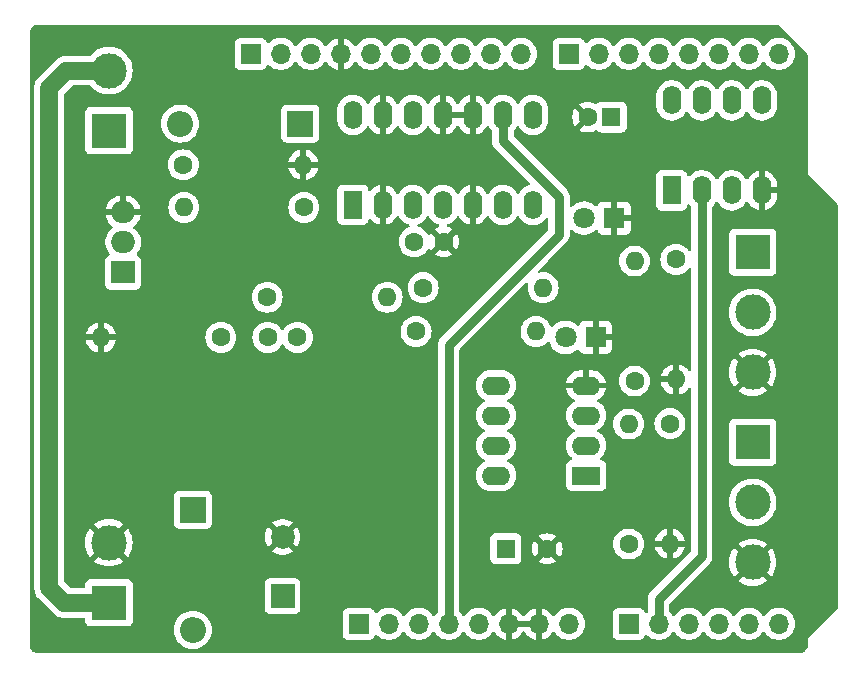
<source format=gbl>
G04 #@! TF.GenerationSoftware,KiCad,Pcbnew,8.0.1*
G04 #@! TF.CreationDate,2024-03-22T11:37:50+04:00*
G04 #@! TF.ProjectId,BSPD_Nucleo_Shield,42535044-5f4e-4756-936c-656f5f536869,1.0*
G04 #@! TF.SameCoordinates,Original*
G04 #@! TF.FileFunction,Copper,L2,Bot*
G04 #@! TF.FilePolarity,Positive*
%FSLAX46Y46*%
G04 Gerber Fmt 4.6, Leading zero omitted, Abs format (unit mm)*
G04 Created by KiCad (PCBNEW 8.0.1) date 2024-03-22 11:37:50*
%MOMM*%
%LPD*%
G01*
G04 APERTURE LIST*
G04 #@! TA.AperFunction,ComponentPad*
%ADD10R,1.700000X1.700000*%
G04 #@! TD*
G04 #@! TA.AperFunction,ComponentPad*
%ADD11O,1.700000X1.700000*%
G04 #@! TD*
G04 #@! TA.AperFunction,ComponentPad*
%ADD12R,3.000000X3.000000*%
G04 #@! TD*
G04 #@! TA.AperFunction,ComponentPad*
%ADD13C,3.000000*%
G04 #@! TD*
G04 #@! TA.AperFunction,ComponentPad*
%ADD14R,2.200000X2.200000*%
G04 #@! TD*
G04 #@! TA.AperFunction,ComponentPad*
%ADD15O,2.200000X2.200000*%
G04 #@! TD*
G04 #@! TA.AperFunction,ComponentPad*
%ADD16C,1.600000*%
G04 #@! TD*
G04 #@! TA.AperFunction,ComponentPad*
%ADD17O,1.600000X1.600000*%
G04 #@! TD*
G04 #@! TA.AperFunction,ComponentPad*
%ADD18R,2.000000X2.000000*%
G04 #@! TD*
G04 #@! TA.AperFunction,ComponentPad*
%ADD19C,2.000000*%
G04 #@! TD*
G04 #@! TA.AperFunction,ComponentPad*
%ADD20R,1.600000X1.600000*%
G04 #@! TD*
G04 #@! TA.AperFunction,ComponentPad*
%ADD21R,2.400000X1.600000*%
G04 #@! TD*
G04 #@! TA.AperFunction,ComponentPad*
%ADD22O,2.400000X1.600000*%
G04 #@! TD*
G04 #@! TA.AperFunction,ComponentPad*
%ADD23R,1.600000X2.400000*%
G04 #@! TD*
G04 #@! TA.AperFunction,ComponentPad*
%ADD24O,1.600000X2.400000*%
G04 #@! TD*
G04 #@! TA.AperFunction,ComponentPad*
%ADD25R,1.800000X1.800000*%
G04 #@! TD*
G04 #@! TA.AperFunction,ComponentPad*
%ADD26C,1.800000*%
G04 #@! TD*
G04 #@! TA.AperFunction,ComponentPad*
%ADD27R,2.000000X1.905000*%
G04 #@! TD*
G04 #@! TA.AperFunction,ComponentPad*
%ADD28O,2.000000X1.905000*%
G04 #@! TD*
G04 #@! TA.AperFunction,ViaPad*
%ADD29C,0.800000*%
G04 #@! TD*
G04 #@! TA.AperFunction,Conductor*
%ADD30C,1.500000*%
G04 #@! TD*
G04 #@! TA.AperFunction,Conductor*
%ADD31C,0.800000*%
G04 #@! TD*
G04 APERTURE END LIST*
D10*
X57950000Y-69340000D03*
D11*
X60490000Y-69340000D03*
X63030000Y-69340000D03*
X65570000Y-69340000D03*
X68110000Y-69340000D03*
X70650000Y-69340000D03*
X73190000Y-69340000D03*
X75730000Y-69340000D03*
D10*
X80810000Y-69340000D03*
D11*
X83350000Y-69340000D03*
X85890000Y-69340000D03*
X88430000Y-69340000D03*
X90970000Y-69340000D03*
X93510000Y-69340000D03*
D10*
X75730000Y-21080000D03*
D11*
X78270000Y-21080000D03*
X80810000Y-21080000D03*
X83350000Y-21080000D03*
X85890000Y-21080000D03*
X88430000Y-21080000D03*
X90970000Y-21080000D03*
X93510000Y-21080000D03*
D12*
X36810000Y-67550000D03*
D13*
X36810000Y-62470000D03*
D14*
X53010000Y-26980000D03*
D15*
X42850000Y-26980000D03*
D16*
X50210000Y-41680000D03*
D17*
X60370000Y-41680000D03*
D16*
X46290000Y-45080000D03*
D17*
X36130000Y-45080000D03*
D16*
X43110000Y-30470000D03*
D17*
X53270000Y-30470000D03*
D18*
X51510000Y-66980000D03*
D19*
X51510000Y-61980000D03*
D20*
X70410000Y-62980000D03*
D16*
X73910000Y-62980000D03*
X62810000Y-44580000D03*
D17*
X72970000Y-44580000D03*
D16*
X84310000Y-52380000D03*
D17*
X84310000Y-62540000D03*
D16*
X81310000Y-48780000D03*
D17*
X81310000Y-38620000D03*
D21*
X77210000Y-56780000D03*
D22*
X77210000Y-54240000D03*
X77210000Y-51700000D03*
X77210000Y-49160000D03*
X69590000Y-49160000D03*
X69590000Y-51700000D03*
X69590000Y-54240000D03*
X69590000Y-56780000D03*
D12*
X91310000Y-37880000D03*
D13*
X91310000Y-42960000D03*
X91310000Y-48040000D03*
D23*
X57455000Y-33855000D03*
D24*
X59995000Y-33855000D03*
X62535000Y-33855000D03*
X65075000Y-33855000D03*
X67615000Y-33855000D03*
X70155000Y-33855000D03*
X72695000Y-33855000D03*
X72695000Y-26235000D03*
X70155000Y-26235000D03*
X67615000Y-26235000D03*
X65075000Y-26235000D03*
X62535000Y-26235000D03*
X59995000Y-26235000D03*
X57455000Y-26235000D03*
D10*
X48806000Y-21080000D03*
D11*
X51346000Y-21080000D03*
X53886000Y-21080000D03*
X56426000Y-21080000D03*
X58966000Y-21080000D03*
X61506000Y-21080000D03*
X64046000Y-21080000D03*
X66586000Y-21080000D03*
X69126000Y-21080000D03*
X71666000Y-21080000D03*
D16*
X50260000Y-45080000D03*
X52760000Y-45080000D03*
D12*
X91310000Y-53960000D03*
D13*
X91310000Y-59040000D03*
X91310000Y-64120000D03*
D12*
X36810000Y-27570000D03*
D13*
X36810000Y-22490000D03*
D14*
X43910000Y-59680000D03*
D15*
X43910000Y-69840000D03*
D16*
X63410000Y-40880000D03*
D17*
X73570000Y-40880000D03*
D25*
X79585000Y-34980000D03*
D26*
X77045000Y-34980000D03*
D16*
X80810000Y-62580000D03*
D17*
X80810000Y-52420000D03*
D16*
X65160000Y-36980000D03*
X62660000Y-36980000D03*
D20*
X79345100Y-26430000D03*
D16*
X77345100Y-26430000D03*
D27*
X38010000Y-39580000D03*
D28*
X38010000Y-37040000D03*
X38010000Y-34500000D03*
D23*
X84460000Y-32640000D03*
D24*
X87000000Y-32640000D03*
X89540000Y-32640000D03*
X92080000Y-32640000D03*
X92080000Y-25020000D03*
X89540000Y-25020000D03*
X87000000Y-25020000D03*
X84460000Y-25020000D03*
D25*
X78010000Y-45080000D03*
D26*
X75470000Y-45080000D03*
D16*
X53310000Y-34080000D03*
D17*
X43150000Y-34080000D03*
D16*
X84810000Y-38480000D03*
D17*
X84810000Y-48640000D03*
D29*
X41010000Y-55880000D03*
X39010000Y-54880000D03*
X39010000Y-56880000D03*
X39010000Y-52880000D03*
X37010000Y-49880000D03*
X41010000Y-51880000D03*
X35010000Y-56880000D03*
X41010000Y-49880000D03*
X35010000Y-52880000D03*
X39010000Y-48880000D03*
X37010000Y-55880000D03*
X39010000Y-50880000D03*
X35010000Y-48880000D03*
X41010000Y-53880000D03*
X37010000Y-53880000D03*
X35010000Y-54880000D03*
X37010000Y-51880000D03*
X35010000Y-50880000D03*
D30*
X33200000Y-22490000D02*
X36810000Y-22490000D01*
D31*
X83350000Y-67240000D02*
X83350000Y-69340000D01*
X83350000Y-67240000D02*
X87000000Y-63590000D01*
X87000000Y-63590000D02*
X87000000Y-32640000D01*
X70155000Y-26235000D02*
X70155000Y-28425000D01*
X70155000Y-28425000D02*
X74910000Y-33180000D01*
X74910000Y-36380000D02*
X65570000Y-45720000D01*
X74910000Y-33180000D02*
X74910000Y-36380000D01*
X65570000Y-45720000D02*
X65570000Y-69340000D01*
D30*
X33000000Y-67550000D02*
X31740000Y-66290000D01*
X31740000Y-23950000D02*
X33200000Y-22490000D01*
X36810000Y-67550000D02*
X33000000Y-67550000D01*
X31740000Y-66290000D02*
X31740000Y-23950000D01*
G04 #@! TA.AperFunction,Conductor*
G36*
X72724075Y-69147007D02*
G01*
X72690000Y-69274174D01*
X72690000Y-69405826D01*
X72724075Y-69532993D01*
X72756988Y-69590000D01*
X71083012Y-69590000D01*
X71115925Y-69532993D01*
X71150000Y-69405826D01*
X71150000Y-69274174D01*
X71115925Y-69147007D01*
X71083012Y-69090000D01*
X72756988Y-69090000D01*
X72724075Y-69147007D01*
G37*
G04 #@! TD.AperFunction*
G04 #@! TA.AperFunction,Conductor*
G36*
X63876446Y-34816487D02*
G01*
X63915484Y-34861540D01*
X63947464Y-34924304D01*
X63955873Y-34940806D01*
X64076926Y-35107423D01*
X64076930Y-35107428D01*
X64222571Y-35253069D01*
X64222576Y-35253073D01*
X64306823Y-35314281D01*
X64389197Y-35374129D01*
X64506128Y-35433709D01*
X64572705Y-35467632D01*
X64572707Y-35467632D01*
X64572710Y-35467634D01*
X64644023Y-35490805D01*
X64720857Y-35515770D01*
X64778532Y-35555208D01*
X64805730Y-35619567D01*
X64793815Y-35688413D01*
X64746571Y-35739889D01*
X64718718Y-35751739D01*
X64718769Y-35751879D01*
X64716136Y-35752837D01*
X64714640Y-35753474D01*
X64713682Y-35753730D01*
X64713673Y-35753734D01*
X64507516Y-35849866D01*
X64507512Y-35849868D01*
X64434526Y-35900973D01*
X64434526Y-35900974D01*
X65113553Y-36580000D01*
X65107339Y-36580000D01*
X65005606Y-36607259D01*
X64914394Y-36659920D01*
X64839920Y-36734394D01*
X64787259Y-36825606D01*
X64760000Y-36927339D01*
X64760000Y-36933552D01*
X64080974Y-36254526D01*
X64080973Y-36254526D01*
X64029868Y-36327512D01*
X64029865Y-36327518D01*
X64027070Y-36333513D01*
X63980897Y-36385951D01*
X63913703Y-36405102D01*
X63846822Y-36384885D01*
X63802307Y-36333511D01*
X63801297Y-36331345D01*
X63797523Y-36323251D01*
X63666198Y-36135700D01*
X63504300Y-35973802D01*
X63316749Y-35842477D01*
X63316745Y-35842475D01*
X63109249Y-35745718D01*
X63109237Y-35745714D01*
X63005117Y-35717815D01*
X62945457Y-35681450D01*
X62914928Y-35618602D01*
X62923223Y-35549227D01*
X62967708Y-35495349D01*
X62998884Y-35480112D01*
X63037290Y-35467634D01*
X63220803Y-35374129D01*
X63387430Y-35253068D01*
X63533068Y-35107430D01*
X63654129Y-34940803D01*
X63694515Y-34861540D01*
X63742490Y-34810745D01*
X63810311Y-34793950D01*
X63876446Y-34816487D01*
G37*
G04 #@! TD.AperFunction*
G04 #@! TA.AperFunction,Conductor*
G36*
X67294920Y-25989394D02*
G01*
X67242259Y-26080606D01*
X67215000Y-26182339D01*
X67215000Y-26287661D01*
X67242259Y-26389394D01*
X67294920Y-26480606D01*
X67299314Y-26485000D01*
X65390686Y-26485000D01*
X65395080Y-26480606D01*
X65447741Y-26389394D01*
X65475000Y-26287661D01*
X65475000Y-26182339D01*
X65447741Y-26080606D01*
X65395080Y-25989394D01*
X65390686Y-25985000D01*
X67299314Y-25985000D01*
X67294920Y-25989394D01*
G37*
G04 #@! TD.AperFunction*
G04 #@! TA.AperFunction,Conductor*
G36*
X93494404Y-18635185D02*
G01*
X93515046Y-18651819D01*
X95938181Y-21074954D01*
X95971666Y-21136277D01*
X95974500Y-21162635D01*
X95974500Y-31224982D01*
X95974500Y-31255018D01*
X95985994Y-31282767D01*
X95985995Y-31282768D01*
X98478181Y-33774954D01*
X98511666Y-33836277D01*
X98514500Y-33862635D01*
X98514500Y-67987364D01*
X98494815Y-68054403D01*
X98478181Y-68075045D01*
X96007233Y-70545994D01*
X95985995Y-70567231D01*
X95974500Y-70594982D01*
X95974500Y-71111907D01*
X95973903Y-71124062D01*
X95962505Y-71239778D01*
X95957763Y-71263618D01*
X95927832Y-71362290D01*
X95925789Y-71369024D01*
X95916486Y-71391482D01*
X95864561Y-71488627D01*
X95851056Y-71508839D01*
X95781176Y-71593988D01*
X95763988Y-71611176D01*
X95678839Y-71681056D01*
X95658627Y-71694561D01*
X95561482Y-71746486D01*
X95539028Y-71755787D01*
X95497028Y-71768528D01*
X95433618Y-71787763D01*
X95409778Y-71792505D01*
X95301162Y-71803203D01*
X95294060Y-71803903D01*
X95281907Y-71804500D01*
X30778093Y-71804500D01*
X30765939Y-71803903D01*
X30757995Y-71803120D01*
X30650221Y-71792505D01*
X30626381Y-71787763D01*
X30609445Y-71782625D01*
X30520968Y-71755786D01*
X30498517Y-71746486D01*
X30401372Y-71694561D01*
X30381160Y-71681056D01*
X30296011Y-71611176D01*
X30278823Y-71593988D01*
X30208943Y-71508839D01*
X30195438Y-71488627D01*
X30143510Y-71391476D01*
X30134215Y-71369037D01*
X30102234Y-71263612D01*
X30097494Y-71239777D01*
X30086097Y-71124061D01*
X30085500Y-71111907D01*
X30085500Y-69840000D01*
X42296526Y-69840000D01*
X42316391Y-70092406D01*
X42375495Y-70338593D01*
X42472383Y-70572502D01*
X42604668Y-70788370D01*
X42604669Y-70788372D01*
X42604670Y-70788374D01*
X42604672Y-70788376D01*
X42769102Y-70980898D01*
X42961624Y-71145328D01*
X42961626Y-71145329D01*
X42961627Y-71145330D01*
X42961629Y-71145331D01*
X43177497Y-71277616D01*
X43411406Y-71374504D01*
X43411407Y-71374504D01*
X43411409Y-71374505D01*
X43657597Y-71433609D01*
X43910000Y-71453474D01*
X44162403Y-71433609D01*
X44408591Y-71374505D01*
X44642502Y-71277616D01*
X44858376Y-71145328D01*
X45050898Y-70980898D01*
X45215328Y-70788376D01*
X45347616Y-70572502D01*
X45444505Y-70338591D01*
X45503609Y-70092403D01*
X45523474Y-69840000D01*
X45503609Y-69587597D01*
X45444505Y-69341409D01*
X45444504Y-69341406D01*
X45347616Y-69107497D01*
X45215331Y-68891629D01*
X45215330Y-68891627D01*
X45215329Y-68891626D01*
X45215328Y-68891624D01*
X45050898Y-68699102D01*
X44858376Y-68534672D01*
X44858374Y-68534670D01*
X44858372Y-68534669D01*
X44858370Y-68534668D01*
X44642502Y-68402383D01*
X44408593Y-68305495D01*
X44162406Y-68246391D01*
X43910000Y-68226526D01*
X43657593Y-68246391D01*
X43411406Y-68305495D01*
X43177497Y-68402383D01*
X42961629Y-68534668D01*
X42961627Y-68534669D01*
X42769102Y-68699102D01*
X42604669Y-68891627D01*
X42604668Y-68891629D01*
X42472383Y-69107497D01*
X42375495Y-69341406D01*
X42316391Y-69587593D01*
X42296526Y-69840000D01*
X30085500Y-69840000D01*
X30085500Y-66389051D01*
X30481500Y-66389051D01*
X30512487Y-66584700D01*
X30558689Y-66726894D01*
X30573702Y-66773097D01*
X30592334Y-66809664D01*
X30663634Y-66949598D01*
X30780070Y-67109858D01*
X32040070Y-68369858D01*
X32180142Y-68509930D01*
X32340402Y-68626366D01*
X32386690Y-68649951D01*
X32516898Y-68716296D01*
X32516900Y-68716296D01*
X32516903Y-68716298D01*
X32617888Y-68749110D01*
X32705299Y-68777512D01*
X32900949Y-68808500D01*
X32900954Y-68808500D01*
X34677500Y-68808500D01*
X34744539Y-68828185D01*
X34790294Y-68880989D01*
X34801500Y-68932500D01*
X34801500Y-69098654D01*
X34808011Y-69159202D01*
X34808011Y-69159204D01*
X34850894Y-69274174D01*
X34859111Y-69296204D01*
X34946739Y-69413261D01*
X35063796Y-69500889D01*
X35200799Y-69551989D01*
X35228050Y-69554918D01*
X35261345Y-69558499D01*
X35261362Y-69558500D01*
X38358638Y-69558500D01*
X38358654Y-69558499D01*
X38385692Y-69555591D01*
X38419201Y-69551989D01*
X38556204Y-69500889D01*
X38673261Y-69413261D01*
X38760889Y-69296204D01*
X38811989Y-69159201D01*
X38816673Y-69115632D01*
X38818499Y-69098654D01*
X38818500Y-69098637D01*
X38818500Y-68028654D01*
X50001500Y-68028654D01*
X50008011Y-68089202D01*
X50008011Y-68089204D01*
X50048894Y-68198811D01*
X50059111Y-68226204D01*
X50146739Y-68343261D01*
X50263796Y-68430889D01*
X50400799Y-68481989D01*
X50428050Y-68484918D01*
X50461345Y-68488499D01*
X50461362Y-68488500D01*
X52558638Y-68488500D01*
X52558654Y-68488499D01*
X52585692Y-68485591D01*
X52619201Y-68481989D01*
X52756204Y-68430889D01*
X52873261Y-68343261D01*
X52960889Y-68226204D01*
X53006555Y-68103768D01*
X53011988Y-68089204D01*
X53011988Y-68089203D01*
X53011989Y-68089201D01*
X53015730Y-68054403D01*
X53018499Y-68028654D01*
X53018500Y-68028637D01*
X53018500Y-65931362D01*
X53018499Y-65931345D01*
X53015157Y-65900270D01*
X53011989Y-65870799D01*
X52960889Y-65733796D01*
X52873261Y-65616739D01*
X52756204Y-65529111D01*
X52619203Y-65478011D01*
X52558654Y-65471500D01*
X52558638Y-65471500D01*
X50461362Y-65471500D01*
X50461345Y-65471500D01*
X50400797Y-65478011D01*
X50400795Y-65478011D01*
X50263795Y-65529111D01*
X50146739Y-65616739D01*
X50059111Y-65733795D01*
X50008011Y-65870795D01*
X50008011Y-65870797D01*
X50001500Y-65931345D01*
X50001500Y-68028654D01*
X38818500Y-68028654D01*
X38818500Y-66001362D01*
X38818499Y-66001345D01*
X38812323Y-65943908D01*
X38811989Y-65940799D01*
X38808469Y-65931362D01*
X38762012Y-65806808D01*
X38760889Y-65803796D01*
X38673261Y-65686739D01*
X38556204Y-65599111D01*
X38419203Y-65548011D01*
X38358654Y-65541500D01*
X38358638Y-65541500D01*
X35261362Y-65541500D01*
X35261345Y-65541500D01*
X35200797Y-65548011D01*
X35200795Y-65548011D01*
X35063795Y-65599111D01*
X34946739Y-65686739D01*
X34859111Y-65803795D01*
X34808011Y-65940795D01*
X34808011Y-65940797D01*
X34801500Y-66001345D01*
X34801500Y-66167500D01*
X34781815Y-66234539D01*
X34729011Y-66280294D01*
X34677500Y-66291500D01*
X33572650Y-66291500D01*
X33505611Y-66271815D01*
X33484969Y-66255181D01*
X33034819Y-65805031D01*
X33001334Y-65743708D01*
X32998500Y-65717350D01*
X32998500Y-62470001D01*
X34804891Y-62470001D01*
X34825300Y-62755362D01*
X34886109Y-63034895D01*
X34986091Y-63302958D01*
X35123191Y-63554038D01*
X35123196Y-63554046D01*
X35229882Y-63696561D01*
X35229883Y-63696562D01*
X36124767Y-62801677D01*
X36136497Y-62829995D01*
X36219670Y-62954472D01*
X36325528Y-63060330D01*
X36450005Y-63143503D01*
X36478320Y-63155231D01*
X35583436Y-64050115D01*
X35725960Y-64156807D01*
X35725961Y-64156808D01*
X35977042Y-64293908D01*
X35977041Y-64293908D01*
X36245104Y-64393890D01*
X36524637Y-64454699D01*
X36809999Y-64475109D01*
X36810001Y-64475109D01*
X37095362Y-64454699D01*
X37374895Y-64393890D01*
X37642958Y-64293908D01*
X37894047Y-64156803D01*
X38036561Y-64050116D01*
X38036562Y-64050115D01*
X37141679Y-63155231D01*
X37169995Y-63143503D01*
X37294472Y-63060330D01*
X37400330Y-62954472D01*
X37483503Y-62829995D01*
X37495231Y-62801678D01*
X38390115Y-63696562D01*
X38390116Y-63696561D01*
X38496803Y-63554047D01*
X38633908Y-63302958D01*
X38733890Y-63034895D01*
X38794699Y-62755362D01*
X38815109Y-62470001D01*
X38815109Y-62469998D01*
X38794699Y-62184637D01*
X38750184Y-61980005D01*
X50004859Y-61980005D01*
X50025385Y-62227729D01*
X50025387Y-62227738D01*
X50086412Y-62468717D01*
X50186266Y-62696364D01*
X50286564Y-62849882D01*
X51027037Y-62109409D01*
X51044075Y-62172993D01*
X51109901Y-62287007D01*
X51202993Y-62380099D01*
X51317007Y-62445925D01*
X51380590Y-62462962D01*
X50639942Y-63203609D01*
X50686768Y-63240055D01*
X50686770Y-63240056D01*
X50905385Y-63358364D01*
X50905396Y-63358369D01*
X51140506Y-63439083D01*
X51385707Y-63480000D01*
X51634293Y-63480000D01*
X51879493Y-63439083D01*
X52114603Y-63358369D01*
X52114614Y-63358364D01*
X52333228Y-63240057D01*
X52333231Y-63240055D01*
X52380056Y-63203609D01*
X51639409Y-62462962D01*
X51702993Y-62445925D01*
X51817007Y-62380099D01*
X51910099Y-62287007D01*
X51975925Y-62172993D01*
X51992962Y-62109410D01*
X52733434Y-62849882D01*
X52833731Y-62696369D01*
X52933587Y-62468717D01*
X52994612Y-62227738D01*
X52994614Y-62227729D01*
X53015141Y-61980005D01*
X53015141Y-61979994D01*
X52994614Y-61732270D01*
X52994612Y-61732261D01*
X52933587Y-61491282D01*
X52833731Y-61263630D01*
X52733434Y-61110116D01*
X51992962Y-61850589D01*
X51975925Y-61787007D01*
X51910099Y-61672993D01*
X51817007Y-61579901D01*
X51702993Y-61514075D01*
X51639410Y-61497037D01*
X52380057Y-60756390D01*
X52380056Y-60756389D01*
X52333229Y-60719943D01*
X52114614Y-60601635D01*
X52114603Y-60601630D01*
X51879493Y-60520916D01*
X51634293Y-60480000D01*
X51385707Y-60480000D01*
X51140506Y-60520916D01*
X50905396Y-60601630D01*
X50905390Y-60601632D01*
X50686761Y-60719949D01*
X50639942Y-60756388D01*
X50639942Y-60756390D01*
X51380590Y-61497037D01*
X51317007Y-61514075D01*
X51202993Y-61579901D01*
X51109901Y-61672993D01*
X51044075Y-61787007D01*
X51027037Y-61850589D01*
X50286564Y-61110116D01*
X50186267Y-61263632D01*
X50086412Y-61491282D01*
X50025387Y-61732261D01*
X50025385Y-61732270D01*
X50004859Y-61979994D01*
X50004859Y-61980005D01*
X38750184Y-61980005D01*
X38733890Y-61905104D01*
X38633908Y-61637041D01*
X38496808Y-61385961D01*
X38496807Y-61385960D01*
X38390115Y-61243436D01*
X37495231Y-62138320D01*
X37483503Y-62110005D01*
X37400330Y-61985528D01*
X37294472Y-61879670D01*
X37169995Y-61796497D01*
X37141678Y-61784767D01*
X38036562Y-60889883D01*
X38036561Y-60889882D01*
X37954770Y-60828654D01*
X42301500Y-60828654D01*
X42308011Y-60889202D01*
X42308011Y-60889204D01*
X42353471Y-61011083D01*
X42359111Y-61026204D01*
X42446739Y-61143261D01*
X42563796Y-61230889D01*
X42700799Y-61281989D01*
X42728050Y-61284918D01*
X42761345Y-61288499D01*
X42761362Y-61288500D01*
X45058638Y-61288500D01*
X45058654Y-61288499D01*
X45085692Y-61285591D01*
X45119201Y-61281989D01*
X45256204Y-61230889D01*
X45373261Y-61143261D01*
X45460889Y-61026204D01*
X45511989Y-60889201D01*
X45515591Y-60855692D01*
X45518499Y-60828654D01*
X45518500Y-60828637D01*
X45518500Y-58531362D01*
X45518499Y-58531345D01*
X45515157Y-58500270D01*
X45511989Y-58470799D01*
X45460889Y-58333796D01*
X45373261Y-58216739D01*
X45256204Y-58129111D01*
X45119203Y-58078011D01*
X45058654Y-58071500D01*
X45058638Y-58071500D01*
X42761362Y-58071500D01*
X42761345Y-58071500D01*
X42700797Y-58078011D01*
X42700795Y-58078011D01*
X42563795Y-58129111D01*
X42446739Y-58216739D01*
X42359111Y-58333795D01*
X42308011Y-58470795D01*
X42308011Y-58470797D01*
X42301500Y-58531345D01*
X42301500Y-60828654D01*
X37954770Y-60828654D01*
X37894046Y-60783196D01*
X37894038Y-60783191D01*
X37642957Y-60646091D01*
X37642958Y-60646091D01*
X37374895Y-60546109D01*
X37095362Y-60485300D01*
X36810001Y-60464891D01*
X36809999Y-60464891D01*
X36524637Y-60485300D01*
X36245104Y-60546109D01*
X35977041Y-60646091D01*
X35725961Y-60783191D01*
X35725953Y-60783196D01*
X35583437Y-60889882D01*
X35583436Y-60889883D01*
X36478321Y-61784767D01*
X36450005Y-61796497D01*
X36325528Y-61879670D01*
X36219670Y-61985528D01*
X36136497Y-62110005D01*
X36124768Y-62138321D01*
X35229883Y-61243436D01*
X35229882Y-61243437D01*
X35123196Y-61385953D01*
X35123191Y-61385961D01*
X34986091Y-61637041D01*
X34886109Y-61905104D01*
X34825300Y-62184637D01*
X34804891Y-62469998D01*
X34804891Y-62470001D01*
X32998500Y-62470001D01*
X32998500Y-44829999D01*
X34851127Y-44829999D01*
X34851128Y-44830000D01*
X35814314Y-44830000D01*
X35809920Y-44834394D01*
X35757259Y-44925606D01*
X35730000Y-45027339D01*
X35730000Y-45132661D01*
X35757259Y-45234394D01*
X35809920Y-45325606D01*
X35814314Y-45330000D01*
X34851128Y-45330000D01*
X34903730Y-45526317D01*
X34903734Y-45526326D01*
X34999865Y-45732482D01*
X35130342Y-45918820D01*
X35291179Y-46079657D01*
X35477517Y-46210134D01*
X35683673Y-46306265D01*
X35683682Y-46306269D01*
X35879999Y-46358872D01*
X35880000Y-46358871D01*
X35880000Y-45395686D01*
X35884394Y-45400080D01*
X35975606Y-45452741D01*
X36077339Y-45480000D01*
X36182661Y-45480000D01*
X36284394Y-45452741D01*
X36375606Y-45400080D01*
X36380000Y-45395686D01*
X36380000Y-46358872D01*
X36576317Y-46306269D01*
X36576326Y-46306265D01*
X36782482Y-46210134D01*
X36968820Y-46079657D01*
X37129657Y-45918820D01*
X37260134Y-45732482D01*
X37356265Y-45526326D01*
X37356269Y-45526317D01*
X37408872Y-45330000D01*
X36445686Y-45330000D01*
X36450080Y-45325606D01*
X36502741Y-45234394D01*
X36530000Y-45132661D01*
X36530000Y-45080001D01*
X44976502Y-45080001D01*
X44996456Y-45308081D01*
X44996457Y-45308089D01*
X45055714Y-45529238D01*
X45055718Y-45529249D01*
X45082274Y-45586198D01*
X45152477Y-45736749D01*
X45283802Y-45924300D01*
X45445700Y-46086198D01*
X45633251Y-46217523D01*
X45731185Y-46263190D01*
X45840750Y-46314281D01*
X45840752Y-46314281D01*
X45840757Y-46314284D01*
X46061913Y-46373543D01*
X46224832Y-46387796D01*
X46289998Y-46393498D01*
X46290000Y-46393498D01*
X46290002Y-46393498D01*
X46347021Y-46388509D01*
X46518087Y-46373543D01*
X46739243Y-46314284D01*
X46946749Y-46217523D01*
X47134300Y-46086198D01*
X47296198Y-45924300D01*
X47427523Y-45736749D01*
X47524284Y-45529243D01*
X47583543Y-45308087D01*
X47603498Y-45080001D01*
X48946502Y-45080001D01*
X48966456Y-45308081D01*
X48966457Y-45308089D01*
X49025714Y-45529238D01*
X49025718Y-45529249D01*
X49052274Y-45586198D01*
X49122477Y-45736749D01*
X49253802Y-45924300D01*
X49415700Y-46086198D01*
X49603251Y-46217523D01*
X49701185Y-46263190D01*
X49810750Y-46314281D01*
X49810752Y-46314281D01*
X49810757Y-46314284D01*
X50031913Y-46373543D01*
X50194832Y-46387796D01*
X50259998Y-46393498D01*
X50260000Y-46393498D01*
X50260002Y-46393498D01*
X50317021Y-46388509D01*
X50488087Y-46373543D01*
X50709243Y-46314284D01*
X50916749Y-46217523D01*
X51104300Y-46086198D01*
X51266198Y-45924300D01*
X51397523Y-45736749D01*
X51397616Y-45736548D01*
X51397680Y-45736475D01*
X51400228Y-45732063D01*
X51401114Y-45732574D01*
X51443785Y-45684108D01*
X51510978Y-45664953D01*
X51577860Y-45685165D01*
X51618922Y-45732553D01*
X51619772Y-45732063D01*
X51622317Y-45736471D01*
X51622383Y-45736547D01*
X51622477Y-45736749D01*
X51753802Y-45924300D01*
X51915700Y-46086198D01*
X52103251Y-46217523D01*
X52201185Y-46263190D01*
X52310750Y-46314281D01*
X52310752Y-46314281D01*
X52310757Y-46314284D01*
X52531913Y-46373543D01*
X52694832Y-46387796D01*
X52759998Y-46393498D01*
X52760000Y-46393498D01*
X52760002Y-46393498D01*
X52817021Y-46388509D01*
X52988087Y-46373543D01*
X53209243Y-46314284D01*
X53416749Y-46217523D01*
X53604300Y-46086198D01*
X53766198Y-45924300D01*
X53897523Y-45736749D01*
X53994284Y-45529243D01*
X54053543Y-45308087D01*
X54073498Y-45080000D01*
X54053543Y-44851913D01*
X53994284Y-44630757D01*
X53970616Y-44580001D01*
X61496502Y-44580001D01*
X61516456Y-44808081D01*
X61516457Y-44808089D01*
X61575714Y-45029238D01*
X61575718Y-45029249D01*
X61671379Y-45234394D01*
X61672477Y-45236749D01*
X61803802Y-45424300D01*
X61965700Y-45586198D01*
X62153251Y-45717523D01*
X62278091Y-45775736D01*
X62360750Y-45814281D01*
X62360752Y-45814281D01*
X62360757Y-45814284D01*
X62581913Y-45873543D01*
X62744832Y-45887796D01*
X62809998Y-45893498D01*
X62810000Y-45893498D01*
X62810002Y-45893498D01*
X62867021Y-45888509D01*
X63038087Y-45873543D01*
X63259243Y-45814284D01*
X63466749Y-45717523D01*
X63654300Y-45586198D01*
X63816198Y-45424300D01*
X63947523Y-45236749D01*
X64044284Y-45029243D01*
X64103543Y-44808087D01*
X64123498Y-44580000D01*
X64103543Y-44351913D01*
X64044284Y-44130757D01*
X64017727Y-44073806D01*
X63956488Y-43942477D01*
X63947523Y-43923251D01*
X63816198Y-43735700D01*
X63654300Y-43573802D01*
X63466749Y-43442477D01*
X63466745Y-43442475D01*
X63259249Y-43345718D01*
X63259238Y-43345714D01*
X63038089Y-43286457D01*
X63038081Y-43286456D01*
X62810002Y-43266502D01*
X62809998Y-43266502D01*
X62581918Y-43286456D01*
X62581910Y-43286457D01*
X62360761Y-43345714D01*
X62360750Y-43345718D01*
X62153254Y-43442475D01*
X62153252Y-43442476D01*
X62153251Y-43442477D01*
X61965700Y-43573802D01*
X61965698Y-43573803D01*
X61965695Y-43573806D01*
X61803806Y-43735695D01*
X61803803Y-43735698D01*
X61803802Y-43735700D01*
X61742805Y-43822812D01*
X61672476Y-43923252D01*
X61672475Y-43923254D01*
X61575718Y-44130750D01*
X61575714Y-44130761D01*
X61516457Y-44351910D01*
X61516456Y-44351918D01*
X61496502Y-44579998D01*
X61496502Y-44580001D01*
X53970616Y-44580001D01*
X53897523Y-44423251D01*
X53766198Y-44235700D01*
X53604300Y-44073802D01*
X53416749Y-43942477D01*
X53416745Y-43942475D01*
X53209249Y-43845718D01*
X53209238Y-43845714D01*
X52988089Y-43786457D01*
X52988081Y-43786456D01*
X52760002Y-43766502D01*
X52759998Y-43766502D01*
X52531918Y-43786456D01*
X52531910Y-43786457D01*
X52310761Y-43845714D01*
X52310750Y-43845718D01*
X52103254Y-43942475D01*
X52103252Y-43942476D01*
X52103251Y-43942477D01*
X51915700Y-44073802D01*
X51915698Y-44073803D01*
X51915695Y-44073806D01*
X51753806Y-44235695D01*
X51622477Y-44423250D01*
X51622431Y-44423347D01*
X51622379Y-44423459D01*
X51622313Y-44423534D01*
X51619772Y-44427937D01*
X51618886Y-44427426D01*
X51576207Y-44475896D01*
X51509013Y-44495046D01*
X51442132Y-44474828D01*
X51401075Y-44427447D01*
X51400228Y-44427937D01*
X51397688Y-44423538D01*
X51397620Y-44423459D01*
X51397523Y-44423251D01*
X51266198Y-44235700D01*
X51104300Y-44073802D01*
X50916749Y-43942477D01*
X50916745Y-43942475D01*
X50709249Y-43845718D01*
X50709238Y-43845714D01*
X50488089Y-43786457D01*
X50488081Y-43786456D01*
X50260002Y-43766502D01*
X50259998Y-43766502D01*
X50031918Y-43786456D01*
X50031910Y-43786457D01*
X49810761Y-43845714D01*
X49810750Y-43845718D01*
X49603254Y-43942475D01*
X49603252Y-43942476D01*
X49603251Y-43942477D01*
X49415700Y-44073802D01*
X49415698Y-44073803D01*
X49415695Y-44073806D01*
X49253806Y-44235695D01*
X49122476Y-44423252D01*
X49122475Y-44423254D01*
X49025718Y-44630750D01*
X49025714Y-44630761D01*
X48966457Y-44851910D01*
X48966456Y-44851918D01*
X48946502Y-45079998D01*
X48946502Y-45080001D01*
X47603498Y-45080001D01*
X47603498Y-45080000D01*
X47583543Y-44851913D01*
X47524284Y-44630757D01*
X47427523Y-44423251D01*
X47296198Y-44235700D01*
X47134300Y-44073802D01*
X46946749Y-43942477D01*
X46946745Y-43942475D01*
X46739249Y-43845718D01*
X46739238Y-43845714D01*
X46518089Y-43786457D01*
X46518081Y-43786456D01*
X46290002Y-43766502D01*
X46289998Y-43766502D01*
X46061918Y-43786456D01*
X46061910Y-43786457D01*
X45840761Y-43845714D01*
X45840750Y-43845718D01*
X45633254Y-43942475D01*
X45633252Y-43942476D01*
X45633251Y-43942477D01*
X45445700Y-44073802D01*
X45445698Y-44073803D01*
X45445695Y-44073806D01*
X45283806Y-44235695D01*
X45152476Y-44423252D01*
X45152475Y-44423254D01*
X45055718Y-44630750D01*
X45055714Y-44630761D01*
X44996457Y-44851910D01*
X44996456Y-44851918D01*
X44976502Y-45079998D01*
X44976502Y-45080001D01*
X36530000Y-45080001D01*
X36530000Y-45027339D01*
X36502741Y-44925606D01*
X36450080Y-44834394D01*
X36445686Y-44830000D01*
X37408872Y-44830000D01*
X37408872Y-44829999D01*
X37356269Y-44633682D01*
X37356265Y-44633673D01*
X37260134Y-44427517D01*
X37129657Y-44241179D01*
X36968820Y-44080342D01*
X36782482Y-43949865D01*
X36576328Y-43853734D01*
X36380000Y-43801127D01*
X36380000Y-44764314D01*
X36375606Y-44759920D01*
X36284394Y-44707259D01*
X36182661Y-44680000D01*
X36077339Y-44680000D01*
X35975606Y-44707259D01*
X35884394Y-44759920D01*
X35880000Y-44764314D01*
X35880000Y-43801127D01*
X35683671Y-43853734D01*
X35477517Y-43949865D01*
X35291179Y-44080342D01*
X35130342Y-44241179D01*
X34999865Y-44427517D01*
X34903734Y-44633673D01*
X34903730Y-44633682D01*
X34851127Y-44829999D01*
X32998500Y-44829999D01*
X32998500Y-41680001D01*
X48896502Y-41680001D01*
X48916456Y-41908081D01*
X48916457Y-41908089D01*
X48975714Y-42129238D01*
X48975718Y-42129249D01*
X48996373Y-42173543D01*
X49072477Y-42336749D01*
X49203802Y-42524300D01*
X49365700Y-42686198D01*
X49553251Y-42817523D01*
X49678091Y-42875736D01*
X49760750Y-42914281D01*
X49760752Y-42914281D01*
X49760757Y-42914284D01*
X49981913Y-42973543D01*
X50144832Y-42987796D01*
X50209998Y-42993498D01*
X50210000Y-42993498D01*
X50210002Y-42993498D01*
X50267021Y-42988509D01*
X50438087Y-42973543D01*
X50659243Y-42914284D01*
X50866749Y-42817523D01*
X51054300Y-42686198D01*
X51216198Y-42524300D01*
X51347523Y-42336749D01*
X51444284Y-42129243D01*
X51503543Y-41908087D01*
X51523498Y-41680001D01*
X59056502Y-41680001D01*
X59076456Y-41908081D01*
X59076457Y-41908089D01*
X59135714Y-42129238D01*
X59135718Y-42129249D01*
X59156373Y-42173543D01*
X59232477Y-42336749D01*
X59363802Y-42524300D01*
X59525700Y-42686198D01*
X59713251Y-42817523D01*
X59838091Y-42875736D01*
X59920750Y-42914281D01*
X59920752Y-42914281D01*
X59920757Y-42914284D01*
X60141913Y-42973543D01*
X60304832Y-42987796D01*
X60369998Y-42993498D01*
X60370000Y-42993498D01*
X60370002Y-42993498D01*
X60427021Y-42988509D01*
X60598087Y-42973543D01*
X60819243Y-42914284D01*
X61026749Y-42817523D01*
X61214300Y-42686198D01*
X61376198Y-42524300D01*
X61507523Y-42336749D01*
X61604284Y-42129243D01*
X61663543Y-41908087D01*
X61683498Y-41680000D01*
X61663543Y-41451913D01*
X61604284Y-41230757D01*
X61507523Y-41023251D01*
X61407218Y-40880001D01*
X62096502Y-40880001D01*
X62116456Y-41108081D01*
X62116457Y-41108089D01*
X62175714Y-41329238D01*
X62175718Y-41329249D01*
X62250065Y-41488686D01*
X62272477Y-41536749D01*
X62403802Y-41724300D01*
X62565700Y-41886198D01*
X62753251Y-42017523D01*
X62878091Y-42075736D01*
X62960750Y-42114281D01*
X62960752Y-42114281D01*
X62960757Y-42114284D01*
X63181913Y-42173543D01*
X63344832Y-42187796D01*
X63409998Y-42193498D01*
X63410000Y-42193498D01*
X63410002Y-42193498D01*
X63467021Y-42188509D01*
X63638087Y-42173543D01*
X63859243Y-42114284D01*
X64066749Y-42017523D01*
X64254300Y-41886198D01*
X64416198Y-41724300D01*
X64547523Y-41536749D01*
X64644284Y-41329243D01*
X64703543Y-41108087D01*
X64723498Y-40880000D01*
X64703543Y-40651913D01*
X64644284Y-40430757D01*
X64547523Y-40223251D01*
X64416198Y-40035700D01*
X64254300Y-39873802D01*
X64066749Y-39742477D01*
X64006289Y-39714284D01*
X63859249Y-39645718D01*
X63859238Y-39645714D01*
X63638089Y-39586457D01*
X63638081Y-39586456D01*
X63410002Y-39566502D01*
X63409998Y-39566502D01*
X63181918Y-39586456D01*
X63181910Y-39586457D01*
X62960761Y-39645714D01*
X62960750Y-39645718D01*
X62753254Y-39742475D01*
X62753252Y-39742476D01*
X62708886Y-39773542D01*
X62565700Y-39873802D01*
X62565698Y-39873803D01*
X62565695Y-39873806D01*
X62403806Y-40035695D01*
X62272476Y-40223252D01*
X62272475Y-40223254D01*
X62175718Y-40430750D01*
X62175714Y-40430761D01*
X62116457Y-40651910D01*
X62116456Y-40651918D01*
X62096502Y-40879998D01*
X62096502Y-40880001D01*
X61407218Y-40880001D01*
X61376198Y-40835700D01*
X61214300Y-40673802D01*
X61026749Y-40542477D01*
X61026745Y-40542475D01*
X60819249Y-40445718D01*
X60819238Y-40445714D01*
X60598089Y-40386457D01*
X60598081Y-40386456D01*
X60370002Y-40366502D01*
X60369998Y-40366502D01*
X60141918Y-40386456D01*
X60141910Y-40386457D01*
X59920761Y-40445714D01*
X59920750Y-40445718D01*
X59713254Y-40542475D01*
X59713252Y-40542476D01*
X59658015Y-40581154D01*
X59525700Y-40673802D01*
X59525698Y-40673803D01*
X59525695Y-40673806D01*
X59363806Y-40835695D01*
X59363803Y-40835698D01*
X59363802Y-40835700D01*
X59321747Y-40895761D01*
X59232476Y-41023252D01*
X59232475Y-41023254D01*
X59135718Y-41230750D01*
X59135714Y-41230761D01*
X59076457Y-41451910D01*
X59076456Y-41451918D01*
X59056502Y-41679998D01*
X59056502Y-41680001D01*
X51523498Y-41680001D01*
X51523498Y-41680000D01*
X51503543Y-41451913D01*
X51444284Y-41230757D01*
X51347523Y-41023251D01*
X51216198Y-40835700D01*
X51054300Y-40673802D01*
X50866749Y-40542477D01*
X50866745Y-40542475D01*
X50659249Y-40445718D01*
X50659238Y-40445714D01*
X50438089Y-40386457D01*
X50438081Y-40386456D01*
X50210002Y-40366502D01*
X50209998Y-40366502D01*
X49981918Y-40386456D01*
X49981910Y-40386457D01*
X49760761Y-40445714D01*
X49760750Y-40445718D01*
X49553254Y-40542475D01*
X49553252Y-40542476D01*
X49498015Y-40581154D01*
X49365700Y-40673802D01*
X49365698Y-40673803D01*
X49365695Y-40673806D01*
X49203806Y-40835695D01*
X49203803Y-40835698D01*
X49203802Y-40835700D01*
X49161747Y-40895761D01*
X49072476Y-41023252D01*
X49072475Y-41023254D01*
X48975718Y-41230750D01*
X48975714Y-41230761D01*
X48916457Y-41451910D01*
X48916456Y-41451918D01*
X48896502Y-41679998D01*
X48896502Y-41680001D01*
X32998500Y-41680001D01*
X32998500Y-40581154D01*
X36501500Y-40581154D01*
X36508011Y-40641702D01*
X36508011Y-40641704D01*
X36559111Y-40778704D01*
X36646739Y-40895761D01*
X36763796Y-40983389D01*
X36900799Y-41034489D01*
X36928050Y-41037418D01*
X36961345Y-41040999D01*
X36961362Y-41041000D01*
X39058638Y-41041000D01*
X39058654Y-41040999D01*
X39085692Y-41038091D01*
X39119201Y-41034489D01*
X39256204Y-40983389D01*
X39373261Y-40895761D01*
X39460889Y-40778704D01*
X39511989Y-40641701D01*
X39515591Y-40608192D01*
X39518499Y-40581154D01*
X39518500Y-40581137D01*
X39518500Y-38578862D01*
X39518499Y-38578845D01*
X39515157Y-38547770D01*
X39511989Y-38518299D01*
X39497704Y-38480001D01*
X39489522Y-38458064D01*
X39460889Y-38381296D01*
X39373261Y-38264239D01*
X39256204Y-38176611D01*
X39256202Y-38176610D01*
X39256203Y-38176610D01*
X39237117Y-38169491D01*
X39181185Y-38127618D01*
X39156770Y-38062153D01*
X39171624Y-37993881D01*
X39180126Y-37980440D01*
X39307060Y-37805731D01*
X39411462Y-37600829D01*
X39482526Y-37382118D01*
X39487179Y-37352741D01*
X39518500Y-37154988D01*
X39518500Y-36925011D01*
X39482526Y-36697881D01*
X39411460Y-36479166D01*
X39334193Y-36327521D01*
X39307060Y-36274269D01*
X39171889Y-36088222D01*
X39009278Y-35925611D01*
X38925941Y-35865063D01*
X38883276Y-35809734D01*
X38877297Y-35740121D01*
X38909903Y-35678326D01*
X38925942Y-35664428D01*
X39003736Y-35607907D01*
X39003742Y-35607902D01*
X39165402Y-35446242D01*
X39299788Y-35261276D01*
X39403582Y-35057570D01*
X39474234Y-34840128D01*
X39488509Y-34750000D01*
X38500748Y-34750000D01*
X38522518Y-34712292D01*
X38560000Y-34572409D01*
X38560000Y-34427591D01*
X38522518Y-34287708D01*
X38500748Y-34250000D01*
X39488509Y-34250000D01*
X39474234Y-34159871D01*
X39448282Y-34080001D01*
X41836502Y-34080001D01*
X41856456Y-34308081D01*
X41856457Y-34308089D01*
X41915714Y-34529238D01*
X41915718Y-34529249D01*
X42009330Y-34730000D01*
X42012477Y-34736749D01*
X42143802Y-34924300D01*
X42305700Y-35086198D01*
X42493251Y-35217523D01*
X42555569Y-35246582D01*
X42700750Y-35314281D01*
X42700752Y-35314281D01*
X42700757Y-35314284D01*
X42921913Y-35373543D01*
X43084832Y-35387796D01*
X43149998Y-35393498D01*
X43150000Y-35393498D01*
X43150002Y-35393498D01*
X43207021Y-35388509D01*
X43378087Y-35373543D01*
X43599243Y-35314284D01*
X43806749Y-35217523D01*
X43994300Y-35086198D01*
X44156198Y-34924300D01*
X44287523Y-34736749D01*
X44384284Y-34529243D01*
X44443543Y-34308087D01*
X44463498Y-34080001D01*
X51996502Y-34080001D01*
X52016456Y-34308081D01*
X52016457Y-34308089D01*
X52075714Y-34529238D01*
X52075718Y-34529249D01*
X52169330Y-34730000D01*
X52172477Y-34736749D01*
X52303802Y-34924300D01*
X52465700Y-35086198D01*
X52653251Y-35217523D01*
X52715569Y-35246582D01*
X52860750Y-35314281D01*
X52860752Y-35314281D01*
X52860757Y-35314284D01*
X53081913Y-35373543D01*
X53244832Y-35387796D01*
X53309998Y-35393498D01*
X53310000Y-35393498D01*
X53310002Y-35393498D01*
X53367021Y-35388509D01*
X53538087Y-35373543D01*
X53759243Y-35314284D01*
X53966749Y-35217523D01*
X54129370Y-35103654D01*
X56146500Y-35103654D01*
X56153011Y-35164202D01*
X56153011Y-35164204D01*
X56189218Y-35261276D01*
X56204111Y-35301204D01*
X56291739Y-35418261D01*
X56408796Y-35505889D01*
X56545799Y-35556989D01*
X56573050Y-35559918D01*
X56606345Y-35563499D01*
X56606362Y-35563500D01*
X58303638Y-35563500D01*
X58303654Y-35563499D01*
X58330692Y-35560591D01*
X58364201Y-35556989D01*
X58501204Y-35505889D01*
X58618261Y-35418261D01*
X58705889Y-35301204D01*
X58756989Y-35164201D01*
X58760181Y-35134506D01*
X58786918Y-35069959D01*
X58844310Y-35030110D01*
X58914135Y-35027615D01*
X58974224Y-35063267D01*
X58983788Y-35074878D01*
X59003417Y-35101894D01*
X59003417Y-35101895D01*
X59148104Y-35246582D01*
X59313650Y-35366859D01*
X59495968Y-35459754D01*
X59690578Y-35522988D01*
X59745000Y-35531607D01*
X59745000Y-34170686D01*
X59749394Y-34175080D01*
X59840606Y-34227741D01*
X59942339Y-34255000D01*
X60047661Y-34255000D01*
X60149394Y-34227741D01*
X60240606Y-34175080D01*
X60245000Y-34170686D01*
X60245000Y-35531606D01*
X60299421Y-35522988D01*
X60494031Y-35459754D01*
X60676349Y-35366859D01*
X60841894Y-35246582D01*
X60841895Y-35246582D01*
X60986582Y-35101895D01*
X60986582Y-35101894D01*
X61106861Y-34936347D01*
X61149745Y-34852181D01*
X61197718Y-34801385D01*
X61265539Y-34784589D01*
X61331674Y-34807126D01*
X61370715Y-34852180D01*
X61407464Y-34924304D01*
X61415873Y-34940806D01*
X61536926Y-35107423D01*
X61536930Y-35107428D01*
X61682571Y-35253069D01*
X61682576Y-35253073D01*
X61766823Y-35314281D01*
X61849197Y-35374129D01*
X62032710Y-35467634D01*
X62189712Y-35518647D01*
X62247388Y-35558085D01*
X62274586Y-35622443D01*
X62262671Y-35691290D01*
X62215427Y-35742765D01*
X62203799Y-35748960D01*
X62003251Y-35842476D01*
X61889184Y-35922348D01*
X61815700Y-35973802D01*
X61815698Y-35973803D01*
X61815695Y-35973806D01*
X61653806Y-36135695D01*
X61653803Y-36135698D01*
X61653802Y-36135700D01*
X61582740Y-36237187D01*
X61522476Y-36323252D01*
X61522475Y-36323254D01*
X61425718Y-36530750D01*
X61425714Y-36530761D01*
X61366457Y-36751910D01*
X61366456Y-36751918D01*
X61346502Y-36979998D01*
X61346502Y-36980001D01*
X61366456Y-37208081D01*
X61366457Y-37208089D01*
X61425714Y-37429238D01*
X61425718Y-37429249D01*
X61521987Y-37635699D01*
X61522477Y-37636749D01*
X61653802Y-37824300D01*
X61815700Y-37986198D01*
X62003251Y-38117523D01*
X62117421Y-38170761D01*
X62210750Y-38214281D01*
X62210752Y-38214281D01*
X62210757Y-38214284D01*
X62431913Y-38273543D01*
X62594832Y-38287796D01*
X62659998Y-38293498D01*
X62660000Y-38293498D01*
X62660002Y-38293498D01*
X62717021Y-38288509D01*
X62888087Y-38273543D01*
X63109243Y-38214284D01*
X63316749Y-38117523D01*
X63504300Y-37986198D01*
X63666198Y-37824300D01*
X63797523Y-37636749D01*
X63802305Y-37626493D01*
X63848472Y-37574054D01*
X63915665Y-37554898D01*
X63982547Y-37575110D01*
X64027067Y-37626483D01*
X64029862Y-37632477D01*
X64029863Y-37632478D01*
X64080974Y-37705472D01*
X64760000Y-37026446D01*
X64760000Y-37032661D01*
X64787259Y-37134394D01*
X64839920Y-37225606D01*
X64914394Y-37300080D01*
X65005606Y-37352741D01*
X65107339Y-37380000D01*
X65113553Y-37380000D01*
X64434526Y-38059025D01*
X64507513Y-38110132D01*
X64507521Y-38110136D01*
X64713668Y-38206264D01*
X64713682Y-38206269D01*
X64933389Y-38265139D01*
X64933400Y-38265141D01*
X65159998Y-38284966D01*
X65160002Y-38284966D01*
X65386599Y-38265141D01*
X65386610Y-38265139D01*
X65606317Y-38206269D01*
X65606331Y-38206264D01*
X65812478Y-38110136D01*
X65885471Y-38059024D01*
X65206447Y-37380000D01*
X65212661Y-37380000D01*
X65314394Y-37352741D01*
X65405606Y-37300080D01*
X65480080Y-37225606D01*
X65532741Y-37134394D01*
X65560000Y-37032661D01*
X65560000Y-37026447D01*
X66239024Y-37705471D01*
X66290136Y-37632478D01*
X66386264Y-37426331D01*
X66386269Y-37426317D01*
X66445139Y-37206610D01*
X66445141Y-37206599D01*
X66464966Y-36980002D01*
X66464966Y-36979997D01*
X66445141Y-36753400D01*
X66445139Y-36753389D01*
X66386269Y-36533682D01*
X66386264Y-36533668D01*
X66290136Y-36327521D01*
X66290132Y-36327513D01*
X66239025Y-36254526D01*
X65560000Y-36933551D01*
X65560000Y-36927339D01*
X65532741Y-36825606D01*
X65480080Y-36734394D01*
X65405606Y-36659920D01*
X65314394Y-36607259D01*
X65212661Y-36580000D01*
X65206448Y-36580000D01*
X65885472Y-35900974D01*
X65812478Y-35849863D01*
X65606331Y-35753735D01*
X65606319Y-35753731D01*
X65512198Y-35728511D01*
X65452538Y-35692145D01*
X65422009Y-35629298D01*
X65430304Y-35559923D01*
X65474790Y-35506045D01*
X65505970Y-35490807D01*
X65577290Y-35467634D01*
X65760803Y-35374129D01*
X65927430Y-35253068D01*
X66073068Y-35107430D01*
X66194129Y-34940803D01*
X66239284Y-34852180D01*
X66287258Y-34801384D01*
X66355079Y-34784589D01*
X66421214Y-34807126D01*
X66460254Y-34852180D01*
X66503140Y-34936349D01*
X66623417Y-35101894D01*
X66623417Y-35101895D01*
X66768104Y-35246582D01*
X66933650Y-35366859D01*
X67115968Y-35459754D01*
X67310578Y-35522988D01*
X67365000Y-35531607D01*
X67365000Y-34170686D01*
X67369394Y-34175080D01*
X67460606Y-34227741D01*
X67562339Y-34255000D01*
X67667661Y-34255000D01*
X67769394Y-34227741D01*
X67860606Y-34175080D01*
X67865000Y-34170686D01*
X67865000Y-35531606D01*
X67919421Y-35522988D01*
X68114031Y-35459754D01*
X68296349Y-35366859D01*
X68461894Y-35246582D01*
X68461895Y-35246582D01*
X68606582Y-35101895D01*
X68606582Y-35101894D01*
X68726861Y-34936347D01*
X68769745Y-34852181D01*
X68817718Y-34801385D01*
X68885539Y-34784589D01*
X68951674Y-34807126D01*
X68990715Y-34852180D01*
X69027464Y-34924304D01*
X69035873Y-34940806D01*
X69156926Y-35107423D01*
X69156930Y-35107428D01*
X69302571Y-35253069D01*
X69302576Y-35253073D01*
X69386823Y-35314281D01*
X69469197Y-35374129D01*
X69586128Y-35433709D01*
X69652705Y-35467632D01*
X69652707Y-35467632D01*
X69652710Y-35467634D01*
X69724023Y-35490805D01*
X69848591Y-35531280D01*
X69950305Y-35547390D01*
X70052019Y-35563500D01*
X70052020Y-35563500D01*
X70257980Y-35563500D01*
X70257981Y-35563500D01*
X70461408Y-35531280D01*
X70657290Y-35467634D01*
X70840803Y-35374129D01*
X71007430Y-35253068D01*
X71153068Y-35107430D01*
X71274129Y-34940803D01*
X71314515Y-34861540D01*
X71362490Y-34810745D01*
X71430311Y-34793950D01*
X71496446Y-34816487D01*
X71535484Y-34861540D01*
X71567464Y-34924304D01*
X71575873Y-34940806D01*
X71696926Y-35107423D01*
X71696930Y-35107428D01*
X71842571Y-35253069D01*
X71842576Y-35253073D01*
X71926823Y-35314281D01*
X72009197Y-35374129D01*
X72126128Y-35433709D01*
X72192705Y-35467632D01*
X72192707Y-35467632D01*
X72192710Y-35467634D01*
X72264023Y-35490805D01*
X72388591Y-35531280D01*
X72490305Y-35547390D01*
X72592019Y-35563500D01*
X72592020Y-35563500D01*
X72797980Y-35563500D01*
X72797981Y-35563500D01*
X73001408Y-35531280D01*
X73197290Y-35467634D01*
X73380803Y-35374129D01*
X73547430Y-35253068D01*
X73693068Y-35107430D01*
X73777182Y-34991655D01*
X73832511Y-34948991D01*
X73902125Y-34943012D01*
X73963920Y-34975617D01*
X73998277Y-35036456D01*
X74001500Y-35064542D01*
X74001500Y-35952324D01*
X73981815Y-36019363D01*
X73965181Y-36040005D01*
X64864324Y-45140861D01*
X64864321Y-45140865D01*
X64764898Y-45289661D01*
X64764897Y-45289663D01*
X64725366Y-45385101D01*
X64725366Y-45385102D01*
X64696413Y-45454999D01*
X64696411Y-45455007D01*
X64661500Y-45630516D01*
X64661500Y-68272697D01*
X64641815Y-68339736D01*
X64628729Y-68356680D01*
X64494284Y-68502723D01*
X64494276Y-68502734D01*
X64403808Y-68641206D01*
X64350662Y-68686562D01*
X64281431Y-68695986D01*
X64218095Y-68666484D01*
X64196192Y-68641206D01*
X64126587Y-68534668D01*
X64105722Y-68502732D01*
X64105719Y-68502729D01*
X64105715Y-68502723D01*
X63953243Y-68337097D01*
X63953238Y-68337092D01*
X63775577Y-68198812D01*
X63775572Y-68198808D01*
X63577580Y-68091661D01*
X63577577Y-68091659D01*
X63577574Y-68091658D01*
X63577571Y-68091657D01*
X63577569Y-68091656D01*
X63364637Y-68018556D01*
X63142569Y-67981500D01*
X62917431Y-67981500D01*
X62695362Y-68018556D01*
X62482430Y-68091656D01*
X62482419Y-68091661D01*
X62284427Y-68198808D01*
X62284422Y-68198812D01*
X62106761Y-68337092D01*
X62106756Y-68337097D01*
X61954284Y-68502723D01*
X61954276Y-68502734D01*
X61863808Y-68641206D01*
X61810662Y-68686562D01*
X61741431Y-68695986D01*
X61678095Y-68666484D01*
X61656192Y-68641206D01*
X61586587Y-68534668D01*
X61565722Y-68502732D01*
X61565719Y-68502729D01*
X61565715Y-68502723D01*
X61413243Y-68337097D01*
X61413238Y-68337092D01*
X61235577Y-68198812D01*
X61235572Y-68198808D01*
X61037580Y-68091661D01*
X61037577Y-68091659D01*
X61037574Y-68091658D01*
X61037571Y-68091657D01*
X61037569Y-68091656D01*
X60824637Y-68018556D01*
X60602569Y-67981500D01*
X60377431Y-67981500D01*
X60155362Y-68018556D01*
X59942430Y-68091656D01*
X59942419Y-68091661D01*
X59744427Y-68198808D01*
X59744422Y-68198812D01*
X59566761Y-68337092D01*
X59503548Y-68405760D01*
X59443661Y-68441750D01*
X59373823Y-68439649D01*
X59316207Y-68400124D01*
X59296138Y-68365110D01*
X59250889Y-68243796D01*
X59217214Y-68198812D01*
X59163261Y-68126739D01*
X59046204Y-68039111D01*
X59018125Y-68028638D01*
X58909203Y-67988011D01*
X58848654Y-67981500D01*
X58848638Y-67981500D01*
X57051362Y-67981500D01*
X57051345Y-67981500D01*
X56990797Y-67988011D01*
X56990795Y-67988011D01*
X56853795Y-68039111D01*
X56736739Y-68126739D01*
X56649111Y-68243795D01*
X56598011Y-68380795D01*
X56598011Y-68380797D01*
X56591500Y-68441345D01*
X56591500Y-70238654D01*
X56598011Y-70299202D01*
X56598011Y-70299204D01*
X56649111Y-70436204D01*
X56736739Y-70553261D01*
X56853796Y-70640889D01*
X56990799Y-70691989D01*
X57018050Y-70694918D01*
X57051345Y-70698499D01*
X57051362Y-70698500D01*
X58848638Y-70698500D01*
X58848654Y-70698499D01*
X58875692Y-70695591D01*
X58909201Y-70691989D01*
X59046204Y-70640889D01*
X59163261Y-70553261D01*
X59250889Y-70436204D01*
X59296138Y-70314887D01*
X59338009Y-70258956D01*
X59403474Y-70234539D01*
X59471746Y-70249391D01*
X59503545Y-70274236D01*
X59566760Y-70342906D01*
X59744424Y-70481189D01*
X59744425Y-70481189D01*
X59744427Y-70481191D01*
X59871135Y-70549761D01*
X59942426Y-70588342D01*
X60155365Y-70661444D01*
X60377431Y-70698500D01*
X60602569Y-70698500D01*
X60824635Y-70661444D01*
X61037574Y-70588342D01*
X61235576Y-70481189D01*
X61413240Y-70342906D01*
X61534594Y-70211082D01*
X61565715Y-70177276D01*
X61565715Y-70177275D01*
X61565722Y-70177268D01*
X61656193Y-70038790D01*
X61709338Y-69993437D01*
X61778569Y-69984013D01*
X61841905Y-70013515D01*
X61863804Y-70038787D01*
X61954278Y-70177268D01*
X61954283Y-70177273D01*
X61954284Y-70177276D01*
X62106756Y-70342902D01*
X62106760Y-70342906D01*
X62284424Y-70481189D01*
X62284425Y-70481189D01*
X62284427Y-70481191D01*
X62411135Y-70549761D01*
X62482426Y-70588342D01*
X62695365Y-70661444D01*
X62917431Y-70698500D01*
X63142569Y-70698500D01*
X63364635Y-70661444D01*
X63577574Y-70588342D01*
X63775576Y-70481189D01*
X63953240Y-70342906D01*
X64074594Y-70211082D01*
X64105715Y-70177276D01*
X64105715Y-70177275D01*
X64105722Y-70177268D01*
X64196193Y-70038790D01*
X64249338Y-69993437D01*
X64318569Y-69984013D01*
X64381905Y-70013515D01*
X64403804Y-70038787D01*
X64494278Y-70177268D01*
X64494283Y-70177273D01*
X64494284Y-70177276D01*
X64646756Y-70342902D01*
X64646760Y-70342906D01*
X64824424Y-70481189D01*
X64824425Y-70481189D01*
X64824427Y-70481191D01*
X64951135Y-70549761D01*
X65022426Y-70588342D01*
X65235365Y-70661444D01*
X65457431Y-70698500D01*
X65682569Y-70698500D01*
X65904635Y-70661444D01*
X66117574Y-70588342D01*
X66315576Y-70481189D01*
X66493240Y-70342906D01*
X66614594Y-70211082D01*
X66645715Y-70177276D01*
X66645715Y-70177275D01*
X66645722Y-70177268D01*
X66736193Y-70038790D01*
X66789338Y-69993437D01*
X66858569Y-69984013D01*
X66921905Y-70013515D01*
X66943804Y-70038787D01*
X67034278Y-70177268D01*
X67034283Y-70177273D01*
X67034284Y-70177276D01*
X67186756Y-70342902D01*
X67186760Y-70342906D01*
X67364424Y-70481189D01*
X67364425Y-70481189D01*
X67364427Y-70481191D01*
X67491135Y-70549761D01*
X67562426Y-70588342D01*
X67775365Y-70661444D01*
X67997431Y-70698500D01*
X68222569Y-70698500D01*
X68444635Y-70661444D01*
X68657574Y-70588342D01*
X68855576Y-70481189D01*
X69033240Y-70342906D01*
X69154594Y-70211082D01*
X69185715Y-70177276D01*
X69185715Y-70177275D01*
X69185722Y-70177268D01*
X69279749Y-70033347D01*
X69332894Y-69987994D01*
X69402125Y-69978570D01*
X69465461Y-70008072D01*
X69485130Y-70030048D01*
X69611890Y-70211078D01*
X69778917Y-70378105D01*
X69972421Y-70513600D01*
X70186507Y-70613429D01*
X70186516Y-70613433D01*
X70400000Y-70670634D01*
X70400000Y-69773012D01*
X70457007Y-69805925D01*
X70584174Y-69840000D01*
X70715826Y-69840000D01*
X70842993Y-69805925D01*
X70900000Y-69773012D01*
X70900000Y-70670633D01*
X71113483Y-70613433D01*
X71113492Y-70613429D01*
X71327578Y-70513600D01*
X71521082Y-70378105D01*
X71688105Y-70211082D01*
X71818425Y-70024968D01*
X71873002Y-69981344D01*
X71942501Y-69974151D01*
X72004855Y-70005673D01*
X72021575Y-70024968D01*
X72151894Y-70211082D01*
X72318917Y-70378105D01*
X72512421Y-70513600D01*
X72726507Y-70613429D01*
X72726516Y-70613433D01*
X72940000Y-70670634D01*
X72940000Y-69773012D01*
X72997007Y-69805925D01*
X73124174Y-69840000D01*
X73255826Y-69840000D01*
X73382993Y-69805925D01*
X73440000Y-69773012D01*
X73440000Y-70670633D01*
X73653483Y-70613433D01*
X73653492Y-70613429D01*
X73867578Y-70513600D01*
X74061082Y-70378105D01*
X74228105Y-70211082D01*
X74354868Y-70030048D01*
X74409445Y-69986423D01*
X74478944Y-69979231D01*
X74541298Y-70010753D01*
X74560251Y-70033350D01*
X74654276Y-70177265D01*
X74654284Y-70177276D01*
X74806756Y-70342902D01*
X74806760Y-70342906D01*
X74984424Y-70481189D01*
X74984425Y-70481189D01*
X74984427Y-70481191D01*
X75111135Y-70549761D01*
X75182426Y-70588342D01*
X75395365Y-70661444D01*
X75617431Y-70698500D01*
X75842569Y-70698500D01*
X76064635Y-70661444D01*
X76277574Y-70588342D01*
X76475576Y-70481189D01*
X76653240Y-70342906D01*
X76749212Y-70238654D01*
X79451500Y-70238654D01*
X79458011Y-70299202D01*
X79458011Y-70299204D01*
X79509111Y-70436204D01*
X79596739Y-70553261D01*
X79713796Y-70640889D01*
X79850799Y-70691989D01*
X79878050Y-70694918D01*
X79911345Y-70698499D01*
X79911362Y-70698500D01*
X81708638Y-70698500D01*
X81708654Y-70698499D01*
X81735692Y-70695591D01*
X81769201Y-70691989D01*
X81906204Y-70640889D01*
X82023261Y-70553261D01*
X82110889Y-70436204D01*
X82156138Y-70314887D01*
X82198009Y-70258956D01*
X82263474Y-70234539D01*
X82331746Y-70249391D01*
X82363545Y-70274236D01*
X82426760Y-70342906D01*
X82604424Y-70481189D01*
X82604425Y-70481189D01*
X82604427Y-70481191D01*
X82731135Y-70549761D01*
X82802426Y-70588342D01*
X83015365Y-70661444D01*
X83237431Y-70698500D01*
X83462569Y-70698500D01*
X83684635Y-70661444D01*
X83897574Y-70588342D01*
X84095576Y-70481189D01*
X84273240Y-70342906D01*
X84394594Y-70211082D01*
X84425715Y-70177276D01*
X84425715Y-70177275D01*
X84425722Y-70177268D01*
X84516193Y-70038790D01*
X84569338Y-69993437D01*
X84638569Y-69984013D01*
X84701905Y-70013515D01*
X84723804Y-70038787D01*
X84814278Y-70177268D01*
X84814283Y-70177273D01*
X84814284Y-70177276D01*
X84966756Y-70342902D01*
X84966760Y-70342906D01*
X85144424Y-70481189D01*
X85144425Y-70481189D01*
X85144427Y-70481191D01*
X85271135Y-70549761D01*
X85342426Y-70588342D01*
X85555365Y-70661444D01*
X85777431Y-70698500D01*
X86002569Y-70698500D01*
X86224635Y-70661444D01*
X86437574Y-70588342D01*
X86635576Y-70481189D01*
X86813240Y-70342906D01*
X86934594Y-70211082D01*
X86965715Y-70177276D01*
X86965715Y-70177275D01*
X86965722Y-70177268D01*
X87056193Y-70038790D01*
X87109338Y-69993437D01*
X87178569Y-69984013D01*
X87241905Y-70013515D01*
X87263804Y-70038787D01*
X87354278Y-70177268D01*
X87354283Y-70177273D01*
X87354284Y-70177276D01*
X87506756Y-70342902D01*
X87506760Y-70342906D01*
X87684424Y-70481189D01*
X87684425Y-70481189D01*
X87684427Y-70481191D01*
X87811135Y-70549761D01*
X87882426Y-70588342D01*
X88095365Y-70661444D01*
X88317431Y-70698500D01*
X88542569Y-70698500D01*
X88764635Y-70661444D01*
X88977574Y-70588342D01*
X89175576Y-70481189D01*
X89353240Y-70342906D01*
X89474594Y-70211082D01*
X89505715Y-70177276D01*
X89505715Y-70177275D01*
X89505722Y-70177268D01*
X89596193Y-70038790D01*
X89649338Y-69993437D01*
X89718569Y-69984013D01*
X89781905Y-70013515D01*
X89803804Y-70038787D01*
X89894278Y-70177268D01*
X89894283Y-70177273D01*
X89894284Y-70177276D01*
X90046756Y-70342902D01*
X90046760Y-70342906D01*
X90224424Y-70481189D01*
X90224425Y-70481189D01*
X90224427Y-70481191D01*
X90351135Y-70549761D01*
X90422426Y-70588342D01*
X90635365Y-70661444D01*
X90857431Y-70698500D01*
X91082569Y-70698500D01*
X91304635Y-70661444D01*
X91517574Y-70588342D01*
X91715576Y-70481189D01*
X91893240Y-70342906D01*
X92014594Y-70211082D01*
X92045715Y-70177276D01*
X92045715Y-70177275D01*
X92045722Y-70177268D01*
X92136193Y-70038790D01*
X92189338Y-69993437D01*
X92258569Y-69984013D01*
X92321905Y-70013515D01*
X92343804Y-70038787D01*
X92434278Y-70177268D01*
X92434283Y-70177273D01*
X92434284Y-70177276D01*
X92586756Y-70342902D01*
X92586760Y-70342906D01*
X92764424Y-70481189D01*
X92764425Y-70481189D01*
X92764427Y-70481191D01*
X92891135Y-70549761D01*
X92962426Y-70588342D01*
X93175365Y-70661444D01*
X93397431Y-70698500D01*
X93622569Y-70698500D01*
X93844635Y-70661444D01*
X94057574Y-70588342D01*
X94255576Y-70481189D01*
X94433240Y-70342906D01*
X94554594Y-70211082D01*
X94585715Y-70177276D01*
X94585717Y-70177273D01*
X94585722Y-70177268D01*
X94708860Y-69988791D01*
X94799296Y-69782616D01*
X94854564Y-69564368D01*
X94854565Y-69564359D01*
X94873156Y-69340005D01*
X94873156Y-69339994D01*
X94854565Y-69115640D01*
X94854563Y-69115628D01*
X94810063Y-68939901D01*
X94799296Y-68897384D01*
X94708860Y-68691209D01*
X94692706Y-68666484D01*
X94606587Y-68534668D01*
X94585722Y-68502732D01*
X94585719Y-68502729D01*
X94585715Y-68502723D01*
X94433243Y-68337097D01*
X94433238Y-68337092D01*
X94255577Y-68198812D01*
X94255572Y-68198808D01*
X94057580Y-68091661D01*
X94057577Y-68091659D01*
X94057574Y-68091658D01*
X94057571Y-68091657D01*
X94057569Y-68091656D01*
X93844637Y-68018556D01*
X93622569Y-67981500D01*
X93397431Y-67981500D01*
X93175362Y-68018556D01*
X92962430Y-68091656D01*
X92962419Y-68091661D01*
X92764427Y-68198808D01*
X92764422Y-68198812D01*
X92586761Y-68337092D01*
X92586756Y-68337097D01*
X92434284Y-68502723D01*
X92434276Y-68502734D01*
X92343808Y-68641206D01*
X92290662Y-68686562D01*
X92221431Y-68695986D01*
X92158095Y-68666484D01*
X92136192Y-68641206D01*
X92066587Y-68534668D01*
X92045722Y-68502732D01*
X92045719Y-68502729D01*
X92045715Y-68502723D01*
X91893243Y-68337097D01*
X91893238Y-68337092D01*
X91715577Y-68198812D01*
X91715572Y-68198808D01*
X91517580Y-68091661D01*
X91517577Y-68091659D01*
X91517574Y-68091658D01*
X91517571Y-68091657D01*
X91517569Y-68091656D01*
X91304637Y-68018556D01*
X91082569Y-67981500D01*
X90857431Y-67981500D01*
X90635362Y-68018556D01*
X90422430Y-68091656D01*
X90422419Y-68091661D01*
X90224427Y-68198808D01*
X90224422Y-68198812D01*
X90046761Y-68337092D01*
X90046756Y-68337097D01*
X89894284Y-68502723D01*
X89894276Y-68502734D01*
X89803808Y-68641206D01*
X89750662Y-68686562D01*
X89681431Y-68695986D01*
X89618095Y-68666484D01*
X89596192Y-68641206D01*
X89526587Y-68534668D01*
X89505722Y-68502732D01*
X89505719Y-68502729D01*
X89505715Y-68502723D01*
X89353243Y-68337097D01*
X89353238Y-68337092D01*
X89175577Y-68198812D01*
X89175572Y-68198808D01*
X88977580Y-68091661D01*
X88977577Y-68091659D01*
X88977574Y-68091658D01*
X88977571Y-68091657D01*
X88977569Y-68091656D01*
X88764637Y-68018556D01*
X88542569Y-67981500D01*
X88317431Y-67981500D01*
X88095362Y-68018556D01*
X87882430Y-68091656D01*
X87882419Y-68091661D01*
X87684427Y-68198808D01*
X87684422Y-68198812D01*
X87506761Y-68337092D01*
X87506756Y-68337097D01*
X87354284Y-68502723D01*
X87354276Y-68502734D01*
X87263808Y-68641206D01*
X87210662Y-68686562D01*
X87141431Y-68695986D01*
X87078095Y-68666484D01*
X87056192Y-68641206D01*
X86986587Y-68534668D01*
X86965722Y-68502732D01*
X86965719Y-68502729D01*
X86965715Y-68502723D01*
X86813243Y-68337097D01*
X86813238Y-68337092D01*
X86635577Y-68198812D01*
X86635572Y-68198808D01*
X86437580Y-68091661D01*
X86437577Y-68091659D01*
X86437574Y-68091658D01*
X86437571Y-68091657D01*
X86437569Y-68091656D01*
X86224637Y-68018556D01*
X86002569Y-67981500D01*
X85777431Y-67981500D01*
X85555362Y-68018556D01*
X85342430Y-68091656D01*
X85342419Y-68091661D01*
X85144427Y-68198808D01*
X85144422Y-68198812D01*
X84966761Y-68337092D01*
X84966756Y-68337097D01*
X84814284Y-68502723D01*
X84814276Y-68502734D01*
X84723808Y-68641206D01*
X84670662Y-68686562D01*
X84601431Y-68695986D01*
X84538095Y-68666484D01*
X84516192Y-68641206D01*
X84446587Y-68534668D01*
X84425722Y-68502732D01*
X84425719Y-68502729D01*
X84425715Y-68502723D01*
X84291271Y-68356680D01*
X84260348Y-68294026D01*
X84258500Y-68272697D01*
X84258500Y-67667675D01*
X84278185Y-67600636D01*
X84294819Y-67579994D01*
X87705675Y-64169138D01*
X87705678Y-64169135D01*
X87738509Y-64120001D01*
X89304891Y-64120001D01*
X89325300Y-64405362D01*
X89386109Y-64684895D01*
X89486091Y-64952958D01*
X89623191Y-65204038D01*
X89623196Y-65204046D01*
X89729882Y-65346561D01*
X89729883Y-65346562D01*
X90624767Y-64451677D01*
X90636497Y-64479995D01*
X90719670Y-64604472D01*
X90825528Y-64710330D01*
X90950005Y-64793503D01*
X90978320Y-64805231D01*
X90083436Y-65700115D01*
X90225960Y-65806807D01*
X90225961Y-65806808D01*
X90477042Y-65943908D01*
X90477041Y-65943908D01*
X90745104Y-66043890D01*
X91024637Y-66104699D01*
X91309999Y-66125109D01*
X91310001Y-66125109D01*
X91595362Y-66104699D01*
X91874895Y-66043890D01*
X92142958Y-65943908D01*
X92394047Y-65806803D01*
X92536561Y-65700116D01*
X92536562Y-65700115D01*
X91641679Y-64805231D01*
X91669995Y-64793503D01*
X91794472Y-64710330D01*
X91900330Y-64604472D01*
X91983503Y-64479995D01*
X91995231Y-64451678D01*
X92890115Y-65346562D01*
X92890116Y-65346561D01*
X92996803Y-65204047D01*
X93133908Y-64952958D01*
X93233890Y-64684895D01*
X93294699Y-64405362D01*
X93315109Y-64120001D01*
X93315109Y-64119998D01*
X93294699Y-63834637D01*
X93233890Y-63555104D01*
X93133908Y-63287041D01*
X92996808Y-63035961D01*
X92996807Y-63035960D01*
X92890115Y-62893436D01*
X91995231Y-63788320D01*
X91983503Y-63760005D01*
X91900330Y-63635528D01*
X91794472Y-63529670D01*
X91669995Y-63446497D01*
X91641678Y-63434767D01*
X92536562Y-62539883D01*
X92536561Y-62539882D01*
X92394046Y-62433196D01*
X92394038Y-62433191D01*
X92142957Y-62296091D01*
X92142958Y-62296091D01*
X91874895Y-62196109D01*
X91595362Y-62135300D01*
X91310001Y-62114891D01*
X91309999Y-62114891D01*
X91024637Y-62135300D01*
X90745104Y-62196109D01*
X90477041Y-62296091D01*
X90225961Y-62433191D01*
X90225953Y-62433196D01*
X90083437Y-62539882D01*
X90083436Y-62539883D01*
X90978321Y-63434767D01*
X90950005Y-63446497D01*
X90825528Y-63529670D01*
X90719670Y-63635528D01*
X90636497Y-63760005D01*
X90624768Y-63788321D01*
X89729883Y-62893436D01*
X89729882Y-62893437D01*
X89623196Y-63035953D01*
X89623191Y-63035961D01*
X89486091Y-63287041D01*
X89386109Y-63555104D01*
X89325300Y-63834637D01*
X89304891Y-64119998D01*
X89304891Y-64120001D01*
X87738509Y-64120001D01*
X87805103Y-64020336D01*
X87805104Y-64020333D01*
X87805106Y-64020330D01*
X87837135Y-63943001D01*
X87873587Y-63854999D01*
X87877638Y-63834637D01*
X87908499Y-63679483D01*
X87908500Y-63679480D01*
X87908500Y-59040000D01*
X89296807Y-59040000D01*
X89315557Y-59314130D01*
X89315558Y-59314132D01*
X89371458Y-59583141D01*
X89371463Y-59583158D01*
X89463476Y-59842056D01*
X89589889Y-60086024D01*
X89589893Y-60086030D01*
X89748340Y-60310499D01*
X89748343Y-60310502D01*
X89935889Y-60511314D01*
X90149031Y-60684718D01*
X90149033Y-60684719D01*
X90149034Y-60684720D01*
X90383801Y-60827485D01*
X90527457Y-60889883D01*
X90635823Y-60936953D01*
X90900404Y-61011085D01*
X91139720Y-61043978D01*
X91172614Y-61048500D01*
X91172615Y-61048500D01*
X91447386Y-61048500D01*
X91476733Y-61044466D01*
X91719596Y-61011085D01*
X91984177Y-60936953D01*
X92188725Y-60848105D01*
X92236198Y-60827485D01*
X92236200Y-60827484D01*
X92470969Y-60684718D01*
X92684111Y-60511314D01*
X92871657Y-60310502D01*
X93030111Y-60086023D01*
X93156523Y-59842058D01*
X93248538Y-59583153D01*
X93248539Y-59583146D01*
X93248541Y-59583141D01*
X93274491Y-59458259D01*
X93304442Y-59314130D01*
X93323193Y-59040000D01*
X93304442Y-58765870D01*
X93285141Y-58672989D01*
X93248541Y-58496858D01*
X93248536Y-58496841D01*
X93223561Y-58426568D01*
X93156523Y-58237942D01*
X93030111Y-57993977D01*
X93030110Y-57993975D01*
X93030106Y-57993969D01*
X92871659Y-57769500D01*
X92796665Y-57689202D01*
X92684111Y-57568686D01*
X92470969Y-57395282D01*
X92470967Y-57395281D01*
X92470965Y-57395279D01*
X92236198Y-57252514D01*
X91984178Y-57143047D01*
X91719602Y-57068916D01*
X91719597Y-57068915D01*
X91719596Y-57068915D01*
X91583490Y-57050207D01*
X91447386Y-57031500D01*
X91447385Y-57031500D01*
X91172615Y-57031500D01*
X91172614Y-57031500D01*
X90900404Y-57068915D01*
X90900397Y-57068916D01*
X90635821Y-57143047D01*
X90383801Y-57252514D01*
X90149034Y-57395279D01*
X89935892Y-57568683D01*
X89748340Y-57769500D01*
X89589893Y-57993969D01*
X89589889Y-57993975D01*
X89463476Y-58237943D01*
X89371463Y-58496841D01*
X89371458Y-58496858D01*
X89315558Y-58765867D01*
X89315557Y-58765869D01*
X89296807Y-59040000D01*
X87908500Y-59040000D01*
X87908500Y-55508654D01*
X89301500Y-55508654D01*
X89308011Y-55569202D01*
X89308011Y-55569204D01*
X89342202Y-55660871D01*
X89359111Y-55706204D01*
X89446739Y-55823261D01*
X89563796Y-55910889D01*
X89700799Y-55961989D01*
X89728050Y-55964918D01*
X89761345Y-55968499D01*
X89761362Y-55968500D01*
X92858638Y-55968500D01*
X92858654Y-55968499D01*
X92885692Y-55965591D01*
X92919201Y-55961989D01*
X93056204Y-55910889D01*
X93173261Y-55823261D01*
X93260889Y-55706204D01*
X93311989Y-55569201D01*
X93318354Y-55510000D01*
X93318499Y-55508654D01*
X93318500Y-55508637D01*
X93318500Y-52411362D01*
X93318499Y-52411345D01*
X93315128Y-52379998D01*
X93311989Y-52350799D01*
X93260889Y-52213796D01*
X93173261Y-52096739D01*
X93056204Y-52009111D01*
X93048957Y-52006408D01*
X92919203Y-51958011D01*
X92858654Y-51951500D01*
X92858638Y-51951500D01*
X89761362Y-51951500D01*
X89761345Y-51951500D01*
X89700797Y-51958011D01*
X89700795Y-51958011D01*
X89563795Y-52009111D01*
X89446739Y-52096739D01*
X89359111Y-52213795D01*
X89308011Y-52350795D01*
X89308011Y-52350797D01*
X89301500Y-52411345D01*
X89301500Y-55508654D01*
X87908500Y-55508654D01*
X87908500Y-48040001D01*
X89304891Y-48040001D01*
X89325300Y-48325362D01*
X89386109Y-48604895D01*
X89486091Y-48872958D01*
X89623191Y-49124038D01*
X89623196Y-49124046D01*
X89729882Y-49266561D01*
X89729883Y-49266562D01*
X90624767Y-48371677D01*
X90636497Y-48399995D01*
X90719670Y-48524472D01*
X90825528Y-48630330D01*
X90950005Y-48713503D01*
X90978320Y-48725231D01*
X90083436Y-49620115D01*
X90225960Y-49726807D01*
X90225961Y-49726808D01*
X90477042Y-49863908D01*
X90477041Y-49863908D01*
X90745104Y-49963890D01*
X91024637Y-50024699D01*
X91309999Y-50045109D01*
X91310001Y-50045109D01*
X91595362Y-50024699D01*
X91874895Y-49963890D01*
X92142958Y-49863908D01*
X92394047Y-49726803D01*
X92536561Y-49620116D01*
X92536562Y-49620115D01*
X91641679Y-48725231D01*
X91669995Y-48713503D01*
X91794472Y-48630330D01*
X91900330Y-48524472D01*
X91983503Y-48399995D01*
X91995231Y-48371678D01*
X92890115Y-49266562D01*
X92890116Y-49266561D01*
X92996803Y-49124047D01*
X93133908Y-48872958D01*
X93233890Y-48604895D01*
X93294699Y-48325362D01*
X93315109Y-48040001D01*
X93315109Y-48039998D01*
X93294699Y-47754637D01*
X93233890Y-47475104D01*
X93133908Y-47207041D01*
X92996808Y-46955961D01*
X92996807Y-46955960D01*
X92890115Y-46813436D01*
X91995231Y-47708320D01*
X91983503Y-47680005D01*
X91900330Y-47555528D01*
X91794472Y-47449670D01*
X91669995Y-47366497D01*
X91641678Y-47354767D01*
X92536562Y-46459883D01*
X92536561Y-46459882D01*
X92394046Y-46353196D01*
X92394038Y-46353191D01*
X92142957Y-46216091D01*
X92142958Y-46216091D01*
X91874895Y-46116109D01*
X91595362Y-46055300D01*
X91310001Y-46034891D01*
X91309999Y-46034891D01*
X91024637Y-46055300D01*
X90745104Y-46116109D01*
X90477041Y-46216091D01*
X90225961Y-46353191D01*
X90225953Y-46353196D01*
X90083437Y-46459882D01*
X90083436Y-46459883D01*
X90978321Y-47354767D01*
X90950005Y-47366497D01*
X90825528Y-47449670D01*
X90719670Y-47555528D01*
X90636497Y-47680005D01*
X90624768Y-47708321D01*
X89729883Y-46813436D01*
X89729882Y-46813437D01*
X89623196Y-46955953D01*
X89623191Y-46955961D01*
X89486091Y-47207041D01*
X89386109Y-47475104D01*
X89325300Y-47754637D01*
X89304891Y-48039998D01*
X89304891Y-48040001D01*
X87908500Y-48040001D01*
X87908500Y-42960000D01*
X89296807Y-42960000D01*
X89315557Y-43234130D01*
X89315558Y-43234132D01*
X89371458Y-43503141D01*
X89371463Y-43503158D01*
X89463476Y-43762056D01*
X89589889Y-44006024D01*
X89589893Y-44006030D01*
X89748340Y-44230499D01*
X89758315Y-44241179D01*
X89935889Y-44431314D01*
X90149031Y-44604718D01*
X90149033Y-44604719D01*
X90149034Y-44604720D01*
X90383801Y-44747485D01*
X90573769Y-44829999D01*
X90635823Y-44856953D01*
X90900404Y-44931085D01*
X91139720Y-44963978D01*
X91172614Y-44968500D01*
X91172615Y-44968500D01*
X91447386Y-44968500D01*
X91476733Y-44964466D01*
X91719596Y-44931085D01*
X91984177Y-44856953D01*
X92188725Y-44768105D01*
X92236198Y-44747485D01*
X92236200Y-44747484D01*
X92470969Y-44604718D01*
X92684111Y-44431314D01*
X92871657Y-44230502D01*
X93030111Y-44006023D01*
X93156523Y-43762058D01*
X93248538Y-43503153D01*
X93248539Y-43503146D01*
X93248541Y-43503141D01*
X93274491Y-43378259D01*
X93304442Y-43234130D01*
X93323193Y-42960000D01*
X93305642Y-42703419D01*
X93304442Y-42685869D01*
X93304441Y-42685867D01*
X93248541Y-42416858D01*
X93248536Y-42416841D01*
X93220070Y-42336745D01*
X93156523Y-42157942D01*
X93030111Y-41913977D01*
X93030110Y-41913975D01*
X93030106Y-41913969D01*
X92871659Y-41689500D01*
X92853031Y-41669555D01*
X92684111Y-41488686D01*
X92470969Y-41315282D01*
X92470967Y-41315281D01*
X92470965Y-41315279D01*
X92236198Y-41172514D01*
X91984178Y-41063047D01*
X91719602Y-40988916D01*
X91719597Y-40988915D01*
X91719596Y-40988915D01*
X91583490Y-40970207D01*
X91447386Y-40951500D01*
X91447385Y-40951500D01*
X91172615Y-40951500D01*
X91172614Y-40951500D01*
X90900404Y-40988915D01*
X90900397Y-40988916D01*
X90635821Y-41063047D01*
X90383801Y-41172514D01*
X90149034Y-41315279D01*
X89935892Y-41488683D01*
X89748340Y-41689500D01*
X89589893Y-41913969D01*
X89589889Y-41913975D01*
X89463476Y-42157943D01*
X89371463Y-42416841D01*
X89371458Y-42416858D01*
X89315558Y-42685867D01*
X89315557Y-42685869D01*
X89296807Y-42960000D01*
X87908500Y-42960000D01*
X87908500Y-39428654D01*
X89301500Y-39428654D01*
X89308011Y-39489202D01*
X89308011Y-39489204D01*
X89344286Y-39586457D01*
X89359111Y-39626204D01*
X89446739Y-39743261D01*
X89563796Y-39830889D01*
X89700799Y-39881989D01*
X89728050Y-39884918D01*
X89761345Y-39888499D01*
X89761362Y-39888500D01*
X92858638Y-39888500D01*
X92858654Y-39888499D01*
X92885692Y-39885591D01*
X92919201Y-39881989D01*
X93056204Y-39830889D01*
X93173261Y-39743261D01*
X93260889Y-39626204D01*
X93311989Y-39489201D01*
X93315591Y-39455692D01*
X93318499Y-39428654D01*
X93318500Y-39428637D01*
X93318500Y-36331362D01*
X93318499Y-36331345D01*
X93312364Y-36274289D01*
X93311989Y-36270799D01*
X93305919Y-36254526D01*
X93289522Y-36210564D01*
X93260889Y-36133796D01*
X93173261Y-36016739D01*
X93056204Y-35929111D01*
X93052807Y-35927844D01*
X92919203Y-35878011D01*
X92858654Y-35871500D01*
X92858638Y-35871500D01*
X89761362Y-35871500D01*
X89761345Y-35871500D01*
X89700797Y-35878011D01*
X89700795Y-35878011D01*
X89563795Y-35929111D01*
X89446739Y-36016739D01*
X89359111Y-36133795D01*
X89308011Y-36270795D01*
X89308011Y-36270797D01*
X89301500Y-36331345D01*
X89301500Y-39428654D01*
X87908500Y-39428654D01*
X87908500Y-34033360D01*
X87928185Y-33966321D01*
X87944819Y-33945679D01*
X87961636Y-33928862D01*
X87998068Y-33892430D01*
X88119129Y-33725803D01*
X88159515Y-33646540D01*
X88207490Y-33595745D01*
X88275311Y-33578950D01*
X88341446Y-33601487D01*
X88380484Y-33646540D01*
X88419345Y-33722809D01*
X88420873Y-33725806D01*
X88541926Y-33892423D01*
X88541930Y-33892428D01*
X88687571Y-34038069D01*
X88687576Y-34038073D01*
X88789215Y-34111917D01*
X88854197Y-34159129D01*
X88940809Y-34203260D01*
X89037705Y-34252632D01*
X89037707Y-34252632D01*
X89037710Y-34252634D01*
X89128397Y-34282100D01*
X89233591Y-34316280D01*
X89335305Y-34332390D01*
X89437019Y-34348500D01*
X89437020Y-34348500D01*
X89642980Y-34348500D01*
X89642981Y-34348500D01*
X89846408Y-34316280D01*
X90042290Y-34252634D01*
X90225803Y-34159129D01*
X90392430Y-34038068D01*
X90538068Y-33892430D01*
X90659129Y-33725803D01*
X90704284Y-33637180D01*
X90752258Y-33586384D01*
X90820079Y-33569589D01*
X90886214Y-33592126D01*
X90925254Y-33637180D01*
X90968140Y-33721349D01*
X91088417Y-33886894D01*
X91088417Y-33886895D01*
X91233104Y-34031582D01*
X91398650Y-34151859D01*
X91580968Y-34244754D01*
X91775578Y-34307988D01*
X91830000Y-34316607D01*
X91830000Y-32955686D01*
X91834394Y-32960080D01*
X91925606Y-33012741D01*
X92027339Y-33040000D01*
X92132661Y-33040000D01*
X92234394Y-33012741D01*
X92325606Y-32960080D01*
X92330000Y-32955686D01*
X92330000Y-34316606D01*
X92384421Y-34307988D01*
X92579031Y-34244754D01*
X92761349Y-34151859D01*
X92926894Y-34031582D01*
X92926895Y-34031582D01*
X93071582Y-33886895D01*
X93071582Y-33886894D01*
X93191859Y-33721349D01*
X93284755Y-33539031D01*
X93347990Y-33344417D01*
X93380000Y-33142317D01*
X93380000Y-32890000D01*
X92395686Y-32890000D01*
X92400080Y-32885606D01*
X92452741Y-32794394D01*
X92480000Y-32692661D01*
X92480000Y-32587339D01*
X92452741Y-32485606D01*
X92400080Y-32394394D01*
X92395686Y-32390000D01*
X93380000Y-32390000D01*
X93380000Y-32137682D01*
X93347990Y-31935582D01*
X93284755Y-31740968D01*
X93191859Y-31558650D01*
X93071582Y-31393105D01*
X93071582Y-31393104D01*
X92926895Y-31248417D01*
X92761349Y-31128140D01*
X92579029Y-31035244D01*
X92384413Y-30972009D01*
X92330000Y-30963390D01*
X92330000Y-32324314D01*
X92325606Y-32319920D01*
X92234394Y-32267259D01*
X92132661Y-32240000D01*
X92027339Y-32240000D01*
X91925606Y-32267259D01*
X91834394Y-32319920D01*
X91830000Y-32324314D01*
X91830000Y-30963390D01*
X91775586Y-30972009D01*
X91580970Y-31035244D01*
X91398650Y-31128140D01*
X91233105Y-31248417D01*
X91233104Y-31248417D01*
X91088417Y-31393104D01*
X91088417Y-31393105D01*
X90968140Y-31558650D01*
X90925254Y-31642819D01*
X90877279Y-31693615D01*
X90809458Y-31710410D01*
X90743323Y-31687872D01*
X90704284Y-31642819D01*
X90699515Y-31633459D01*
X90659129Y-31554197D01*
X90602456Y-31476193D01*
X90538073Y-31387576D01*
X90538069Y-31387571D01*
X90392428Y-31241930D01*
X90392423Y-31241926D01*
X90225806Y-31120873D01*
X90225805Y-31120872D01*
X90225803Y-31120871D01*
X90168496Y-31091671D01*
X90042294Y-31027367D01*
X89846408Y-30963719D01*
X89670794Y-30935905D01*
X89642981Y-30931500D01*
X89437019Y-30931500D01*
X89412550Y-30935375D01*
X89233591Y-30963719D01*
X89037705Y-31027367D01*
X88854193Y-31120873D01*
X88687576Y-31241926D01*
X88687571Y-31241930D01*
X88541930Y-31387571D01*
X88541926Y-31387576D01*
X88420871Y-31554195D01*
X88380484Y-31633459D01*
X88332510Y-31684254D01*
X88264689Y-31701049D01*
X88198554Y-31678511D01*
X88159516Y-31633459D01*
X88119128Y-31554195D01*
X87998073Y-31387576D01*
X87998069Y-31387571D01*
X87852428Y-31241930D01*
X87852423Y-31241926D01*
X87685806Y-31120873D01*
X87685805Y-31120872D01*
X87685803Y-31120871D01*
X87628496Y-31091671D01*
X87502294Y-31027367D01*
X87306408Y-30963719D01*
X87130794Y-30935905D01*
X87102981Y-30931500D01*
X86897019Y-30931500D01*
X86872550Y-30935375D01*
X86693591Y-30963719D01*
X86497705Y-31027367D01*
X86314193Y-31120873D01*
X86147576Y-31241926D01*
X86147571Y-31241930D01*
X86001930Y-31387571D01*
X85987434Y-31407524D01*
X85932103Y-31450189D01*
X85862490Y-31456168D01*
X85800695Y-31423562D01*
X85766338Y-31362723D01*
X85763827Y-31347893D01*
X85761989Y-31330798D01*
X85761988Y-31330795D01*
X85722521Y-31224982D01*
X85710889Y-31193796D01*
X85623261Y-31076739D01*
X85506204Y-30989111D01*
X85369203Y-30938011D01*
X85308654Y-30931500D01*
X85308638Y-30931500D01*
X83611362Y-30931500D01*
X83611345Y-30931500D01*
X83550797Y-30938011D01*
X83550795Y-30938011D01*
X83413795Y-30989111D01*
X83296739Y-31076739D01*
X83209111Y-31193795D01*
X83158011Y-31330795D01*
X83158011Y-31330797D01*
X83151500Y-31391345D01*
X83151500Y-33888654D01*
X83158011Y-33949202D01*
X83158011Y-33949204D01*
X83199296Y-34059890D01*
X83209111Y-34086204D01*
X83296739Y-34203261D01*
X83413796Y-34290889D01*
X83550799Y-34341989D01*
X83578050Y-34344918D01*
X83611345Y-34348499D01*
X83611362Y-34348500D01*
X85308638Y-34348500D01*
X85308654Y-34348499D01*
X85335692Y-34345591D01*
X85369201Y-34341989D01*
X85506204Y-34290889D01*
X85623261Y-34203261D01*
X85710889Y-34086204D01*
X85753254Y-33972620D01*
X85761987Y-33949207D01*
X85761987Y-33949206D01*
X85761989Y-33949201D01*
X85763827Y-33932103D01*
X85790564Y-33867555D01*
X85847957Y-33827707D01*
X85917782Y-33825213D01*
X85977871Y-33860865D01*
X85987435Y-33872477D01*
X86001928Y-33892426D01*
X86055181Y-33945679D01*
X86088666Y-34007002D01*
X86091500Y-34033360D01*
X86091500Y-37635594D01*
X86071815Y-37702633D01*
X86019011Y-37748388D01*
X85949853Y-37758332D01*
X85886297Y-37729307D01*
X85865926Y-37706718D01*
X85834411Y-37661712D01*
X85816198Y-37635700D01*
X85654300Y-37473802D01*
X85466749Y-37342477D01*
X85466745Y-37342475D01*
X85259249Y-37245718D01*
X85259238Y-37245714D01*
X85038089Y-37186457D01*
X85038081Y-37186456D01*
X84810002Y-37166502D01*
X84809998Y-37166502D01*
X84581918Y-37186456D01*
X84581910Y-37186457D01*
X84360761Y-37245714D01*
X84360750Y-37245718D01*
X84153254Y-37342475D01*
X84153252Y-37342476D01*
X84099663Y-37380000D01*
X83965700Y-37473802D01*
X83965698Y-37473803D01*
X83965695Y-37473806D01*
X83803806Y-37635695D01*
X83803803Y-37635698D01*
X83803802Y-37635700D01*
X83724897Y-37748388D01*
X83672476Y-37823252D01*
X83672475Y-37823254D01*
X83575718Y-38030750D01*
X83575714Y-38030761D01*
X83516457Y-38251910D01*
X83516456Y-38251918D01*
X83496502Y-38479998D01*
X83496502Y-38480001D01*
X83516456Y-38708081D01*
X83516457Y-38708089D01*
X83575714Y-38929238D01*
X83575718Y-38929249D01*
X83641001Y-39069249D01*
X83672477Y-39136749D01*
X83803802Y-39324300D01*
X83965700Y-39486198D01*
X84153251Y-39617523D01*
X84213716Y-39645718D01*
X84360750Y-39714281D01*
X84360752Y-39714281D01*
X84360757Y-39714284D01*
X84581913Y-39773543D01*
X84744832Y-39787796D01*
X84809998Y-39793498D01*
X84810000Y-39793498D01*
X84810002Y-39793498D01*
X84867021Y-39788509D01*
X85038087Y-39773543D01*
X85259243Y-39714284D01*
X85466749Y-39617523D01*
X85654300Y-39486198D01*
X85816198Y-39324300D01*
X85865927Y-39253278D01*
X85920502Y-39209657D01*
X85990001Y-39202464D01*
X86052355Y-39233986D01*
X86087769Y-39294216D01*
X86091500Y-39324405D01*
X86091500Y-47810413D01*
X86071815Y-47877452D01*
X86019011Y-47923207D01*
X85949853Y-47933151D01*
X85886297Y-47904126D01*
X85865925Y-47881537D01*
X85809657Y-47801179D01*
X85648820Y-47640342D01*
X85462482Y-47509865D01*
X85256328Y-47413734D01*
X85060000Y-47361127D01*
X85060000Y-48324314D01*
X85055606Y-48319920D01*
X84964394Y-48267259D01*
X84862661Y-48240000D01*
X84757339Y-48240000D01*
X84655606Y-48267259D01*
X84564394Y-48319920D01*
X84560000Y-48324314D01*
X84560000Y-47361127D01*
X84363671Y-47413734D01*
X84157517Y-47509865D01*
X83971179Y-47640342D01*
X83810342Y-47801179D01*
X83679865Y-47987517D01*
X83583734Y-48193673D01*
X83583730Y-48193682D01*
X83531127Y-48389999D01*
X83531128Y-48390000D01*
X84494314Y-48390000D01*
X84489920Y-48394394D01*
X84437259Y-48485606D01*
X84410000Y-48587339D01*
X84410000Y-48692661D01*
X84437259Y-48794394D01*
X84489920Y-48885606D01*
X84494314Y-48890000D01*
X83531128Y-48890000D01*
X83583730Y-49086317D01*
X83583734Y-49086326D01*
X83679865Y-49292482D01*
X83810342Y-49478820D01*
X83971179Y-49639657D01*
X84157517Y-49770134D01*
X84363673Y-49866265D01*
X84363682Y-49866269D01*
X84559999Y-49918872D01*
X84560000Y-49918871D01*
X84560000Y-48955686D01*
X84564394Y-48960080D01*
X84655606Y-49012741D01*
X84757339Y-49040000D01*
X84862661Y-49040000D01*
X84964394Y-49012741D01*
X85055606Y-48960080D01*
X85060000Y-48955686D01*
X85060000Y-49918872D01*
X85256317Y-49866269D01*
X85256326Y-49866265D01*
X85462482Y-49770134D01*
X85648820Y-49639657D01*
X85809660Y-49478817D01*
X85865925Y-49398463D01*
X85920502Y-49354838D01*
X85990000Y-49347644D01*
X86052355Y-49379167D01*
X86087769Y-49439397D01*
X86091500Y-49469586D01*
X86091500Y-63162324D01*
X86071815Y-63229363D01*
X86055181Y-63250005D01*
X82644324Y-66660861D01*
X82644321Y-66660865D01*
X82544900Y-66809657D01*
X82544896Y-66809666D01*
X82486935Y-66949597D01*
X82486935Y-66949598D01*
X82476413Y-66974999D01*
X82476411Y-66975007D01*
X82441500Y-67150516D01*
X82441500Y-68272697D01*
X82421815Y-68339736D01*
X82408730Y-68356679D01*
X82368736Y-68400124D01*
X82363548Y-68405760D01*
X82303661Y-68441750D01*
X82233823Y-68439649D01*
X82176207Y-68400125D01*
X82156138Y-68365110D01*
X82110889Y-68243796D01*
X82077214Y-68198812D01*
X82023261Y-68126739D01*
X81906204Y-68039111D01*
X81878125Y-68028638D01*
X81769203Y-67988011D01*
X81708654Y-67981500D01*
X81708638Y-67981500D01*
X79911362Y-67981500D01*
X79911345Y-67981500D01*
X79850797Y-67988011D01*
X79850795Y-67988011D01*
X79713795Y-68039111D01*
X79596739Y-68126739D01*
X79509111Y-68243795D01*
X79458011Y-68380795D01*
X79458011Y-68380797D01*
X79451500Y-68441345D01*
X79451500Y-70238654D01*
X76749212Y-70238654D01*
X76774594Y-70211082D01*
X76805715Y-70177276D01*
X76805717Y-70177273D01*
X76805722Y-70177268D01*
X76928860Y-69988791D01*
X77019296Y-69782616D01*
X77074564Y-69564368D01*
X77074565Y-69564359D01*
X77093156Y-69340005D01*
X77093156Y-69339994D01*
X77074565Y-69115640D01*
X77074563Y-69115628D01*
X77030063Y-68939901D01*
X77019296Y-68897384D01*
X76928860Y-68691209D01*
X76912706Y-68666484D01*
X76826587Y-68534668D01*
X76805722Y-68502732D01*
X76805719Y-68502729D01*
X76805715Y-68502723D01*
X76653243Y-68337097D01*
X76653238Y-68337092D01*
X76475577Y-68198812D01*
X76475572Y-68198808D01*
X76277580Y-68091661D01*
X76277577Y-68091659D01*
X76277574Y-68091658D01*
X76277571Y-68091657D01*
X76277569Y-68091656D01*
X76064637Y-68018556D01*
X75842569Y-67981500D01*
X75617431Y-67981500D01*
X75395362Y-68018556D01*
X75182430Y-68091656D01*
X75182419Y-68091661D01*
X74984427Y-68198808D01*
X74984422Y-68198812D01*
X74806761Y-68337092D01*
X74806756Y-68337097D01*
X74654284Y-68502723D01*
X74654276Y-68502734D01*
X74560251Y-68646650D01*
X74507105Y-68692007D01*
X74437873Y-68701430D01*
X74374538Y-68671928D01*
X74354868Y-68649951D01*
X74228113Y-68468926D01*
X74228108Y-68468920D01*
X74061082Y-68301894D01*
X73867578Y-68166399D01*
X73653492Y-68066570D01*
X73653486Y-68066567D01*
X73440000Y-68009364D01*
X73440000Y-68906988D01*
X73382993Y-68874075D01*
X73255826Y-68840000D01*
X73124174Y-68840000D01*
X72997007Y-68874075D01*
X72940000Y-68906988D01*
X72940000Y-68009364D01*
X72939999Y-68009364D01*
X72726513Y-68066567D01*
X72726507Y-68066570D01*
X72512422Y-68166399D01*
X72512420Y-68166400D01*
X72318926Y-68301886D01*
X72318920Y-68301891D01*
X72151891Y-68468920D01*
X72151890Y-68468922D01*
X72021575Y-68655031D01*
X71966998Y-68698655D01*
X71897499Y-68705848D01*
X71835145Y-68674326D01*
X71818425Y-68655031D01*
X71688109Y-68468922D01*
X71688108Y-68468920D01*
X71521082Y-68301894D01*
X71327578Y-68166399D01*
X71113492Y-68066570D01*
X71113486Y-68066567D01*
X70900000Y-68009364D01*
X70900000Y-68906988D01*
X70842993Y-68874075D01*
X70715826Y-68840000D01*
X70584174Y-68840000D01*
X70457007Y-68874075D01*
X70400000Y-68906988D01*
X70400000Y-68009364D01*
X70399999Y-68009364D01*
X70186513Y-68066567D01*
X70186507Y-68066570D01*
X69972422Y-68166399D01*
X69972420Y-68166400D01*
X69778926Y-68301886D01*
X69778920Y-68301891D01*
X69611891Y-68468920D01*
X69611890Y-68468922D01*
X69485131Y-68649952D01*
X69430554Y-68693577D01*
X69361055Y-68700769D01*
X69298701Y-68669247D01*
X69279752Y-68646656D01*
X69185722Y-68502732D01*
X69185715Y-68502725D01*
X69185715Y-68502723D01*
X69033243Y-68337097D01*
X69033238Y-68337092D01*
X68855577Y-68198812D01*
X68855572Y-68198808D01*
X68657580Y-68091661D01*
X68657577Y-68091659D01*
X68657574Y-68091658D01*
X68657571Y-68091657D01*
X68657569Y-68091656D01*
X68444637Y-68018556D01*
X68222569Y-67981500D01*
X67997431Y-67981500D01*
X67775362Y-68018556D01*
X67562430Y-68091656D01*
X67562419Y-68091661D01*
X67364427Y-68198808D01*
X67364422Y-68198812D01*
X67186761Y-68337092D01*
X67186756Y-68337097D01*
X67034284Y-68502723D01*
X67034276Y-68502734D01*
X66943808Y-68641206D01*
X66890662Y-68686562D01*
X66821431Y-68695986D01*
X66758095Y-68666484D01*
X66736192Y-68641206D01*
X66666587Y-68534668D01*
X66645722Y-68502732D01*
X66645719Y-68502729D01*
X66645715Y-68502723D01*
X66511271Y-68356680D01*
X66480348Y-68294026D01*
X66478500Y-68272697D01*
X66478500Y-63828654D01*
X69101500Y-63828654D01*
X69108011Y-63889202D01*
X69108011Y-63889204D01*
X69156920Y-64020330D01*
X69159111Y-64026204D01*
X69246739Y-64143261D01*
X69363796Y-64230889D01*
X69500799Y-64281989D01*
X69528050Y-64284918D01*
X69561345Y-64288499D01*
X69561362Y-64288500D01*
X71258638Y-64288500D01*
X71258654Y-64288499D01*
X71285692Y-64285591D01*
X71319201Y-64281989D01*
X71456204Y-64230889D01*
X71573261Y-64143261D01*
X71660889Y-64026204D01*
X71711989Y-63889201D01*
X71715667Y-63854991D01*
X71718499Y-63828654D01*
X71718500Y-63828637D01*
X71718500Y-62980002D01*
X72605034Y-62980002D01*
X72624858Y-63206599D01*
X72624860Y-63206610D01*
X72683730Y-63426317D01*
X72683735Y-63426331D01*
X72779863Y-63632478D01*
X72830974Y-63705472D01*
X73510000Y-63026446D01*
X73510000Y-63032661D01*
X73537259Y-63134394D01*
X73589920Y-63225606D01*
X73664394Y-63300080D01*
X73755606Y-63352741D01*
X73857339Y-63380000D01*
X73863553Y-63380000D01*
X73184526Y-64059025D01*
X73257513Y-64110132D01*
X73257521Y-64110136D01*
X73463668Y-64206264D01*
X73463682Y-64206269D01*
X73683389Y-64265139D01*
X73683400Y-64265141D01*
X73909998Y-64284966D01*
X73910002Y-64284966D01*
X74136599Y-64265141D01*
X74136610Y-64265139D01*
X74356317Y-64206269D01*
X74356331Y-64206264D01*
X74562478Y-64110136D01*
X74635471Y-64059024D01*
X73956447Y-63380000D01*
X73962661Y-63380000D01*
X74064394Y-63352741D01*
X74155606Y-63300080D01*
X74230080Y-63225606D01*
X74282741Y-63134394D01*
X74310000Y-63032661D01*
X74310000Y-63026447D01*
X74989024Y-63705471D01*
X75040136Y-63632478D01*
X75136264Y-63426331D01*
X75136269Y-63426317D01*
X75195139Y-63206610D01*
X75195141Y-63206599D01*
X75214966Y-62980002D01*
X75214966Y-62979997D01*
X75195141Y-62753400D01*
X75195139Y-62753389D01*
X75148680Y-62580001D01*
X79496502Y-62580001D01*
X79516456Y-62808081D01*
X79516457Y-62808089D01*
X79575714Y-63029238D01*
X79575718Y-63029249D01*
X79658418Y-63206599D01*
X79672477Y-63236749D01*
X79803802Y-63424300D01*
X79965700Y-63586198D01*
X80153251Y-63717523D01*
X80278091Y-63775736D01*
X80360750Y-63814281D01*
X80360752Y-63814281D01*
X80360757Y-63814284D01*
X80581913Y-63873543D01*
X80744832Y-63887796D01*
X80809998Y-63893498D01*
X80810000Y-63893498D01*
X80810002Y-63893498D01*
X80867021Y-63888509D01*
X81038087Y-63873543D01*
X81259243Y-63814284D01*
X81466749Y-63717523D01*
X81654300Y-63586198D01*
X81816198Y-63424300D01*
X81947523Y-63236749D01*
X82044284Y-63029243D01*
X82103543Y-62808087D01*
X82123498Y-62580000D01*
X82119444Y-62533668D01*
X82107325Y-62395147D01*
X82103543Y-62351913D01*
X82086953Y-62289999D01*
X83031127Y-62289999D01*
X83031128Y-62290000D01*
X83994314Y-62290000D01*
X83989920Y-62294394D01*
X83937259Y-62385606D01*
X83910000Y-62487339D01*
X83910000Y-62592661D01*
X83937259Y-62694394D01*
X83989920Y-62785606D01*
X83994314Y-62790000D01*
X83031128Y-62790000D01*
X83083730Y-62986317D01*
X83083734Y-62986326D01*
X83179865Y-63192482D01*
X83310342Y-63378820D01*
X83471179Y-63539657D01*
X83657517Y-63670134D01*
X83863673Y-63766265D01*
X83863682Y-63766269D01*
X84059999Y-63818872D01*
X84060000Y-63818871D01*
X84060000Y-62855686D01*
X84064394Y-62860080D01*
X84155606Y-62912741D01*
X84257339Y-62940000D01*
X84362661Y-62940000D01*
X84464394Y-62912741D01*
X84555606Y-62860080D01*
X84560000Y-62855686D01*
X84560000Y-63818872D01*
X84756317Y-63766269D01*
X84756326Y-63766265D01*
X84962482Y-63670134D01*
X85148820Y-63539657D01*
X85309657Y-63378820D01*
X85440134Y-63192482D01*
X85536265Y-62986326D01*
X85536269Y-62986317D01*
X85588872Y-62790000D01*
X84625686Y-62790000D01*
X84630080Y-62785606D01*
X84682741Y-62694394D01*
X84710000Y-62592661D01*
X84710000Y-62487339D01*
X84682741Y-62385606D01*
X84630080Y-62294394D01*
X84625686Y-62290000D01*
X85588872Y-62290000D01*
X85588872Y-62289999D01*
X85536269Y-62093682D01*
X85536265Y-62093673D01*
X85440134Y-61887517D01*
X85309657Y-61701179D01*
X85148820Y-61540342D01*
X84962482Y-61409865D01*
X84756328Y-61313734D01*
X84560000Y-61261127D01*
X84560000Y-62224314D01*
X84555606Y-62219920D01*
X84464394Y-62167259D01*
X84362661Y-62140000D01*
X84257339Y-62140000D01*
X84155606Y-62167259D01*
X84064394Y-62219920D01*
X84060000Y-62224314D01*
X84060000Y-61261127D01*
X83863671Y-61313734D01*
X83657517Y-61409865D01*
X83471179Y-61540342D01*
X83310342Y-61701179D01*
X83179865Y-61887517D01*
X83083734Y-62093673D01*
X83083730Y-62093682D01*
X83031127Y-62289999D01*
X82086953Y-62289999D01*
X82044284Y-62130757D01*
X82016323Y-62070795D01*
X81976563Y-61985528D01*
X81947523Y-61923251D01*
X81816198Y-61735700D01*
X81654300Y-61573802D01*
X81466749Y-61442477D01*
X81466745Y-61442475D01*
X81259249Y-61345718D01*
X81259238Y-61345714D01*
X81038089Y-61286457D01*
X81038081Y-61286456D01*
X80810002Y-61266502D01*
X80809998Y-61266502D01*
X80581918Y-61286456D01*
X80581910Y-61286457D01*
X80360761Y-61345714D01*
X80360750Y-61345718D01*
X80153254Y-61442475D01*
X80153252Y-61442476D01*
X80153251Y-61442477D01*
X79965700Y-61573802D01*
X79965698Y-61573803D01*
X79965695Y-61573806D01*
X79803806Y-61735695D01*
X79803803Y-61735698D01*
X79803802Y-61735700D01*
X79747058Y-61816739D01*
X79672476Y-61923252D01*
X79672475Y-61923254D01*
X79575718Y-62130750D01*
X79575714Y-62130761D01*
X79516457Y-62351910D01*
X79516456Y-62351918D01*
X79496502Y-62579998D01*
X79496502Y-62580001D01*
X75148680Y-62580001D01*
X75136269Y-62533682D01*
X75136264Y-62533668D01*
X75040136Y-62327521D01*
X75040132Y-62327513D01*
X74989025Y-62254526D01*
X74310000Y-62933551D01*
X74310000Y-62927339D01*
X74282741Y-62825606D01*
X74230080Y-62734394D01*
X74155606Y-62659920D01*
X74064394Y-62607259D01*
X73962661Y-62580000D01*
X73956448Y-62580000D01*
X74635472Y-61900974D01*
X74562478Y-61849863D01*
X74356331Y-61753735D01*
X74356317Y-61753730D01*
X74136610Y-61694860D01*
X74136599Y-61694858D01*
X73910002Y-61675034D01*
X73909998Y-61675034D01*
X73683400Y-61694858D01*
X73683389Y-61694860D01*
X73463682Y-61753730D01*
X73463673Y-61753734D01*
X73257516Y-61849866D01*
X73257512Y-61849868D01*
X73184526Y-61900973D01*
X73184526Y-61900974D01*
X73863553Y-62580000D01*
X73857339Y-62580000D01*
X73755606Y-62607259D01*
X73664394Y-62659920D01*
X73589920Y-62734394D01*
X73537259Y-62825606D01*
X73510000Y-62927339D01*
X73510000Y-62933552D01*
X72830974Y-62254526D01*
X72830973Y-62254526D01*
X72779868Y-62327512D01*
X72779866Y-62327516D01*
X72683734Y-62533673D01*
X72683730Y-62533682D01*
X72624860Y-62753389D01*
X72624858Y-62753400D01*
X72605034Y-62979997D01*
X72605034Y-62980002D01*
X71718500Y-62980002D01*
X71718500Y-62131362D01*
X71718499Y-62131345D01*
X71714448Y-62093673D01*
X71711989Y-62070799D01*
X71702674Y-62045826D01*
X71678120Y-61979994D01*
X71660889Y-61933796D01*
X71573261Y-61816739D01*
X71456204Y-61729111D01*
X71319203Y-61678011D01*
X71258654Y-61671500D01*
X71258638Y-61671500D01*
X69561362Y-61671500D01*
X69561345Y-61671500D01*
X69500797Y-61678011D01*
X69500795Y-61678011D01*
X69363795Y-61729111D01*
X69246739Y-61816739D01*
X69159111Y-61933795D01*
X69108011Y-62070795D01*
X69108011Y-62070797D01*
X69101500Y-62131345D01*
X69101500Y-63828654D01*
X66478500Y-63828654D01*
X66478500Y-56882980D01*
X67881500Y-56882980D01*
X67913719Y-57086408D01*
X67977367Y-57282294D01*
X68070873Y-57465806D01*
X68191926Y-57632423D01*
X68191930Y-57632428D01*
X68337571Y-57778069D01*
X68337576Y-57778073D01*
X68482908Y-57883661D01*
X68504197Y-57899129D01*
X68590809Y-57943260D01*
X68687705Y-57992632D01*
X68687707Y-57992632D01*
X68687710Y-57992634D01*
X68792707Y-58026749D01*
X68883591Y-58056280D01*
X68979686Y-58071500D01*
X69087019Y-58088500D01*
X69087020Y-58088500D01*
X70092980Y-58088500D01*
X70092981Y-58088500D01*
X70296408Y-58056280D01*
X70492290Y-57992634D01*
X70675803Y-57899129D01*
X70842430Y-57778068D01*
X70988068Y-57632430D01*
X70990811Y-57628654D01*
X75501500Y-57628654D01*
X75508011Y-57689202D01*
X75508011Y-57689204D01*
X75559111Y-57826204D01*
X75646739Y-57943261D01*
X75763796Y-58030889D01*
X75900799Y-58081989D01*
X75928050Y-58084918D01*
X75961345Y-58088499D01*
X75961362Y-58088500D01*
X78458638Y-58088500D01*
X78458654Y-58088499D01*
X78485692Y-58085591D01*
X78519201Y-58081989D01*
X78656204Y-58030889D01*
X78773261Y-57943261D01*
X78860889Y-57826204D01*
X78911989Y-57689201D01*
X78915591Y-57655692D01*
X78918499Y-57628654D01*
X78918500Y-57628637D01*
X78918500Y-55931362D01*
X78918499Y-55931345D01*
X78915157Y-55900270D01*
X78911989Y-55870799D01*
X78860889Y-55733796D01*
X78773261Y-55616739D01*
X78656204Y-55529111D01*
X78519204Y-55478011D01*
X78502101Y-55476172D01*
X78437551Y-55449432D01*
X78397705Y-55392038D01*
X78395214Y-55322212D01*
X78430869Y-55262125D01*
X78442479Y-55252563D01*
X78462430Y-55238068D01*
X78608068Y-55092430D01*
X78729129Y-54925803D01*
X78822634Y-54742290D01*
X78886280Y-54546408D01*
X78918500Y-54342981D01*
X78918500Y-54137019D01*
X78886280Y-53933592D01*
X78822634Y-53737710D01*
X78822632Y-53737707D01*
X78822632Y-53737705D01*
X78788709Y-53671128D01*
X78729129Y-53554197D01*
X78636133Y-53426198D01*
X78608073Y-53387576D01*
X78608069Y-53387571D01*
X78462428Y-53241930D01*
X78462423Y-53241926D01*
X78295806Y-53120873D01*
X78295805Y-53120872D01*
X78295803Y-53120871D01*
X78216540Y-53080484D01*
X78165745Y-53032510D01*
X78148950Y-52964689D01*
X78171487Y-52898554D01*
X78216541Y-52859515D01*
X78295803Y-52819129D01*
X78462430Y-52698068D01*
X78608068Y-52552430D01*
X78704283Y-52420001D01*
X79496502Y-52420001D01*
X79516456Y-52648081D01*
X79516457Y-52648089D01*
X79575714Y-52869238D01*
X79575718Y-52869249D01*
X79622699Y-52970000D01*
X79672477Y-53076749D01*
X79803802Y-53264300D01*
X79965700Y-53426198D01*
X80153251Y-53557523D01*
X80274970Y-53614281D01*
X80360750Y-53654281D01*
X80360752Y-53654281D01*
X80360757Y-53654284D01*
X80581913Y-53713543D01*
X80744832Y-53727796D01*
X80809998Y-53733498D01*
X80810000Y-53733498D01*
X80810002Y-53733498D01*
X80867021Y-53728509D01*
X81038087Y-53713543D01*
X81259243Y-53654284D01*
X81466749Y-53557523D01*
X81654300Y-53426198D01*
X81816198Y-53264300D01*
X81947523Y-53076749D01*
X82044284Y-52869243D01*
X82103543Y-52648087D01*
X82123498Y-52420000D01*
X82119998Y-52380001D01*
X82996502Y-52380001D01*
X83016456Y-52608081D01*
X83016457Y-52608089D01*
X83075714Y-52829238D01*
X83075718Y-52829249D01*
X83170500Y-53032510D01*
X83172477Y-53036749D01*
X83303802Y-53224300D01*
X83465700Y-53386198D01*
X83653251Y-53517523D01*
X83731891Y-53554193D01*
X83860750Y-53614281D01*
X83860752Y-53614281D01*
X83860757Y-53614284D01*
X84081913Y-53673543D01*
X84244832Y-53687796D01*
X84309998Y-53693498D01*
X84310000Y-53693498D01*
X84310002Y-53693498D01*
X84367021Y-53688509D01*
X84538087Y-53673543D01*
X84759243Y-53614284D01*
X84966749Y-53517523D01*
X85154300Y-53386198D01*
X85316198Y-53224300D01*
X85447523Y-53036749D01*
X85544284Y-52829243D01*
X85603543Y-52608087D01*
X85623498Y-52380000D01*
X85603543Y-52151913D01*
X85544284Y-51930757D01*
X85447523Y-51723251D01*
X85316198Y-51535700D01*
X85154300Y-51373802D01*
X84966749Y-51242477D01*
X84966745Y-51242475D01*
X84759249Y-51145718D01*
X84759238Y-51145714D01*
X84538089Y-51086457D01*
X84538081Y-51086456D01*
X84310002Y-51066502D01*
X84309998Y-51066502D01*
X84081918Y-51086456D01*
X84081910Y-51086457D01*
X83860761Y-51145714D01*
X83860750Y-51145718D01*
X83653254Y-51242475D01*
X83653252Y-51242476D01*
X83653251Y-51242477D01*
X83465700Y-51373802D01*
X83465698Y-51373803D01*
X83465695Y-51373806D01*
X83303806Y-51535695D01*
X83172476Y-51723252D01*
X83172475Y-51723254D01*
X83075718Y-51930750D01*
X83075714Y-51930761D01*
X83016457Y-52151910D01*
X83016456Y-52151918D01*
X82996502Y-52379998D01*
X82996502Y-52380001D01*
X82119998Y-52380001D01*
X82119998Y-52380000D01*
X82117443Y-52350795D01*
X82103543Y-52191913D01*
X82044284Y-51970757D01*
X82038340Y-51958011D01*
X81947524Y-51763254D01*
X81947523Y-51763252D01*
X81947523Y-51763251D01*
X81816198Y-51575700D01*
X81654300Y-51413802D01*
X81466749Y-51282477D01*
X81466745Y-51282475D01*
X81259249Y-51185718D01*
X81259238Y-51185714D01*
X81038089Y-51126457D01*
X81038081Y-51126456D01*
X80810002Y-51106502D01*
X80809998Y-51106502D01*
X80581918Y-51126456D01*
X80581910Y-51126457D01*
X80360761Y-51185714D01*
X80360750Y-51185718D01*
X80153254Y-51282475D01*
X80153252Y-51282476D01*
X80153251Y-51282477D01*
X79965700Y-51413802D01*
X79965698Y-51413803D01*
X79965695Y-51413806D01*
X79803806Y-51575695D01*
X79803803Y-51575698D01*
X79803802Y-51575700D01*
X79721767Y-51692856D01*
X79672476Y-51763252D01*
X79672475Y-51763254D01*
X79575718Y-51970750D01*
X79575714Y-51970761D01*
X79516457Y-52191910D01*
X79516456Y-52191918D01*
X79496502Y-52419998D01*
X79496502Y-52420001D01*
X78704283Y-52420001D01*
X78729129Y-52385803D01*
X78822634Y-52202290D01*
X78886280Y-52006408D01*
X78918500Y-51802981D01*
X78918500Y-51597019D01*
X78886280Y-51393592D01*
X78822634Y-51197710D01*
X78822632Y-51197707D01*
X78822632Y-51197705D01*
X78765947Y-51086456D01*
X78729129Y-51014197D01*
X78713661Y-50992908D01*
X78608073Y-50847576D01*
X78608069Y-50847571D01*
X78462428Y-50701930D01*
X78462423Y-50701926D01*
X78295806Y-50580873D01*
X78295805Y-50580872D01*
X78295803Y-50580871D01*
X78216541Y-50540485D01*
X78207180Y-50535715D01*
X78156384Y-50487740D01*
X78139589Y-50419919D01*
X78162127Y-50353784D01*
X78207181Y-50314745D01*
X78291347Y-50271861D01*
X78456894Y-50151582D01*
X78456895Y-50151582D01*
X78601582Y-50006895D01*
X78601582Y-50006894D01*
X78721859Y-49841349D01*
X78814755Y-49659029D01*
X78877990Y-49464413D01*
X78886609Y-49410000D01*
X77525686Y-49410000D01*
X77530080Y-49405606D01*
X77582741Y-49314394D01*
X77610000Y-49212661D01*
X77610000Y-49107339D01*
X77582741Y-49005606D01*
X77530080Y-48914394D01*
X77525686Y-48910000D01*
X78886609Y-48910000D01*
X78877990Y-48855586D01*
X78853431Y-48780001D01*
X79996502Y-48780001D01*
X80016456Y-49008081D01*
X80016457Y-49008089D01*
X80075714Y-49229238D01*
X80075718Y-49229249D01*
X80145626Y-49379167D01*
X80172477Y-49436749D01*
X80303802Y-49624300D01*
X80465700Y-49786198D01*
X80653251Y-49917523D01*
X80752686Y-49963890D01*
X80860750Y-50014281D01*
X80860752Y-50014281D01*
X80860757Y-50014284D01*
X81081913Y-50073543D01*
X81244832Y-50087796D01*
X81309998Y-50093498D01*
X81310000Y-50093498D01*
X81310002Y-50093498D01*
X81367021Y-50088509D01*
X81538087Y-50073543D01*
X81759243Y-50014284D01*
X81966749Y-49917523D01*
X82154300Y-49786198D01*
X82316198Y-49624300D01*
X82447523Y-49436749D01*
X82544284Y-49229243D01*
X82603543Y-49008087D01*
X82623498Y-48780000D01*
X82622692Y-48770793D01*
X82612799Y-48657710D01*
X82603543Y-48551913D01*
X82544284Y-48330757D01*
X82541768Y-48325362D01*
X82447524Y-48123254D01*
X82447523Y-48123252D01*
X82447523Y-48123251D01*
X82316198Y-47935700D01*
X82154300Y-47773802D01*
X81966749Y-47642477D01*
X81966745Y-47642475D01*
X81759249Y-47545718D01*
X81759238Y-47545714D01*
X81538089Y-47486457D01*
X81538081Y-47486456D01*
X81310002Y-47466502D01*
X81309998Y-47466502D01*
X81081918Y-47486456D01*
X81081910Y-47486457D01*
X80860761Y-47545714D01*
X80860750Y-47545718D01*
X80653254Y-47642475D01*
X80653252Y-47642476D01*
X80653251Y-47642477D01*
X80465700Y-47773802D01*
X80465698Y-47773803D01*
X80465695Y-47773806D01*
X80303806Y-47935695D01*
X80303803Y-47935698D01*
X80303802Y-47935700D01*
X80230772Y-48039998D01*
X80172476Y-48123252D01*
X80172475Y-48123254D01*
X80075718Y-48330750D01*
X80075714Y-48330761D01*
X80016457Y-48551910D01*
X80016456Y-48551918D01*
X79996502Y-48779998D01*
X79996502Y-48780001D01*
X78853431Y-48780001D01*
X78814755Y-48660970D01*
X78721859Y-48478650D01*
X78601582Y-48313105D01*
X78601582Y-48313104D01*
X78456895Y-48168417D01*
X78291349Y-48048140D01*
X78109031Y-47955244D01*
X77914417Y-47892009D01*
X77712317Y-47860000D01*
X77460000Y-47860000D01*
X77460000Y-48844314D01*
X77455606Y-48839920D01*
X77364394Y-48787259D01*
X77262661Y-48760000D01*
X77157339Y-48760000D01*
X77055606Y-48787259D01*
X76964394Y-48839920D01*
X76960000Y-48844314D01*
X76960000Y-47860000D01*
X76707683Y-47860000D01*
X76505582Y-47892009D01*
X76310968Y-47955244D01*
X76128650Y-48048140D01*
X75963105Y-48168417D01*
X75963104Y-48168417D01*
X75818417Y-48313104D01*
X75818417Y-48313105D01*
X75698140Y-48478650D01*
X75605244Y-48660970D01*
X75542009Y-48855586D01*
X75533391Y-48910000D01*
X76894314Y-48910000D01*
X76889920Y-48914394D01*
X76837259Y-49005606D01*
X76810000Y-49107339D01*
X76810000Y-49212661D01*
X76837259Y-49314394D01*
X76889920Y-49405606D01*
X76894314Y-49410000D01*
X75533391Y-49410000D01*
X75542009Y-49464413D01*
X75605244Y-49659029D01*
X75698140Y-49841349D01*
X75818417Y-50006894D01*
X75818417Y-50006895D01*
X75963104Y-50151582D01*
X76128652Y-50271861D01*
X76212818Y-50314745D01*
X76263614Y-50362719D01*
X76280410Y-50430540D01*
X76257873Y-50496675D01*
X76212820Y-50535714D01*
X76124195Y-50580871D01*
X75957576Y-50701926D01*
X75957571Y-50701930D01*
X75811930Y-50847571D01*
X75811926Y-50847576D01*
X75690873Y-51014193D01*
X75597367Y-51197705D01*
X75533719Y-51393591D01*
X75501500Y-51597019D01*
X75501500Y-51802980D01*
X75533719Y-52006408D01*
X75597367Y-52202294D01*
X75661671Y-52328496D01*
X75687914Y-52380000D01*
X75690873Y-52385806D01*
X75811926Y-52552423D01*
X75811930Y-52552428D01*
X75957571Y-52698069D01*
X75957576Y-52698073D01*
X76124195Y-52819128D01*
X76203459Y-52859516D01*
X76254254Y-52907490D01*
X76271049Y-52975311D01*
X76248511Y-53041446D01*
X76203459Y-53080484D01*
X76124195Y-53120871D01*
X75957576Y-53241926D01*
X75957571Y-53241930D01*
X75811930Y-53387571D01*
X75811926Y-53387576D01*
X75690873Y-53554193D01*
X75597367Y-53737705D01*
X75533719Y-53933591D01*
X75501500Y-54137019D01*
X75501500Y-54342980D01*
X75533719Y-54546408D01*
X75597367Y-54742294D01*
X75690873Y-54925806D01*
X75811926Y-55092423D01*
X75811930Y-55092428D01*
X75811932Y-55092430D01*
X75957570Y-55238068D01*
X75957571Y-55238069D01*
X75957570Y-55238069D01*
X75974507Y-55250373D01*
X75977519Y-55252562D01*
X75977521Y-55252563D01*
X76020188Y-55307893D01*
X76026169Y-55377506D01*
X75993564Y-55439301D01*
X75932726Y-55473660D01*
X75917898Y-55476172D01*
X75900796Y-55478011D01*
X75900795Y-55478011D01*
X75763795Y-55529111D01*
X75646739Y-55616739D01*
X75559111Y-55733795D01*
X75508011Y-55870795D01*
X75508011Y-55870797D01*
X75501500Y-55931345D01*
X75501500Y-57628654D01*
X70990811Y-57628654D01*
X71109129Y-57465803D01*
X71202634Y-57282290D01*
X71266280Y-57086408D01*
X71298500Y-56882981D01*
X71298500Y-56677019D01*
X71266280Y-56473592D01*
X71202634Y-56277710D01*
X71202632Y-56277707D01*
X71202632Y-56277705D01*
X71168709Y-56211128D01*
X71109129Y-56094197D01*
X71093661Y-56072908D01*
X70988073Y-55927576D01*
X70988069Y-55927571D01*
X70842428Y-55781930D01*
X70842423Y-55781926D01*
X70675806Y-55660873D01*
X70675805Y-55660872D01*
X70675803Y-55660871D01*
X70596540Y-55620484D01*
X70545745Y-55572510D01*
X70528950Y-55504689D01*
X70551487Y-55438554D01*
X70596541Y-55399515D01*
X70675803Y-55359129D01*
X70842430Y-55238068D01*
X70988068Y-55092430D01*
X71109129Y-54925803D01*
X71202634Y-54742290D01*
X71266280Y-54546408D01*
X71298500Y-54342981D01*
X71298500Y-54137019D01*
X71266280Y-53933592D01*
X71202634Y-53737710D01*
X71202632Y-53737707D01*
X71202632Y-53737705D01*
X71168709Y-53671128D01*
X71109129Y-53554197D01*
X71016133Y-53426198D01*
X70988073Y-53387576D01*
X70988069Y-53387571D01*
X70842428Y-53241930D01*
X70842423Y-53241926D01*
X70675806Y-53120873D01*
X70675805Y-53120872D01*
X70675803Y-53120871D01*
X70596540Y-53080484D01*
X70545745Y-53032510D01*
X70528950Y-52964689D01*
X70551487Y-52898554D01*
X70596541Y-52859515D01*
X70675803Y-52819129D01*
X70842430Y-52698068D01*
X70988068Y-52552430D01*
X71109129Y-52385803D01*
X71202634Y-52202290D01*
X71266280Y-52006408D01*
X71298500Y-51802981D01*
X71298500Y-51597019D01*
X71266280Y-51393592D01*
X71202634Y-51197710D01*
X71202632Y-51197707D01*
X71202632Y-51197705D01*
X71145947Y-51086456D01*
X71109129Y-51014197D01*
X71093661Y-50992908D01*
X70988073Y-50847576D01*
X70988069Y-50847571D01*
X70842428Y-50701930D01*
X70842423Y-50701926D01*
X70675806Y-50580873D01*
X70675805Y-50580872D01*
X70675803Y-50580871D01*
X70596540Y-50540484D01*
X70545745Y-50492510D01*
X70528950Y-50424689D01*
X70551487Y-50358554D01*
X70596541Y-50319515D01*
X70675803Y-50279129D01*
X70842430Y-50158068D01*
X70988068Y-50012430D01*
X71109129Y-49845803D01*
X71202634Y-49662290D01*
X71266280Y-49466408D01*
X71298500Y-49262981D01*
X71298500Y-49057019D01*
X71266280Y-48853592D01*
X71242368Y-48780000D01*
X71202632Y-48657705D01*
X71148726Y-48551910D01*
X71109129Y-48474197D01*
X71093661Y-48452908D01*
X70988073Y-48307576D01*
X70988069Y-48307571D01*
X70842428Y-48161930D01*
X70842423Y-48161926D01*
X70675806Y-48040873D01*
X70675805Y-48040872D01*
X70675803Y-48040871D01*
X70618496Y-48011671D01*
X70492294Y-47947367D01*
X70296408Y-47883719D01*
X70120794Y-47855905D01*
X70092981Y-47851500D01*
X69087019Y-47851500D01*
X69062550Y-47855375D01*
X68883591Y-47883719D01*
X68687705Y-47947367D01*
X68504193Y-48040873D01*
X68337576Y-48161926D01*
X68337571Y-48161930D01*
X68191930Y-48307571D01*
X68191926Y-48307576D01*
X68070873Y-48474193D01*
X67977367Y-48657705D01*
X67913719Y-48853591D01*
X67881500Y-49057019D01*
X67881500Y-49262980D01*
X67913719Y-49466408D01*
X67977367Y-49662294D01*
X68070873Y-49845806D01*
X68191926Y-50012423D01*
X68191930Y-50012428D01*
X68337571Y-50158069D01*
X68337576Y-50158073D01*
X68504195Y-50279128D01*
X68583459Y-50319516D01*
X68634254Y-50367490D01*
X68651049Y-50435311D01*
X68628511Y-50501446D01*
X68583459Y-50540484D01*
X68504195Y-50580871D01*
X68337576Y-50701926D01*
X68337571Y-50701930D01*
X68191930Y-50847571D01*
X68191926Y-50847576D01*
X68070873Y-51014193D01*
X67977367Y-51197705D01*
X67913719Y-51393591D01*
X67881500Y-51597019D01*
X67881500Y-51802980D01*
X67913719Y-52006408D01*
X67977367Y-52202294D01*
X68041671Y-52328496D01*
X68067914Y-52380000D01*
X68070873Y-52385806D01*
X68191926Y-52552423D01*
X68191930Y-52552428D01*
X68337571Y-52698069D01*
X68337576Y-52698073D01*
X68504195Y-52819128D01*
X68583459Y-52859516D01*
X68634254Y-52907490D01*
X68651049Y-52975311D01*
X68628511Y-53041446D01*
X68583459Y-53080484D01*
X68504195Y-53120871D01*
X68337576Y-53241926D01*
X68337571Y-53241930D01*
X68191930Y-53387571D01*
X68191926Y-53387576D01*
X68070873Y-53554193D01*
X67977367Y-53737705D01*
X67913719Y-53933591D01*
X67881500Y-54137019D01*
X67881500Y-54342980D01*
X67913719Y-54546408D01*
X67977367Y-54742294D01*
X68070873Y-54925806D01*
X68191926Y-55092423D01*
X68191930Y-55092428D01*
X68337571Y-55238069D01*
X68337576Y-55238073D01*
X68504195Y-55359128D01*
X68583459Y-55399516D01*
X68634254Y-55447490D01*
X68651049Y-55515311D01*
X68628511Y-55581446D01*
X68583459Y-55620484D01*
X68504195Y-55660871D01*
X68337576Y-55781926D01*
X68337571Y-55781930D01*
X68191930Y-55927571D01*
X68191926Y-55927576D01*
X68070873Y-56094193D01*
X67977367Y-56277705D01*
X67913719Y-56473591D01*
X67881500Y-56677019D01*
X67881500Y-56882980D01*
X66478500Y-56882980D01*
X66478500Y-46147675D01*
X66498185Y-46080636D01*
X66514819Y-46059994D01*
X67994812Y-44580001D01*
X71656502Y-44580001D01*
X71676456Y-44808081D01*
X71676457Y-44808089D01*
X71735714Y-45029238D01*
X71735718Y-45029249D01*
X71831379Y-45234394D01*
X71832477Y-45236749D01*
X71963802Y-45424300D01*
X72125700Y-45586198D01*
X72313251Y-45717523D01*
X72438091Y-45775736D01*
X72520750Y-45814281D01*
X72520752Y-45814281D01*
X72520757Y-45814284D01*
X72741913Y-45873543D01*
X72904832Y-45887796D01*
X72969998Y-45893498D01*
X72970000Y-45893498D01*
X72970002Y-45893498D01*
X73027021Y-45888509D01*
X73198087Y-45873543D01*
X73419243Y-45814284D01*
X73626749Y-45717523D01*
X73814300Y-45586198D01*
X73924044Y-45476454D01*
X73985367Y-45442969D01*
X74055059Y-45447953D01*
X74110992Y-45489825D01*
X74131930Y-45533694D01*
X74133249Y-45538902D01*
X74133249Y-45538903D01*
X74227015Y-45752668D01*
X74354686Y-45948084D01*
X74511535Y-46118466D01*
X74512780Y-46119818D01*
X74696983Y-46263190D01*
X74696985Y-46263191D01*
X74696988Y-46263193D01*
X74776579Y-46306265D01*
X74902273Y-46374287D01*
X75016914Y-46413643D01*
X75123045Y-46450079D01*
X75123047Y-46450079D01*
X75123049Y-46450080D01*
X75353288Y-46488500D01*
X75353289Y-46488500D01*
X75586711Y-46488500D01*
X75586712Y-46488500D01*
X75816951Y-46450080D01*
X76037727Y-46374287D01*
X76243017Y-46263190D01*
X76427220Y-46119818D01*
X76433646Y-46112837D01*
X76493531Y-46076845D01*
X76563369Y-46078944D01*
X76620986Y-46118466D01*
X76641059Y-46153485D01*
X76666645Y-46222086D01*
X76666649Y-46222093D01*
X76752809Y-46337187D01*
X76752812Y-46337190D01*
X76867906Y-46423350D01*
X76867913Y-46423354D01*
X77002620Y-46473596D01*
X77002627Y-46473598D01*
X77062155Y-46479999D01*
X77062172Y-46480000D01*
X77760000Y-46480000D01*
X77760000Y-45455277D01*
X77836306Y-45499333D01*
X77950756Y-45530000D01*
X78069244Y-45530000D01*
X78183694Y-45499333D01*
X78260000Y-45455277D01*
X78260000Y-46480000D01*
X78957828Y-46480000D01*
X78957844Y-46479999D01*
X79017372Y-46473598D01*
X79017379Y-46473596D01*
X79152086Y-46423354D01*
X79152093Y-46423350D01*
X79267187Y-46337190D01*
X79267190Y-46337187D01*
X79353350Y-46222093D01*
X79353354Y-46222086D01*
X79403596Y-46087379D01*
X79403598Y-46087372D01*
X79409999Y-46027844D01*
X79410000Y-46027827D01*
X79410000Y-45330000D01*
X78385278Y-45330000D01*
X78429333Y-45253694D01*
X78460000Y-45139244D01*
X78460000Y-45020756D01*
X78429333Y-44906306D01*
X78385278Y-44830000D01*
X79410000Y-44830000D01*
X79410000Y-44132172D01*
X79409999Y-44132155D01*
X79403598Y-44072627D01*
X79403596Y-44072620D01*
X79353354Y-43937913D01*
X79353350Y-43937906D01*
X79267190Y-43822812D01*
X79267187Y-43822809D01*
X79152093Y-43736649D01*
X79152086Y-43736645D01*
X79017379Y-43686403D01*
X79017372Y-43686401D01*
X78957844Y-43680000D01*
X78260000Y-43680000D01*
X78260000Y-44704722D01*
X78183694Y-44660667D01*
X78069244Y-44630000D01*
X77950756Y-44630000D01*
X77836306Y-44660667D01*
X77760000Y-44704722D01*
X77760000Y-43680000D01*
X77062155Y-43680000D01*
X77002627Y-43686401D01*
X77002620Y-43686403D01*
X76867913Y-43736645D01*
X76867906Y-43736649D01*
X76752812Y-43822809D01*
X76752809Y-43822812D01*
X76666649Y-43937906D01*
X76666645Y-43937913D01*
X76641059Y-44006514D01*
X76599188Y-44062448D01*
X76533723Y-44086865D01*
X76465450Y-44072013D01*
X76433649Y-44047165D01*
X76427224Y-44040186D01*
X76427222Y-44040184D01*
X76427220Y-44040182D01*
X76243017Y-43896810D01*
X76243015Y-43896809D01*
X76243014Y-43896808D01*
X76243011Y-43896806D01*
X76037733Y-43785716D01*
X76037730Y-43785715D01*
X76037727Y-43785713D01*
X76037721Y-43785711D01*
X76037719Y-43785710D01*
X75816954Y-43709920D01*
X75637650Y-43680000D01*
X75586712Y-43671500D01*
X75353288Y-43671500D01*
X75307240Y-43679184D01*
X75123045Y-43709920D01*
X74902280Y-43785710D01*
X74902266Y-43785716D01*
X74696988Y-43896806D01*
X74696985Y-43896808D01*
X74512781Y-44040180D01*
X74405351Y-44156880D01*
X74345464Y-44192870D01*
X74275626Y-44190769D01*
X74218010Y-44151244D01*
X74201740Y-44125301D01*
X74177727Y-44073806D01*
X74107523Y-43923251D01*
X73976198Y-43735700D01*
X73814300Y-43573802D01*
X73626749Y-43442477D01*
X73626745Y-43442475D01*
X73419249Y-43345718D01*
X73419238Y-43345714D01*
X73198089Y-43286457D01*
X73198081Y-43286456D01*
X72970002Y-43266502D01*
X72969998Y-43266502D01*
X72741918Y-43286456D01*
X72741910Y-43286457D01*
X72520761Y-43345714D01*
X72520750Y-43345718D01*
X72313254Y-43442475D01*
X72313252Y-43442476D01*
X72313251Y-43442477D01*
X72125700Y-43573802D01*
X72125698Y-43573803D01*
X72125695Y-43573806D01*
X71963806Y-43735695D01*
X71963803Y-43735698D01*
X71963802Y-43735700D01*
X71902805Y-43822812D01*
X71832476Y-43923252D01*
X71832475Y-43923254D01*
X71735718Y-44130750D01*
X71735714Y-44130761D01*
X71676457Y-44351910D01*
X71676456Y-44351918D01*
X71656502Y-44579998D01*
X71656502Y-44580001D01*
X67994812Y-44580001D01*
X72078637Y-40496176D01*
X72139960Y-40462691D01*
X72209652Y-40467675D01*
X72265585Y-40509547D01*
X72290002Y-40575011D01*
X72286093Y-40615950D01*
X72276458Y-40651907D01*
X72276456Y-40651918D01*
X72256502Y-40879998D01*
X72256502Y-40880001D01*
X72276456Y-41108081D01*
X72276457Y-41108089D01*
X72335714Y-41329238D01*
X72335718Y-41329249D01*
X72410065Y-41488686D01*
X72432477Y-41536749D01*
X72563802Y-41724300D01*
X72725700Y-41886198D01*
X72913251Y-42017523D01*
X73038091Y-42075736D01*
X73120750Y-42114281D01*
X73120752Y-42114281D01*
X73120757Y-42114284D01*
X73341913Y-42173543D01*
X73504832Y-42187796D01*
X73569998Y-42193498D01*
X73570000Y-42193498D01*
X73570002Y-42193498D01*
X73627021Y-42188509D01*
X73798087Y-42173543D01*
X74019243Y-42114284D01*
X74226749Y-42017523D01*
X74414300Y-41886198D01*
X74576198Y-41724300D01*
X74707523Y-41536749D01*
X74804284Y-41329243D01*
X74863543Y-41108087D01*
X74883498Y-40880000D01*
X74863543Y-40651913D01*
X74804284Y-40430757D01*
X74707523Y-40223251D01*
X74576198Y-40035700D01*
X74414300Y-39873802D01*
X74226749Y-39742477D01*
X74166289Y-39714284D01*
X74019249Y-39645718D01*
X74019238Y-39645714D01*
X73798089Y-39586457D01*
X73798081Y-39586456D01*
X73570002Y-39566502D01*
X73569998Y-39566502D01*
X73341918Y-39586456D01*
X73341907Y-39586458D01*
X73305950Y-39596093D01*
X73236100Y-39594430D01*
X73178238Y-39555267D01*
X73150734Y-39491038D01*
X73162321Y-39422136D01*
X73186176Y-39388637D01*
X73954812Y-38620001D01*
X79996502Y-38620001D01*
X80016456Y-38848081D01*
X80016457Y-38848089D01*
X80075714Y-39069238D01*
X80075718Y-39069249D01*
X80152536Y-39233986D01*
X80172477Y-39276749D01*
X80303802Y-39464300D01*
X80465700Y-39626198D01*
X80653251Y-39757523D01*
X80730400Y-39793498D01*
X80860750Y-39854281D01*
X80860752Y-39854281D01*
X80860757Y-39854284D01*
X81081913Y-39913543D01*
X81244832Y-39927796D01*
X81309998Y-39933498D01*
X81310000Y-39933498D01*
X81310002Y-39933498D01*
X81367021Y-39928509D01*
X81538087Y-39913543D01*
X81759243Y-39854284D01*
X81966749Y-39757523D01*
X82154300Y-39626198D01*
X82316198Y-39464300D01*
X82447523Y-39276749D01*
X82544284Y-39069243D01*
X82603543Y-38848087D01*
X82623498Y-38620000D01*
X82603543Y-38391913D01*
X82544284Y-38170757D01*
X82520149Y-38119000D01*
X82458221Y-37986193D01*
X82447523Y-37963251D01*
X82316198Y-37775700D01*
X82154300Y-37613802D01*
X81966749Y-37482477D01*
X81948154Y-37473806D01*
X81759249Y-37385718D01*
X81759238Y-37385714D01*
X81538089Y-37326457D01*
X81538081Y-37326456D01*
X81310002Y-37306502D01*
X81309998Y-37306502D01*
X81081918Y-37326456D01*
X81081910Y-37326457D01*
X80860761Y-37385714D01*
X80860750Y-37385718D01*
X80653254Y-37482475D01*
X80653252Y-37482476D01*
X80653251Y-37482477D01*
X80465700Y-37613802D01*
X80465698Y-37613803D01*
X80465695Y-37613806D01*
X80303806Y-37775695D01*
X80303803Y-37775698D01*
X80303802Y-37775700D01*
X80269772Y-37824300D01*
X80172476Y-37963252D01*
X80172475Y-37963254D01*
X80075718Y-38170750D01*
X80075714Y-38170761D01*
X80016457Y-38391910D01*
X80016456Y-38391918D01*
X79996502Y-38619998D01*
X79996502Y-38620001D01*
X73954812Y-38620001D01*
X75615675Y-36959138D01*
X75615678Y-36959135D01*
X75715103Y-36810336D01*
X75783587Y-36644999D01*
X75784038Y-36642735D01*
X75818500Y-36469479D01*
X75818500Y-36045086D01*
X75838185Y-35978047D01*
X75890989Y-35932292D01*
X75960147Y-35922348D01*
X76023703Y-35951373D01*
X76033718Y-35961091D01*
X76087780Y-36019818D01*
X76271983Y-36163190D01*
X76271985Y-36163191D01*
X76271988Y-36163193D01*
X76391331Y-36227777D01*
X76477273Y-36274287D01*
X76591914Y-36313643D01*
X76698045Y-36350079D01*
X76698047Y-36350079D01*
X76698049Y-36350080D01*
X76928288Y-36388500D01*
X76928289Y-36388500D01*
X77161711Y-36388500D01*
X77161712Y-36388500D01*
X77391951Y-36350080D01*
X77612727Y-36274287D01*
X77818017Y-36163190D01*
X78002220Y-36019818D01*
X78008646Y-36012837D01*
X78068531Y-35976845D01*
X78138369Y-35978944D01*
X78195986Y-36018466D01*
X78216059Y-36053485D01*
X78241645Y-36122086D01*
X78241649Y-36122093D01*
X78327809Y-36237187D01*
X78327812Y-36237190D01*
X78442906Y-36323350D01*
X78442913Y-36323354D01*
X78577620Y-36373596D01*
X78577627Y-36373598D01*
X78637155Y-36379999D01*
X78637172Y-36380000D01*
X79335000Y-36380000D01*
X79335000Y-35355277D01*
X79411306Y-35399333D01*
X79525756Y-35430000D01*
X79644244Y-35430000D01*
X79758694Y-35399333D01*
X79835000Y-35355277D01*
X79835000Y-36380000D01*
X80532828Y-36380000D01*
X80532844Y-36379999D01*
X80592372Y-36373598D01*
X80592379Y-36373596D01*
X80727086Y-36323354D01*
X80727093Y-36323350D01*
X80842187Y-36237190D01*
X80842190Y-36237187D01*
X80928350Y-36122093D01*
X80928354Y-36122086D01*
X80978596Y-35987379D01*
X80978598Y-35987372D01*
X80984999Y-35927844D01*
X80985000Y-35927827D01*
X80985000Y-35230000D01*
X79960278Y-35230000D01*
X80004333Y-35153694D01*
X80035000Y-35039244D01*
X80035000Y-34920756D01*
X80004333Y-34806306D01*
X79960278Y-34730000D01*
X80985000Y-34730000D01*
X80985000Y-34032172D01*
X80984999Y-34032155D01*
X80978598Y-33972627D01*
X80978596Y-33972620D01*
X80928354Y-33837913D01*
X80928350Y-33837906D01*
X80842190Y-33722812D01*
X80842187Y-33722809D01*
X80727093Y-33636649D01*
X80727086Y-33636645D01*
X80592379Y-33586403D01*
X80592372Y-33586401D01*
X80532844Y-33580000D01*
X79835000Y-33580000D01*
X79835000Y-34604722D01*
X79758694Y-34560667D01*
X79644244Y-34530000D01*
X79525756Y-34530000D01*
X79411306Y-34560667D01*
X79335000Y-34604722D01*
X79335000Y-33580000D01*
X78637155Y-33580000D01*
X78577627Y-33586401D01*
X78577620Y-33586403D01*
X78442913Y-33636645D01*
X78442906Y-33636649D01*
X78327812Y-33722809D01*
X78327809Y-33722812D01*
X78241649Y-33837906D01*
X78241645Y-33837913D01*
X78216059Y-33906514D01*
X78174188Y-33962448D01*
X78108723Y-33986865D01*
X78040450Y-33972013D01*
X78008649Y-33947165D01*
X78002224Y-33940186D01*
X78002222Y-33940184D01*
X78002220Y-33940182D01*
X77818017Y-33796810D01*
X77818015Y-33796809D01*
X77818014Y-33796808D01*
X77818011Y-33796806D01*
X77612733Y-33685716D01*
X77612730Y-33685715D01*
X77612727Y-33685713D01*
X77612721Y-33685711D01*
X77612719Y-33685710D01*
X77391954Y-33609920D01*
X77212650Y-33580000D01*
X77161712Y-33571500D01*
X76928288Y-33571500D01*
X76882240Y-33579184D01*
X76698045Y-33609920D01*
X76477280Y-33685710D01*
X76477266Y-33685716D01*
X76271988Y-33796806D01*
X76271985Y-33796808D01*
X76087781Y-33940181D01*
X76087776Y-33940185D01*
X76033729Y-33998896D01*
X75973842Y-34034887D01*
X75904004Y-34032786D01*
X75846388Y-33993262D01*
X75819287Y-33928862D01*
X75818500Y-33914913D01*
X75818500Y-33090520D01*
X75818499Y-33090516D01*
X75789052Y-32942475D01*
X75783587Y-32915000D01*
X75715102Y-32749664D01*
X75715100Y-32749661D01*
X75715098Y-32749657D01*
X75615679Y-32600866D01*
X75560606Y-32545793D01*
X75489135Y-32474322D01*
X71099819Y-28085006D01*
X71066334Y-28023683D01*
X71063500Y-27997325D01*
X71063500Y-27628360D01*
X71083185Y-27561321D01*
X71099819Y-27540679D01*
X71107046Y-27533452D01*
X71153068Y-27487430D01*
X71274129Y-27320803D01*
X71314515Y-27241540D01*
X71362490Y-27190745D01*
X71430311Y-27173950D01*
X71496446Y-27196487D01*
X71535484Y-27241540D01*
X71554386Y-27278637D01*
X71575873Y-27320806D01*
X71696926Y-27487423D01*
X71696930Y-27487428D01*
X71842571Y-27633069D01*
X71842576Y-27633073D01*
X71955534Y-27715141D01*
X72009197Y-27754129D01*
X72126128Y-27813709D01*
X72192705Y-27847632D01*
X72192707Y-27847632D01*
X72192710Y-27847634D01*
X72297707Y-27881749D01*
X72388591Y-27911280D01*
X72490305Y-27927390D01*
X72592019Y-27943500D01*
X72592020Y-27943500D01*
X72797980Y-27943500D01*
X72797981Y-27943500D01*
X73001408Y-27911280D01*
X73197290Y-27847634D01*
X73380803Y-27754129D01*
X73547430Y-27633068D01*
X73693068Y-27487430D01*
X73814129Y-27320803D01*
X73907634Y-27137290D01*
X73971280Y-26941408D01*
X74003500Y-26737981D01*
X74003500Y-26430002D01*
X76040134Y-26430002D01*
X76059958Y-26656599D01*
X76059960Y-26656610D01*
X76118830Y-26876317D01*
X76118835Y-26876331D01*
X76214963Y-27082478D01*
X76266074Y-27155472D01*
X76945100Y-26476446D01*
X76945100Y-26482661D01*
X76972359Y-26584394D01*
X77025020Y-26675606D01*
X77099494Y-26750080D01*
X77190706Y-26802741D01*
X77292439Y-26830000D01*
X77298651Y-26830000D01*
X76619626Y-27509025D01*
X76692613Y-27560132D01*
X76692621Y-27560136D01*
X76898768Y-27656264D01*
X76898782Y-27656269D01*
X77118489Y-27715139D01*
X77118500Y-27715141D01*
X77345098Y-27734966D01*
X77345102Y-27734966D01*
X77571699Y-27715141D01*
X77571710Y-27715139D01*
X77791417Y-27656269D01*
X77791431Y-27656264D01*
X77997577Y-27560137D01*
X78003792Y-27555785D01*
X78069996Y-27533452D01*
X78137765Y-27550457D01*
X78174190Y-27583043D01*
X78181839Y-27593261D01*
X78298896Y-27680889D01*
X78435899Y-27731989D01*
X78463150Y-27734918D01*
X78496445Y-27738499D01*
X78496462Y-27738500D01*
X80193738Y-27738500D01*
X80193754Y-27738499D01*
X80220792Y-27735591D01*
X80254301Y-27731989D01*
X80391304Y-27680889D01*
X80508361Y-27593261D01*
X80595989Y-27476204D01*
X80647089Y-27339201D01*
X80650691Y-27305692D01*
X80653599Y-27278654D01*
X80653600Y-27278637D01*
X80653600Y-25581362D01*
X80653599Y-25581345D01*
X80650257Y-25550270D01*
X80647323Y-25522980D01*
X83151500Y-25522980D01*
X83183719Y-25726408D01*
X83247367Y-25922294D01*
X83279318Y-25985000D01*
X83328032Y-26080606D01*
X83340873Y-26105806D01*
X83461926Y-26272423D01*
X83461930Y-26272428D01*
X83607571Y-26418069D01*
X83607576Y-26418073D01*
X83696475Y-26482661D01*
X83774197Y-26539129D01*
X83891128Y-26598709D01*
X83957705Y-26632632D01*
X83957707Y-26632632D01*
X83957710Y-26632634D01*
X84062707Y-26666749D01*
X84153591Y-26696280D01*
X84255305Y-26712390D01*
X84357019Y-26728500D01*
X84357020Y-26728500D01*
X84562980Y-26728500D01*
X84562981Y-26728500D01*
X84766408Y-26696280D01*
X84962290Y-26632634D01*
X85145803Y-26539129D01*
X85312430Y-26418068D01*
X85458068Y-26272430D01*
X85579129Y-26105803D01*
X85619515Y-26026540D01*
X85667490Y-25975745D01*
X85735311Y-25958950D01*
X85801446Y-25981487D01*
X85840484Y-26026540D01*
X85868032Y-26080606D01*
X85880873Y-26105806D01*
X86001926Y-26272423D01*
X86001930Y-26272428D01*
X86147571Y-26418069D01*
X86147576Y-26418073D01*
X86236475Y-26482661D01*
X86314197Y-26539129D01*
X86431128Y-26598709D01*
X86497705Y-26632632D01*
X86497707Y-26632632D01*
X86497710Y-26632634D01*
X86602707Y-26666749D01*
X86693591Y-26696280D01*
X86795305Y-26712390D01*
X86897019Y-26728500D01*
X86897020Y-26728500D01*
X87102980Y-26728500D01*
X87102981Y-26728500D01*
X87306408Y-26696280D01*
X87502290Y-26632634D01*
X87685803Y-26539129D01*
X87852430Y-26418068D01*
X87998068Y-26272430D01*
X88119129Y-26105803D01*
X88159515Y-26026540D01*
X88207490Y-25975745D01*
X88275311Y-25958950D01*
X88341446Y-25981487D01*
X88380484Y-26026540D01*
X88408032Y-26080606D01*
X88420873Y-26105806D01*
X88541926Y-26272423D01*
X88541930Y-26272428D01*
X88687571Y-26418069D01*
X88687576Y-26418073D01*
X88776475Y-26482661D01*
X88854197Y-26539129D01*
X88971128Y-26598709D01*
X89037705Y-26632632D01*
X89037707Y-26632632D01*
X89037710Y-26632634D01*
X89142707Y-26666749D01*
X89233591Y-26696280D01*
X89335305Y-26712390D01*
X89437019Y-26728500D01*
X89437020Y-26728500D01*
X89642980Y-26728500D01*
X89642981Y-26728500D01*
X89846408Y-26696280D01*
X90042290Y-26632634D01*
X90225803Y-26539129D01*
X90392430Y-26418068D01*
X90538068Y-26272430D01*
X90659129Y-26105803D01*
X90699515Y-26026540D01*
X90747490Y-25975745D01*
X90815311Y-25958950D01*
X90881446Y-25981487D01*
X90920484Y-26026540D01*
X90948032Y-26080606D01*
X90960873Y-26105806D01*
X91081926Y-26272423D01*
X91081930Y-26272428D01*
X91227571Y-26418069D01*
X91227576Y-26418073D01*
X91316475Y-26482661D01*
X91394197Y-26539129D01*
X91511128Y-26598709D01*
X91577705Y-26632632D01*
X91577707Y-26632632D01*
X91577710Y-26632634D01*
X91682707Y-26666749D01*
X91773591Y-26696280D01*
X91875305Y-26712390D01*
X91977019Y-26728500D01*
X91977020Y-26728500D01*
X92182980Y-26728500D01*
X92182981Y-26728500D01*
X92386408Y-26696280D01*
X92582290Y-26632634D01*
X92765803Y-26539129D01*
X92932430Y-26418068D01*
X93078068Y-26272430D01*
X93199129Y-26105803D01*
X93292634Y-25922290D01*
X93356280Y-25726408D01*
X93388500Y-25522981D01*
X93388500Y-24517019D01*
X93356280Y-24313592D01*
X93292634Y-24117710D01*
X93292632Y-24117707D01*
X93292632Y-24117705D01*
X93239515Y-24013459D01*
X93199129Y-23934197D01*
X93138650Y-23850954D01*
X93078073Y-23767576D01*
X93078069Y-23767571D01*
X92932428Y-23621930D01*
X92932423Y-23621926D01*
X92765806Y-23500873D01*
X92765805Y-23500872D01*
X92765803Y-23500871D01*
X92708496Y-23471671D01*
X92582294Y-23407367D01*
X92386408Y-23343719D01*
X92210794Y-23315905D01*
X92182981Y-23311500D01*
X91977019Y-23311500D01*
X91952550Y-23315375D01*
X91773591Y-23343719D01*
X91577705Y-23407367D01*
X91394193Y-23500873D01*
X91227576Y-23621926D01*
X91227571Y-23621930D01*
X91081930Y-23767571D01*
X91081926Y-23767576D01*
X90960871Y-23934195D01*
X90920484Y-24013459D01*
X90872510Y-24064254D01*
X90804689Y-24081049D01*
X90738554Y-24058511D01*
X90699516Y-24013459D01*
X90659128Y-23934195D01*
X90538073Y-23767576D01*
X90538069Y-23767571D01*
X90392428Y-23621930D01*
X90392423Y-23621926D01*
X90225806Y-23500873D01*
X90225805Y-23500872D01*
X90225803Y-23500871D01*
X90168496Y-23471671D01*
X90042294Y-23407367D01*
X89846408Y-23343719D01*
X89670794Y-23315905D01*
X89642981Y-23311500D01*
X89437019Y-23311500D01*
X89412550Y-23315375D01*
X89233591Y-23343719D01*
X89037705Y-23407367D01*
X88854193Y-23500873D01*
X88687576Y-23621926D01*
X88687571Y-23621930D01*
X88541930Y-23767571D01*
X88541926Y-23767576D01*
X88420871Y-23934195D01*
X88380484Y-24013459D01*
X88332510Y-24064254D01*
X88264689Y-24081049D01*
X88198554Y-24058511D01*
X88159516Y-24013459D01*
X88119128Y-23934195D01*
X87998073Y-23767576D01*
X87998069Y-23767571D01*
X87852428Y-23621930D01*
X87852423Y-23621926D01*
X87685806Y-23500873D01*
X87685805Y-23500872D01*
X87685803Y-23500871D01*
X87628496Y-23471671D01*
X87502294Y-23407367D01*
X87306408Y-23343719D01*
X87130794Y-23315905D01*
X87102981Y-23311500D01*
X86897019Y-23311500D01*
X86872550Y-23315375D01*
X86693591Y-23343719D01*
X86497705Y-23407367D01*
X86314193Y-23500873D01*
X86147576Y-23621926D01*
X86147571Y-23621930D01*
X86001930Y-23767571D01*
X86001926Y-23767576D01*
X85880871Y-23934195D01*
X85840484Y-24013459D01*
X85792510Y-24064254D01*
X85724689Y-24081049D01*
X85658554Y-24058511D01*
X85619516Y-24013459D01*
X85579128Y-23934195D01*
X85458073Y-23767576D01*
X85458069Y-23767571D01*
X85312428Y-23621930D01*
X85312423Y-23621926D01*
X85145806Y-23500873D01*
X85145805Y-23500872D01*
X85145803Y-23500871D01*
X85088496Y-23471671D01*
X84962294Y-23407367D01*
X84766408Y-23343719D01*
X84590794Y-23315905D01*
X84562981Y-23311500D01*
X84357019Y-23311500D01*
X84332550Y-23315375D01*
X84153591Y-23343719D01*
X83957705Y-23407367D01*
X83774193Y-23500873D01*
X83607576Y-23621926D01*
X83607571Y-23621930D01*
X83461930Y-23767571D01*
X83461926Y-23767576D01*
X83340873Y-23934193D01*
X83247367Y-24117705D01*
X83183719Y-24313591D01*
X83151500Y-24517019D01*
X83151500Y-25522980D01*
X80647323Y-25522980D01*
X80647089Y-25520799D01*
X80595989Y-25383796D01*
X80508361Y-25266739D01*
X80391304Y-25179111D01*
X80254303Y-25128011D01*
X80193754Y-25121500D01*
X80193738Y-25121500D01*
X78496462Y-25121500D01*
X78496445Y-25121500D01*
X78435897Y-25128011D01*
X78435895Y-25128011D01*
X78298895Y-25179111D01*
X78181838Y-25266740D01*
X78174188Y-25276959D01*
X78118253Y-25318828D01*
X78048561Y-25323809D01*
X78003804Y-25304222D01*
X77997582Y-25299866D01*
X77791426Y-25203734D01*
X77791417Y-25203730D01*
X77571710Y-25144860D01*
X77571699Y-25144858D01*
X77345102Y-25125034D01*
X77345098Y-25125034D01*
X77118500Y-25144858D01*
X77118489Y-25144860D01*
X76898782Y-25203730D01*
X76898773Y-25203734D01*
X76692616Y-25299866D01*
X76692612Y-25299868D01*
X76619626Y-25350973D01*
X76619626Y-25350974D01*
X77298653Y-26030000D01*
X77292439Y-26030000D01*
X77190706Y-26057259D01*
X77099494Y-26109920D01*
X77025020Y-26184394D01*
X76972359Y-26275606D01*
X76945100Y-26377339D01*
X76945100Y-26383552D01*
X76266074Y-25704526D01*
X76266073Y-25704526D01*
X76214968Y-25777512D01*
X76214966Y-25777516D01*
X76118834Y-25983673D01*
X76118830Y-25983682D01*
X76059960Y-26203389D01*
X76059958Y-26203400D01*
X76040134Y-26429997D01*
X76040134Y-26430002D01*
X74003500Y-26430002D01*
X74003500Y-25732019D01*
X73999496Y-25706739D01*
X73971280Y-25528591D01*
X73924233Y-25383796D01*
X73907634Y-25332710D01*
X73907632Y-25332707D01*
X73907632Y-25332705D01*
X73873709Y-25266128D01*
X73814129Y-25149197D01*
X73794006Y-25121500D01*
X73693073Y-24982576D01*
X73693069Y-24982571D01*
X73547428Y-24836930D01*
X73547423Y-24836926D01*
X73380806Y-24715873D01*
X73380805Y-24715872D01*
X73380803Y-24715871D01*
X73323496Y-24686671D01*
X73197294Y-24622367D01*
X73001408Y-24558719D01*
X72825794Y-24530905D01*
X72797981Y-24526500D01*
X72592019Y-24526500D01*
X72567550Y-24530375D01*
X72388591Y-24558719D01*
X72192705Y-24622367D01*
X72009193Y-24715873D01*
X71842576Y-24836926D01*
X71842571Y-24836930D01*
X71696930Y-24982571D01*
X71696926Y-24982576D01*
X71575871Y-25149195D01*
X71535484Y-25228459D01*
X71487510Y-25279254D01*
X71419689Y-25296049D01*
X71353554Y-25273511D01*
X71314516Y-25228459D01*
X71274128Y-25149195D01*
X71153073Y-24982576D01*
X71153069Y-24982571D01*
X71007428Y-24836930D01*
X71007423Y-24836926D01*
X70840806Y-24715873D01*
X70840805Y-24715872D01*
X70840803Y-24715871D01*
X70783496Y-24686671D01*
X70657294Y-24622367D01*
X70461408Y-24558719D01*
X70285794Y-24530905D01*
X70257981Y-24526500D01*
X70052019Y-24526500D01*
X70027550Y-24530375D01*
X69848591Y-24558719D01*
X69652705Y-24622367D01*
X69469193Y-24715873D01*
X69302576Y-24836926D01*
X69302571Y-24836930D01*
X69156930Y-24982571D01*
X69156926Y-24982576D01*
X69035871Y-25149195D01*
X68990714Y-25237820D01*
X68942740Y-25288615D01*
X68874918Y-25305410D01*
X68808784Y-25282872D01*
X68769745Y-25237818D01*
X68726861Y-25153652D01*
X68606582Y-24988105D01*
X68606582Y-24988104D01*
X68461895Y-24843417D01*
X68296349Y-24723140D01*
X68114029Y-24630244D01*
X67919413Y-24567009D01*
X67865000Y-24558390D01*
X67865000Y-25919314D01*
X67860606Y-25914920D01*
X67769394Y-25862259D01*
X67667661Y-25835000D01*
X67562339Y-25835000D01*
X67460606Y-25862259D01*
X67369394Y-25914920D01*
X67365000Y-25919314D01*
X67365000Y-24558390D01*
X67310586Y-24567009D01*
X67115970Y-24630244D01*
X66933650Y-24723140D01*
X66768105Y-24843417D01*
X66768104Y-24843417D01*
X66623417Y-24988104D01*
X66623417Y-24988105D01*
X66503140Y-25153650D01*
X66455485Y-25247179D01*
X66407510Y-25297975D01*
X66339689Y-25314770D01*
X66273554Y-25292232D01*
X66234515Y-25247179D01*
X66186859Y-25153650D01*
X66066582Y-24988105D01*
X66066582Y-24988104D01*
X65921895Y-24843417D01*
X65756349Y-24723140D01*
X65574029Y-24630244D01*
X65379413Y-24567009D01*
X65325000Y-24558390D01*
X65325000Y-25919314D01*
X65320606Y-25914920D01*
X65229394Y-25862259D01*
X65127661Y-25835000D01*
X65022339Y-25835000D01*
X64920606Y-25862259D01*
X64829394Y-25914920D01*
X64825000Y-25919314D01*
X64825000Y-24558390D01*
X64770586Y-24567009D01*
X64575970Y-24630244D01*
X64393650Y-24723140D01*
X64228105Y-24843417D01*
X64228104Y-24843417D01*
X64083417Y-24988104D01*
X64083417Y-24988105D01*
X63963140Y-25153650D01*
X63920254Y-25237819D01*
X63872279Y-25288615D01*
X63804458Y-25305410D01*
X63738323Y-25282872D01*
X63699284Y-25237819D01*
X63654129Y-25149197D01*
X63634006Y-25121500D01*
X63533073Y-24982576D01*
X63533069Y-24982571D01*
X63387428Y-24836930D01*
X63387423Y-24836926D01*
X63220806Y-24715873D01*
X63220805Y-24715872D01*
X63220803Y-24715871D01*
X63163496Y-24686671D01*
X63037294Y-24622367D01*
X62841408Y-24558719D01*
X62665794Y-24530905D01*
X62637981Y-24526500D01*
X62432019Y-24526500D01*
X62407550Y-24530375D01*
X62228591Y-24558719D01*
X62032705Y-24622367D01*
X61849193Y-24715873D01*
X61682576Y-24836926D01*
X61682571Y-24836930D01*
X61536930Y-24982571D01*
X61536926Y-24982576D01*
X61415871Y-25149195D01*
X61370714Y-25237820D01*
X61322740Y-25288615D01*
X61254918Y-25305410D01*
X61188784Y-25282872D01*
X61149745Y-25237818D01*
X61106861Y-25153652D01*
X60986582Y-24988105D01*
X60986582Y-24988104D01*
X60841895Y-24843417D01*
X60676349Y-24723140D01*
X60494029Y-24630244D01*
X60299413Y-24567009D01*
X60245000Y-24558390D01*
X60245000Y-25919314D01*
X60240606Y-25914920D01*
X60149394Y-25862259D01*
X60047661Y-25835000D01*
X59942339Y-25835000D01*
X59840606Y-25862259D01*
X59749394Y-25914920D01*
X59745000Y-25919314D01*
X59745000Y-24558390D01*
X59690586Y-24567009D01*
X59495970Y-24630244D01*
X59313650Y-24723140D01*
X59148105Y-24843417D01*
X59148104Y-24843417D01*
X59003417Y-24988104D01*
X59003417Y-24988105D01*
X58883140Y-25153650D01*
X58840254Y-25237819D01*
X58792279Y-25288615D01*
X58724458Y-25305410D01*
X58658323Y-25282872D01*
X58619284Y-25237819D01*
X58574129Y-25149197D01*
X58554006Y-25121500D01*
X58453073Y-24982576D01*
X58453069Y-24982571D01*
X58307428Y-24836930D01*
X58307423Y-24836926D01*
X58140806Y-24715873D01*
X58140805Y-24715872D01*
X58140803Y-24715871D01*
X58083496Y-24686671D01*
X57957294Y-24622367D01*
X57761408Y-24558719D01*
X57585794Y-24530905D01*
X57557981Y-24526500D01*
X57352019Y-24526500D01*
X57327550Y-24530375D01*
X57148591Y-24558719D01*
X56952705Y-24622367D01*
X56769193Y-24715873D01*
X56602576Y-24836926D01*
X56602571Y-24836930D01*
X56456930Y-24982571D01*
X56456926Y-24982576D01*
X56335873Y-25149193D01*
X56242367Y-25332705D01*
X56178719Y-25528591D01*
X56146500Y-25732019D01*
X56146500Y-26737980D01*
X56178719Y-26941408D01*
X56242367Y-27137294D01*
X56335873Y-27320806D01*
X56456926Y-27487423D01*
X56456930Y-27487428D01*
X56602571Y-27633069D01*
X56602576Y-27633073D01*
X56715534Y-27715141D01*
X56769197Y-27754129D01*
X56886128Y-27813709D01*
X56952705Y-27847632D01*
X56952707Y-27847632D01*
X56952710Y-27847634D01*
X57057707Y-27881749D01*
X57148591Y-27911280D01*
X57250305Y-27927390D01*
X57352019Y-27943500D01*
X57352020Y-27943500D01*
X57557980Y-27943500D01*
X57557981Y-27943500D01*
X57761408Y-27911280D01*
X57957290Y-27847634D01*
X58140803Y-27754129D01*
X58307430Y-27633068D01*
X58453068Y-27487430D01*
X58574129Y-27320803D01*
X58619284Y-27232180D01*
X58667258Y-27181384D01*
X58735079Y-27164589D01*
X58801214Y-27187126D01*
X58840254Y-27232180D01*
X58883140Y-27316349D01*
X59003417Y-27481894D01*
X59003417Y-27481895D01*
X59148104Y-27626582D01*
X59313650Y-27746859D01*
X59495968Y-27839754D01*
X59690578Y-27902988D01*
X59745000Y-27911607D01*
X59745000Y-26550686D01*
X59749394Y-26555080D01*
X59840606Y-26607741D01*
X59942339Y-26635000D01*
X60047661Y-26635000D01*
X60149394Y-26607741D01*
X60240606Y-26555080D01*
X60245000Y-26550686D01*
X60245000Y-27911606D01*
X60299421Y-27902988D01*
X60494031Y-27839754D01*
X60676349Y-27746859D01*
X60841894Y-27626582D01*
X60841895Y-27626582D01*
X60986582Y-27481895D01*
X60986582Y-27481894D01*
X61106861Y-27316347D01*
X61149745Y-27232181D01*
X61197718Y-27181385D01*
X61265539Y-27164589D01*
X61331674Y-27187126D01*
X61370715Y-27232180D01*
X61415873Y-27320806D01*
X61536926Y-27487423D01*
X61536930Y-27487428D01*
X61682571Y-27633069D01*
X61682576Y-27633073D01*
X61795534Y-27715141D01*
X61849197Y-27754129D01*
X61966128Y-27813709D01*
X62032705Y-27847632D01*
X62032707Y-27847632D01*
X62032710Y-27847634D01*
X62137707Y-27881749D01*
X62228591Y-27911280D01*
X62330305Y-27927390D01*
X62432019Y-27943500D01*
X62432020Y-27943500D01*
X62637980Y-27943500D01*
X62637981Y-27943500D01*
X62841408Y-27911280D01*
X63037290Y-27847634D01*
X63220803Y-27754129D01*
X63387430Y-27633068D01*
X63533068Y-27487430D01*
X63654129Y-27320803D01*
X63699284Y-27232180D01*
X63747258Y-27181384D01*
X63815079Y-27164589D01*
X63881214Y-27187126D01*
X63920254Y-27232180D01*
X63963140Y-27316349D01*
X64083417Y-27481894D01*
X64083417Y-27481895D01*
X64228104Y-27626582D01*
X64393650Y-27746859D01*
X64575968Y-27839754D01*
X64770578Y-27902988D01*
X64825000Y-27911607D01*
X64825000Y-26550686D01*
X64829394Y-26555080D01*
X64920606Y-26607741D01*
X65022339Y-26635000D01*
X65127661Y-26635000D01*
X65229394Y-26607741D01*
X65320606Y-26555080D01*
X65325000Y-26550686D01*
X65325000Y-27911607D01*
X65379421Y-27902988D01*
X65574031Y-27839754D01*
X65756349Y-27746859D01*
X65921894Y-27626582D01*
X65921895Y-27626582D01*
X66066582Y-27481895D01*
X66066582Y-27481894D01*
X66186859Y-27316349D01*
X66234515Y-27222820D01*
X66282489Y-27172024D01*
X66350310Y-27155229D01*
X66416445Y-27177766D01*
X66455485Y-27222820D01*
X66503140Y-27316349D01*
X66623417Y-27481894D01*
X66623417Y-27481895D01*
X66768104Y-27626582D01*
X66933650Y-27746859D01*
X67115968Y-27839754D01*
X67310578Y-27902988D01*
X67365000Y-27911607D01*
X67365000Y-26550686D01*
X67369394Y-26555080D01*
X67460606Y-26607741D01*
X67562339Y-26635000D01*
X67667661Y-26635000D01*
X67769394Y-26607741D01*
X67860606Y-26555080D01*
X67865000Y-26550686D01*
X67865000Y-27911607D01*
X67919421Y-27902988D01*
X68114031Y-27839754D01*
X68296349Y-27746859D01*
X68461894Y-27626582D01*
X68461895Y-27626582D01*
X68606582Y-27481895D01*
X68606582Y-27481894D01*
X68726861Y-27316347D01*
X68769745Y-27232181D01*
X68817718Y-27181385D01*
X68885539Y-27164589D01*
X68951674Y-27187126D01*
X68990715Y-27232180D01*
X69035873Y-27320806D01*
X69156926Y-27487423D01*
X69156930Y-27487428D01*
X69210181Y-27540679D01*
X69243666Y-27602002D01*
X69246500Y-27628360D01*
X69246500Y-28514483D01*
X69281410Y-28689992D01*
X69281413Y-28690001D01*
X69349893Y-28855329D01*
X69349900Y-28855342D01*
X69449321Y-29004134D01*
X69449324Y-29004138D01*
X72423116Y-31977929D01*
X72456601Y-32039252D01*
X72451617Y-32108944D01*
X72409745Y-32164877D01*
X72373754Y-32183541D01*
X72192705Y-32242367D01*
X72009193Y-32335873D01*
X71842576Y-32456926D01*
X71842571Y-32456930D01*
X71696930Y-32602571D01*
X71696926Y-32602576D01*
X71575871Y-32769195D01*
X71535484Y-32848459D01*
X71487510Y-32899254D01*
X71419689Y-32916049D01*
X71353554Y-32893511D01*
X71314516Y-32848459D01*
X71274128Y-32769195D01*
X71153073Y-32602576D01*
X71153069Y-32602571D01*
X71007428Y-32456930D01*
X71007423Y-32456926D01*
X70840806Y-32335873D01*
X70840805Y-32335872D01*
X70840803Y-32335871D01*
X70783496Y-32306671D01*
X70657294Y-32242367D01*
X70461408Y-32178719D01*
X70285794Y-32150905D01*
X70257981Y-32146500D01*
X70052019Y-32146500D01*
X70027550Y-32150375D01*
X69848591Y-32178719D01*
X69652705Y-32242367D01*
X69469193Y-32335873D01*
X69302576Y-32456926D01*
X69302571Y-32456930D01*
X69156930Y-32602571D01*
X69156926Y-32602576D01*
X69035871Y-32769195D01*
X68990714Y-32857820D01*
X68942740Y-32908615D01*
X68874918Y-32925410D01*
X68808784Y-32902872D01*
X68769745Y-32857818D01*
X68726861Y-32773652D01*
X68606582Y-32608105D01*
X68606582Y-32608104D01*
X68461895Y-32463417D01*
X68296349Y-32343140D01*
X68114029Y-32250244D01*
X67919413Y-32187009D01*
X67865000Y-32178390D01*
X67865000Y-33539314D01*
X67860606Y-33534920D01*
X67769394Y-33482259D01*
X67667661Y-33455000D01*
X67562339Y-33455000D01*
X67460606Y-33482259D01*
X67369394Y-33534920D01*
X67365000Y-33539314D01*
X67365000Y-32178390D01*
X67310586Y-32187009D01*
X67115970Y-32250244D01*
X66933650Y-32343140D01*
X66768105Y-32463417D01*
X66768104Y-32463417D01*
X66623417Y-32608104D01*
X66623417Y-32608105D01*
X66503140Y-32773650D01*
X66460254Y-32857819D01*
X66412279Y-32908615D01*
X66344458Y-32925410D01*
X66278323Y-32902872D01*
X66239284Y-32857819D01*
X66194129Y-32769197D01*
X66138523Y-32692661D01*
X66073073Y-32602576D01*
X66073069Y-32602571D01*
X65927428Y-32456930D01*
X65927423Y-32456926D01*
X65760806Y-32335873D01*
X65760805Y-32335872D01*
X65760803Y-32335871D01*
X65703496Y-32306671D01*
X65577294Y-32242367D01*
X65381408Y-32178719D01*
X65205794Y-32150905D01*
X65177981Y-32146500D01*
X64972019Y-32146500D01*
X64947550Y-32150375D01*
X64768591Y-32178719D01*
X64572705Y-32242367D01*
X64389193Y-32335873D01*
X64222576Y-32456926D01*
X64222571Y-32456930D01*
X64076930Y-32602571D01*
X64076926Y-32602576D01*
X63955871Y-32769195D01*
X63915484Y-32848459D01*
X63867510Y-32899254D01*
X63799689Y-32916049D01*
X63733554Y-32893511D01*
X63694516Y-32848459D01*
X63654128Y-32769195D01*
X63533073Y-32602576D01*
X63533069Y-32602571D01*
X63387428Y-32456930D01*
X63387423Y-32456926D01*
X63220806Y-32335873D01*
X63220805Y-32335872D01*
X63220803Y-32335871D01*
X63163496Y-32306671D01*
X63037294Y-32242367D01*
X62841408Y-32178719D01*
X62665794Y-32150905D01*
X62637981Y-32146500D01*
X62432019Y-32146500D01*
X62407550Y-32150375D01*
X62228591Y-32178719D01*
X62032705Y-32242367D01*
X61849193Y-32335873D01*
X61682576Y-32456926D01*
X61682571Y-32456930D01*
X61536930Y-32602571D01*
X61536926Y-32602576D01*
X61415871Y-32769195D01*
X61370714Y-32857820D01*
X61322740Y-32908615D01*
X61254918Y-32925410D01*
X61188784Y-32902872D01*
X61149745Y-32857818D01*
X61106861Y-32773652D01*
X60986582Y-32608105D01*
X60986582Y-32608104D01*
X60841895Y-32463417D01*
X60676349Y-32343140D01*
X60494029Y-32250244D01*
X60299413Y-32187009D01*
X60245000Y-32178390D01*
X60245000Y-33539314D01*
X60240606Y-33534920D01*
X60149394Y-33482259D01*
X60047661Y-33455000D01*
X59942339Y-33455000D01*
X59840606Y-33482259D01*
X59749394Y-33534920D01*
X59745000Y-33539314D01*
X59745000Y-32178390D01*
X59690586Y-32187009D01*
X59495970Y-32250244D01*
X59313650Y-32343140D01*
X59148105Y-32463417D01*
X59148104Y-32463417D01*
X59003414Y-32608107D01*
X58983787Y-32635122D01*
X58928456Y-32677787D01*
X58858843Y-32683765D01*
X58797048Y-32651158D01*
X58762692Y-32590318D01*
X58760182Y-32575503D01*
X58756989Y-32545799D01*
X58705889Y-32408796D01*
X58618261Y-32291739D01*
X58501204Y-32204111D01*
X58364203Y-32153011D01*
X58303654Y-32146500D01*
X58303638Y-32146500D01*
X56606362Y-32146500D01*
X56606345Y-32146500D01*
X56545797Y-32153011D01*
X56545795Y-32153011D01*
X56408795Y-32204111D01*
X56291739Y-32291739D01*
X56204111Y-32408795D01*
X56153011Y-32545795D01*
X56153011Y-32545797D01*
X56146500Y-32606345D01*
X56146500Y-35103654D01*
X54129370Y-35103654D01*
X54154300Y-35086198D01*
X54316198Y-34924300D01*
X54447523Y-34736749D01*
X54544284Y-34529243D01*
X54603543Y-34308087D01*
X54623498Y-34080000D01*
X54603543Y-33851913D01*
X54544284Y-33630757D01*
X54534322Y-33609394D01*
X54475956Y-33484226D01*
X54447523Y-33423251D01*
X54316198Y-33235700D01*
X54154300Y-33073802D01*
X53966749Y-32942477D01*
X53966745Y-32942475D01*
X53759249Y-32845718D01*
X53759238Y-32845714D01*
X53538089Y-32786457D01*
X53538081Y-32786456D01*
X53310002Y-32766502D01*
X53309998Y-32766502D01*
X53081918Y-32786456D01*
X53081910Y-32786457D01*
X52860761Y-32845714D01*
X52860750Y-32845718D01*
X52653254Y-32942475D01*
X52653252Y-32942476D01*
X52628111Y-32960080D01*
X52465700Y-33073802D01*
X52465698Y-33073803D01*
X52465695Y-33073806D01*
X52303806Y-33235695D01*
X52172476Y-33423252D01*
X52172475Y-33423254D01*
X52075718Y-33630750D01*
X52075714Y-33630761D01*
X52016457Y-33851910D01*
X52016456Y-33851918D01*
X51996502Y-34079998D01*
X51996502Y-34080001D01*
X44463498Y-34080001D01*
X44463498Y-34080000D01*
X44443543Y-33851913D01*
X44384284Y-33630757D01*
X44374322Y-33609394D01*
X44315956Y-33484226D01*
X44287523Y-33423251D01*
X44156198Y-33235700D01*
X43994300Y-33073802D01*
X43806749Y-32942477D01*
X43806745Y-32942475D01*
X43599249Y-32845718D01*
X43599238Y-32845714D01*
X43378089Y-32786457D01*
X43378081Y-32786456D01*
X43150002Y-32766502D01*
X43149998Y-32766502D01*
X42921918Y-32786456D01*
X42921910Y-32786457D01*
X42700761Y-32845714D01*
X42700750Y-32845718D01*
X42493254Y-32942475D01*
X42493252Y-32942476D01*
X42468111Y-32960080D01*
X42305700Y-33073802D01*
X42305698Y-33073803D01*
X42305695Y-33073806D01*
X42143806Y-33235695D01*
X42012476Y-33423252D01*
X42012475Y-33423254D01*
X41915718Y-33630750D01*
X41915714Y-33630761D01*
X41856457Y-33851910D01*
X41856456Y-33851918D01*
X41836502Y-34079998D01*
X41836502Y-34080001D01*
X39448282Y-34080001D01*
X39403582Y-33942429D01*
X39299788Y-33738723D01*
X39165402Y-33553757D01*
X39003742Y-33392097D01*
X38818776Y-33257711D01*
X38615068Y-33153917D01*
X38397625Y-33083265D01*
X38397626Y-33083265D01*
X38260000Y-33061467D01*
X38260000Y-34009252D01*
X38222292Y-33987482D01*
X38082409Y-33950000D01*
X37937591Y-33950000D01*
X37797708Y-33987482D01*
X37760000Y-34009252D01*
X37760000Y-33061467D01*
X37622374Y-33083265D01*
X37404931Y-33153917D01*
X37201223Y-33257711D01*
X37016257Y-33392097D01*
X36854597Y-33553757D01*
X36720211Y-33738723D01*
X36616417Y-33942429D01*
X36545765Y-34159871D01*
X36531491Y-34250000D01*
X37519252Y-34250000D01*
X37497482Y-34287708D01*
X37460000Y-34427591D01*
X37460000Y-34572409D01*
X37497482Y-34712292D01*
X37519252Y-34750000D01*
X36531491Y-34750000D01*
X36545765Y-34840128D01*
X36616417Y-35057570D01*
X36720211Y-35261276D01*
X36854597Y-35446242D01*
X37016257Y-35607902D01*
X37016263Y-35607907D01*
X37094057Y-35664428D01*
X37136723Y-35719758D01*
X37142702Y-35789371D01*
X37110096Y-35851166D01*
X37094058Y-35865063D01*
X37010722Y-35925611D01*
X37010720Y-35925613D01*
X37010719Y-35925613D01*
X36848113Y-36088219D01*
X36712940Y-36274268D01*
X36608539Y-36479166D01*
X36537473Y-36697881D01*
X36501500Y-36925011D01*
X36501500Y-37154988D01*
X36537473Y-37382118D01*
X36608539Y-37600833D01*
X36712942Y-37805734D01*
X36839863Y-37980426D01*
X36863343Y-38046232D01*
X36847518Y-38114286D01*
X36797412Y-38162981D01*
X36782883Y-38169491D01*
X36763796Y-38176610D01*
X36646739Y-38264239D01*
X36559111Y-38381295D01*
X36508011Y-38518295D01*
X36508011Y-38518297D01*
X36501500Y-38578845D01*
X36501500Y-40581154D01*
X32998500Y-40581154D01*
X32998500Y-30470001D01*
X41796502Y-30470001D01*
X41816456Y-30698081D01*
X41816457Y-30698089D01*
X41875714Y-30919238D01*
X41875718Y-30919249D01*
X41949157Y-31076739D01*
X41972477Y-31126749D01*
X42103802Y-31314300D01*
X42265700Y-31476198D01*
X42453251Y-31607523D01*
X42528944Y-31642819D01*
X42660750Y-31704281D01*
X42660752Y-31704281D01*
X42660757Y-31704284D01*
X42881913Y-31763543D01*
X43044832Y-31777796D01*
X43109998Y-31783498D01*
X43110000Y-31783498D01*
X43110002Y-31783498D01*
X43167021Y-31778509D01*
X43338087Y-31763543D01*
X43559243Y-31704284D01*
X43766749Y-31607523D01*
X43954300Y-31476198D01*
X44116198Y-31314300D01*
X44247523Y-31126749D01*
X44344284Y-30919243D01*
X44403543Y-30698087D01*
X44423498Y-30470000D01*
X44403543Y-30241913D01*
X44397671Y-30219999D01*
X51991127Y-30219999D01*
X51991128Y-30220000D01*
X52954314Y-30220000D01*
X52949920Y-30224394D01*
X52897259Y-30315606D01*
X52870000Y-30417339D01*
X52870000Y-30522661D01*
X52897259Y-30624394D01*
X52949920Y-30715606D01*
X52954314Y-30720000D01*
X51991128Y-30720000D01*
X52043730Y-30916317D01*
X52043734Y-30916326D01*
X52139865Y-31122482D01*
X52270342Y-31308820D01*
X52431179Y-31469657D01*
X52617517Y-31600134D01*
X52823673Y-31696265D01*
X52823682Y-31696269D01*
X53019999Y-31748872D01*
X53020000Y-31748871D01*
X53020000Y-30785686D01*
X53024394Y-30790080D01*
X53115606Y-30842741D01*
X53217339Y-30870000D01*
X53322661Y-30870000D01*
X53424394Y-30842741D01*
X53515606Y-30790080D01*
X53520000Y-30785686D01*
X53520000Y-31748872D01*
X53716317Y-31696269D01*
X53716326Y-31696265D01*
X53922482Y-31600134D01*
X54108820Y-31469657D01*
X54269657Y-31308820D01*
X54400134Y-31122482D01*
X54496265Y-30916326D01*
X54496269Y-30916317D01*
X54548872Y-30720000D01*
X53585686Y-30720000D01*
X53590080Y-30715606D01*
X53642741Y-30624394D01*
X53670000Y-30522661D01*
X53670000Y-30417339D01*
X53642741Y-30315606D01*
X53590080Y-30224394D01*
X53585686Y-30220000D01*
X54548872Y-30220000D01*
X54548872Y-30219999D01*
X54496269Y-30023682D01*
X54496265Y-30023673D01*
X54400134Y-29817517D01*
X54269657Y-29631179D01*
X54108820Y-29470342D01*
X53922482Y-29339865D01*
X53716328Y-29243734D01*
X53520000Y-29191127D01*
X53520000Y-30154314D01*
X53515606Y-30149920D01*
X53424394Y-30097259D01*
X53322661Y-30070000D01*
X53217339Y-30070000D01*
X53115606Y-30097259D01*
X53024394Y-30149920D01*
X53020000Y-30154314D01*
X53020000Y-29191127D01*
X52823671Y-29243734D01*
X52617517Y-29339865D01*
X52431179Y-29470342D01*
X52270342Y-29631179D01*
X52139865Y-29817517D01*
X52043734Y-30023673D01*
X52043730Y-30023682D01*
X51991127Y-30219999D01*
X44397671Y-30219999D01*
X44344284Y-30020757D01*
X44247523Y-29813251D01*
X44116198Y-29625700D01*
X43954300Y-29463802D01*
X43766749Y-29332477D01*
X43766745Y-29332475D01*
X43559249Y-29235718D01*
X43559238Y-29235714D01*
X43338089Y-29176457D01*
X43338081Y-29176456D01*
X43110002Y-29156502D01*
X43109998Y-29156502D01*
X42881918Y-29176456D01*
X42881910Y-29176457D01*
X42660761Y-29235714D01*
X42660750Y-29235718D01*
X42453254Y-29332475D01*
X42453252Y-29332476D01*
X42453251Y-29332477D01*
X42265700Y-29463802D01*
X42265698Y-29463803D01*
X42265695Y-29463806D01*
X42103806Y-29625695D01*
X41972476Y-29813252D01*
X41972475Y-29813254D01*
X41875718Y-30020750D01*
X41875714Y-30020761D01*
X41816457Y-30241910D01*
X41816456Y-30241918D01*
X41796502Y-30469998D01*
X41796502Y-30470001D01*
X32998500Y-30470001D01*
X32998500Y-29118654D01*
X34801500Y-29118654D01*
X34808011Y-29179202D01*
X34808011Y-29179204D01*
X34859111Y-29316204D01*
X34946739Y-29433261D01*
X35063796Y-29520889D01*
X35200799Y-29571989D01*
X35228050Y-29574918D01*
X35261345Y-29578499D01*
X35261362Y-29578500D01*
X38358638Y-29578500D01*
X38358654Y-29578499D01*
X38385692Y-29575591D01*
X38419201Y-29571989D01*
X38556204Y-29520889D01*
X38673261Y-29433261D01*
X38760889Y-29316204D01*
X38811989Y-29179201D01*
X38815591Y-29145692D01*
X38818499Y-29118654D01*
X38818500Y-29118637D01*
X38818500Y-26980000D01*
X41236526Y-26980000D01*
X41256391Y-27232406D01*
X41315495Y-27478593D01*
X41412383Y-27712502D01*
X41544668Y-27928370D01*
X41544669Y-27928372D01*
X41544670Y-27928374D01*
X41544672Y-27928376D01*
X41709102Y-28120898D01*
X41901624Y-28285328D01*
X41901626Y-28285329D01*
X41901627Y-28285330D01*
X41901629Y-28285331D01*
X42117497Y-28417616D01*
X42351406Y-28514504D01*
X42351407Y-28514504D01*
X42351409Y-28514505D01*
X42597597Y-28573609D01*
X42850000Y-28593474D01*
X43102403Y-28573609D01*
X43348591Y-28514505D01*
X43582502Y-28417616D01*
X43798376Y-28285328D01*
X43981817Y-28128654D01*
X51401500Y-28128654D01*
X51408011Y-28189202D01*
X51408011Y-28189204D01*
X51443866Y-28285331D01*
X51459111Y-28326204D01*
X51546739Y-28443261D01*
X51663796Y-28530889D01*
X51800799Y-28581989D01*
X51828050Y-28584918D01*
X51861345Y-28588499D01*
X51861362Y-28588500D01*
X54158638Y-28588500D01*
X54158654Y-28588499D01*
X54185692Y-28585591D01*
X54219201Y-28581989D01*
X54356204Y-28530889D01*
X54473261Y-28443261D01*
X54560889Y-28326204D01*
X54611989Y-28189201D01*
X54615591Y-28155692D01*
X54618499Y-28128654D01*
X54618500Y-28128637D01*
X54618500Y-25831362D01*
X54618499Y-25831345D01*
X54612711Y-25777516D01*
X54611989Y-25770799D01*
X54560889Y-25633796D01*
X54473261Y-25516739D01*
X54356204Y-25429111D01*
X54219203Y-25378011D01*
X54158654Y-25371500D01*
X54158638Y-25371500D01*
X51861362Y-25371500D01*
X51861345Y-25371500D01*
X51800797Y-25378011D01*
X51800795Y-25378011D01*
X51663795Y-25429111D01*
X51546739Y-25516739D01*
X51459111Y-25633795D01*
X51408011Y-25770795D01*
X51408011Y-25770797D01*
X51401500Y-25831345D01*
X51401500Y-28128654D01*
X43981817Y-28128654D01*
X43990898Y-28120898D01*
X44155328Y-27928376D01*
X44287616Y-27712502D01*
X44384505Y-27478591D01*
X44443609Y-27232403D01*
X44463474Y-26980000D01*
X44443609Y-26727597D01*
X44384505Y-26481409D01*
X44384504Y-26481406D01*
X44287616Y-26247497D01*
X44155331Y-26031629D01*
X44155330Y-26031627D01*
X44155329Y-26031626D01*
X44155328Y-26031624D01*
X43990898Y-25839102D01*
X43798376Y-25674672D01*
X43798374Y-25674670D01*
X43798372Y-25674669D01*
X43798370Y-25674668D01*
X43582502Y-25542383D01*
X43348593Y-25445495D01*
X43102406Y-25386391D01*
X42850000Y-25366526D01*
X42597593Y-25386391D01*
X42351406Y-25445495D01*
X42117497Y-25542383D01*
X41901629Y-25674668D01*
X41901627Y-25674669D01*
X41709102Y-25839102D01*
X41544669Y-26031627D01*
X41544668Y-26031629D01*
X41412383Y-26247497D01*
X41315495Y-26481406D01*
X41256391Y-26727593D01*
X41236526Y-26980000D01*
X38818500Y-26980000D01*
X38818500Y-26021362D01*
X38818499Y-26021345D01*
X38814213Y-25981487D01*
X38811989Y-25960799D01*
X38811299Y-25958950D01*
X38775235Y-25862259D01*
X38760889Y-25823796D01*
X38673261Y-25706739D01*
X38556204Y-25619111D01*
X38419203Y-25568011D01*
X38358654Y-25561500D01*
X38358638Y-25561500D01*
X35261362Y-25561500D01*
X35261345Y-25561500D01*
X35200797Y-25568011D01*
X35200795Y-25568011D01*
X35063795Y-25619111D01*
X34946739Y-25706739D01*
X34859111Y-25823795D01*
X34808011Y-25960795D01*
X34808011Y-25960797D01*
X34801500Y-26021345D01*
X34801500Y-29118654D01*
X32998500Y-29118654D01*
X32998500Y-24522650D01*
X33018185Y-24455611D01*
X33034819Y-24434969D01*
X33684969Y-23784819D01*
X33746292Y-23751334D01*
X33772650Y-23748500D01*
X35183273Y-23748500D01*
X35250312Y-23768185D01*
X35273896Y-23787863D01*
X35435889Y-23961314D01*
X35649031Y-24134718D01*
X35649033Y-24134719D01*
X35649034Y-24134720D01*
X35883801Y-24277485D01*
X36088348Y-24366331D01*
X36135823Y-24386953D01*
X36400404Y-24461085D01*
X36639720Y-24493978D01*
X36672614Y-24498500D01*
X36672615Y-24498500D01*
X36947386Y-24498500D01*
X36976733Y-24494466D01*
X37219596Y-24461085D01*
X37484177Y-24386953D01*
X37736200Y-24277484D01*
X37970969Y-24134718D01*
X38184111Y-23961314D01*
X38371657Y-23760502D01*
X38530111Y-23536023D01*
X38656523Y-23292058D01*
X38748538Y-23033153D01*
X38748539Y-23033146D01*
X38748541Y-23033141D01*
X38774491Y-22908259D01*
X38804442Y-22764130D01*
X38823193Y-22490000D01*
X38804442Y-22215870D01*
X38762543Y-22014240D01*
X38755148Y-21978654D01*
X47447500Y-21978654D01*
X47454011Y-22039202D01*
X47454011Y-22039204D01*
X47505111Y-22176204D01*
X47592739Y-22293261D01*
X47709796Y-22380889D01*
X47846799Y-22431989D01*
X47874050Y-22434918D01*
X47907345Y-22438499D01*
X47907362Y-22438500D01*
X49704638Y-22438500D01*
X49704654Y-22438499D01*
X49731692Y-22435591D01*
X49765201Y-22431989D01*
X49902204Y-22380889D01*
X50019261Y-22293261D01*
X50106889Y-22176204D01*
X50152138Y-22054887D01*
X50194009Y-21998956D01*
X50259474Y-21974539D01*
X50327746Y-21989391D01*
X50359545Y-22014236D01*
X50422760Y-22082906D01*
X50600424Y-22221189D01*
X50600425Y-22221189D01*
X50600427Y-22221191D01*
X50660314Y-22253600D01*
X50798426Y-22328342D01*
X51011365Y-22401444D01*
X51233431Y-22438500D01*
X51458569Y-22438500D01*
X51680635Y-22401444D01*
X51893574Y-22328342D01*
X52091576Y-22221189D01*
X52269240Y-22082906D01*
X52390594Y-21951082D01*
X52421715Y-21917276D01*
X52421715Y-21917275D01*
X52421722Y-21917268D01*
X52512193Y-21778790D01*
X52565338Y-21733437D01*
X52634569Y-21724013D01*
X52697905Y-21753515D01*
X52719804Y-21778787D01*
X52810278Y-21917268D01*
X52810283Y-21917273D01*
X52810284Y-21917276D01*
X52936968Y-22054889D01*
X52962760Y-22082906D01*
X53140424Y-22221189D01*
X53140425Y-22221189D01*
X53140427Y-22221191D01*
X53200314Y-22253600D01*
X53338426Y-22328342D01*
X53551365Y-22401444D01*
X53773431Y-22438500D01*
X53998569Y-22438500D01*
X54220635Y-22401444D01*
X54433574Y-22328342D01*
X54631576Y-22221189D01*
X54809240Y-22082906D01*
X54930594Y-21951082D01*
X54961715Y-21917276D01*
X54961715Y-21917275D01*
X54961722Y-21917268D01*
X55055749Y-21773347D01*
X55108894Y-21727994D01*
X55178125Y-21718570D01*
X55241461Y-21748072D01*
X55261130Y-21770048D01*
X55387890Y-21951078D01*
X55554917Y-22118105D01*
X55748421Y-22253600D01*
X55962507Y-22353429D01*
X55962516Y-22353433D01*
X56176000Y-22410634D01*
X56176000Y-21513012D01*
X56233007Y-21545925D01*
X56360174Y-21580000D01*
X56491826Y-21580000D01*
X56618993Y-21545925D01*
X56676000Y-21513012D01*
X56676000Y-22410633D01*
X56889483Y-22353433D01*
X56889492Y-22353429D01*
X57103578Y-22253600D01*
X57297082Y-22118105D01*
X57464105Y-21951082D01*
X57590868Y-21770048D01*
X57645445Y-21726423D01*
X57714944Y-21719231D01*
X57777298Y-21750753D01*
X57796251Y-21773350D01*
X57890276Y-21917265D01*
X57890284Y-21917276D01*
X58016968Y-22054889D01*
X58042760Y-22082906D01*
X58220424Y-22221189D01*
X58220425Y-22221189D01*
X58220427Y-22221191D01*
X58280314Y-22253600D01*
X58418426Y-22328342D01*
X58631365Y-22401444D01*
X58853431Y-22438500D01*
X59078569Y-22438500D01*
X59300635Y-22401444D01*
X59513574Y-22328342D01*
X59711576Y-22221189D01*
X59889240Y-22082906D01*
X60010594Y-21951082D01*
X60041715Y-21917276D01*
X60041715Y-21917275D01*
X60041722Y-21917268D01*
X60132193Y-21778790D01*
X60185338Y-21733437D01*
X60254569Y-21724013D01*
X60317905Y-21753515D01*
X60339804Y-21778787D01*
X60430278Y-21917268D01*
X60430283Y-21917273D01*
X60430284Y-21917276D01*
X60556968Y-22054889D01*
X60582760Y-22082906D01*
X60760424Y-22221189D01*
X60760425Y-22221189D01*
X60760427Y-22221191D01*
X60820314Y-22253600D01*
X60958426Y-22328342D01*
X61171365Y-22401444D01*
X61393431Y-22438500D01*
X61618569Y-22438500D01*
X61840635Y-22401444D01*
X62053574Y-22328342D01*
X62251576Y-22221189D01*
X62429240Y-22082906D01*
X62550594Y-21951082D01*
X62581715Y-21917276D01*
X62581715Y-21917275D01*
X62581722Y-21917268D01*
X62672193Y-21778790D01*
X62725338Y-21733437D01*
X62794569Y-21724013D01*
X62857905Y-21753515D01*
X62879804Y-21778787D01*
X62970278Y-21917268D01*
X62970283Y-21917273D01*
X62970284Y-21917276D01*
X63096968Y-22054889D01*
X63122760Y-22082906D01*
X63300424Y-22221189D01*
X63300425Y-22221189D01*
X63300427Y-22221191D01*
X63360314Y-22253600D01*
X63498426Y-22328342D01*
X63711365Y-22401444D01*
X63933431Y-22438500D01*
X64158569Y-22438500D01*
X64380635Y-22401444D01*
X64593574Y-22328342D01*
X64791576Y-22221189D01*
X64969240Y-22082906D01*
X65090594Y-21951082D01*
X65121715Y-21917276D01*
X65121715Y-21917275D01*
X65121722Y-21917268D01*
X65212193Y-21778790D01*
X65265338Y-21733437D01*
X65334569Y-21724013D01*
X65397905Y-21753515D01*
X65419804Y-21778787D01*
X65510278Y-21917268D01*
X65510283Y-21917273D01*
X65510284Y-21917276D01*
X65636968Y-22054889D01*
X65662760Y-22082906D01*
X65840424Y-22221189D01*
X65840425Y-22221189D01*
X65840427Y-22221191D01*
X65900314Y-22253600D01*
X66038426Y-22328342D01*
X66251365Y-22401444D01*
X66473431Y-22438500D01*
X66698569Y-22438500D01*
X66920635Y-22401444D01*
X67133574Y-22328342D01*
X67331576Y-22221189D01*
X67509240Y-22082906D01*
X67630594Y-21951082D01*
X67661715Y-21917276D01*
X67661715Y-21917275D01*
X67661722Y-21917268D01*
X67752193Y-21778790D01*
X67805338Y-21733437D01*
X67874569Y-21724013D01*
X67937905Y-21753515D01*
X67959804Y-21778787D01*
X68050278Y-21917268D01*
X68050283Y-21917273D01*
X68050284Y-21917276D01*
X68176968Y-22054889D01*
X68202760Y-22082906D01*
X68380424Y-22221189D01*
X68380425Y-22221189D01*
X68380427Y-22221191D01*
X68440314Y-22253600D01*
X68578426Y-22328342D01*
X68791365Y-22401444D01*
X69013431Y-22438500D01*
X69238569Y-22438500D01*
X69460635Y-22401444D01*
X69673574Y-22328342D01*
X69871576Y-22221189D01*
X70049240Y-22082906D01*
X70170594Y-21951082D01*
X70201715Y-21917276D01*
X70201715Y-21917275D01*
X70201722Y-21917268D01*
X70292193Y-21778790D01*
X70345338Y-21733437D01*
X70414569Y-21724013D01*
X70477905Y-21753515D01*
X70499804Y-21778787D01*
X70590278Y-21917268D01*
X70590283Y-21917273D01*
X70590284Y-21917276D01*
X70716968Y-22054889D01*
X70742760Y-22082906D01*
X70920424Y-22221189D01*
X70920425Y-22221189D01*
X70920427Y-22221191D01*
X70980314Y-22253600D01*
X71118426Y-22328342D01*
X71331365Y-22401444D01*
X71553431Y-22438500D01*
X71778569Y-22438500D01*
X72000635Y-22401444D01*
X72213574Y-22328342D01*
X72411576Y-22221189D01*
X72589240Y-22082906D01*
X72685212Y-21978654D01*
X74371500Y-21978654D01*
X74378011Y-22039202D01*
X74378011Y-22039204D01*
X74429111Y-22176204D01*
X74516739Y-22293261D01*
X74633796Y-22380889D01*
X74770799Y-22431989D01*
X74798050Y-22434918D01*
X74831345Y-22438499D01*
X74831362Y-22438500D01*
X76628638Y-22438500D01*
X76628654Y-22438499D01*
X76655692Y-22435591D01*
X76689201Y-22431989D01*
X76826204Y-22380889D01*
X76943261Y-22293261D01*
X77030889Y-22176204D01*
X77076138Y-22054887D01*
X77118009Y-21998956D01*
X77183474Y-21974539D01*
X77251746Y-21989391D01*
X77283545Y-22014236D01*
X77346760Y-22082906D01*
X77524424Y-22221189D01*
X77524425Y-22221189D01*
X77524427Y-22221191D01*
X77584314Y-22253600D01*
X77722426Y-22328342D01*
X77935365Y-22401444D01*
X78157431Y-22438500D01*
X78382569Y-22438500D01*
X78604635Y-22401444D01*
X78817574Y-22328342D01*
X79015576Y-22221189D01*
X79193240Y-22082906D01*
X79314594Y-21951082D01*
X79345715Y-21917276D01*
X79345715Y-21917275D01*
X79345722Y-21917268D01*
X79436193Y-21778790D01*
X79489338Y-21733437D01*
X79558569Y-21724013D01*
X79621905Y-21753515D01*
X79643804Y-21778787D01*
X79734278Y-21917268D01*
X79734283Y-21917273D01*
X79734284Y-21917276D01*
X79860968Y-22054889D01*
X79886760Y-22082906D01*
X80064424Y-22221189D01*
X80064425Y-22221189D01*
X80064427Y-22221191D01*
X80124314Y-22253600D01*
X80262426Y-22328342D01*
X80475365Y-22401444D01*
X80697431Y-22438500D01*
X80922569Y-22438500D01*
X81144635Y-22401444D01*
X81357574Y-22328342D01*
X81555576Y-22221189D01*
X81733240Y-22082906D01*
X81854594Y-21951082D01*
X81885715Y-21917276D01*
X81885715Y-21917275D01*
X81885722Y-21917268D01*
X81976193Y-21778790D01*
X82029338Y-21733437D01*
X82098569Y-21724013D01*
X82161905Y-21753515D01*
X82183804Y-21778787D01*
X82274278Y-21917268D01*
X82274283Y-21917273D01*
X82274284Y-21917276D01*
X82400968Y-22054889D01*
X82426760Y-22082906D01*
X82604424Y-22221189D01*
X82604425Y-22221189D01*
X82604427Y-22221191D01*
X82664314Y-22253600D01*
X82802426Y-22328342D01*
X83015365Y-22401444D01*
X83237431Y-22438500D01*
X83462569Y-22438500D01*
X83684635Y-22401444D01*
X83897574Y-22328342D01*
X84095576Y-22221189D01*
X84273240Y-22082906D01*
X84394594Y-21951082D01*
X84425715Y-21917276D01*
X84425715Y-21917275D01*
X84425722Y-21917268D01*
X84516193Y-21778790D01*
X84569338Y-21733437D01*
X84638569Y-21724013D01*
X84701905Y-21753515D01*
X84723804Y-21778787D01*
X84814278Y-21917268D01*
X84814283Y-21917273D01*
X84814284Y-21917276D01*
X84940968Y-22054889D01*
X84966760Y-22082906D01*
X85144424Y-22221189D01*
X85144425Y-22221189D01*
X85144427Y-22221191D01*
X85204314Y-22253600D01*
X85342426Y-22328342D01*
X85555365Y-22401444D01*
X85777431Y-22438500D01*
X86002569Y-22438500D01*
X86224635Y-22401444D01*
X86437574Y-22328342D01*
X86635576Y-22221189D01*
X86813240Y-22082906D01*
X86934594Y-21951082D01*
X86965715Y-21917276D01*
X86965715Y-21917275D01*
X86965722Y-21917268D01*
X87056193Y-21778790D01*
X87109338Y-21733437D01*
X87178569Y-21724013D01*
X87241905Y-21753515D01*
X87263804Y-21778787D01*
X87354278Y-21917268D01*
X87354283Y-21917273D01*
X87354284Y-21917276D01*
X87480968Y-22054889D01*
X87506760Y-22082906D01*
X87684424Y-22221189D01*
X87684425Y-22221189D01*
X87684427Y-22221191D01*
X87744314Y-22253600D01*
X87882426Y-22328342D01*
X88095365Y-22401444D01*
X88317431Y-22438500D01*
X88542569Y-22438500D01*
X88764635Y-22401444D01*
X88977574Y-22328342D01*
X89175576Y-22221189D01*
X89353240Y-22082906D01*
X89474594Y-21951082D01*
X89505715Y-21917276D01*
X89505715Y-21917275D01*
X89505722Y-21917268D01*
X89596193Y-21778790D01*
X89649338Y-21733437D01*
X89718569Y-21724013D01*
X89781905Y-21753515D01*
X89803804Y-21778787D01*
X89894278Y-21917268D01*
X89894283Y-21917273D01*
X89894284Y-21917276D01*
X90020968Y-22054889D01*
X90046760Y-22082906D01*
X90224424Y-22221189D01*
X90224425Y-22221189D01*
X90224427Y-22221191D01*
X90284314Y-22253600D01*
X90422426Y-22328342D01*
X90635365Y-22401444D01*
X90857431Y-22438500D01*
X91082569Y-22438500D01*
X91304635Y-22401444D01*
X91517574Y-22328342D01*
X91715576Y-22221189D01*
X91893240Y-22082906D01*
X92014594Y-21951082D01*
X92045715Y-21917276D01*
X92045715Y-21917275D01*
X92045722Y-21917268D01*
X92136193Y-21778790D01*
X92189338Y-21733437D01*
X92258569Y-21724013D01*
X92321905Y-21753515D01*
X92343804Y-21778787D01*
X92434278Y-21917268D01*
X92434283Y-21917273D01*
X92434284Y-21917276D01*
X92560968Y-22054889D01*
X92586760Y-22082906D01*
X92764424Y-22221189D01*
X92764425Y-22221189D01*
X92764427Y-22221191D01*
X92824314Y-22253600D01*
X92962426Y-22328342D01*
X93175365Y-22401444D01*
X93397431Y-22438500D01*
X93622569Y-22438500D01*
X93844635Y-22401444D01*
X94057574Y-22328342D01*
X94255576Y-22221189D01*
X94433240Y-22082906D01*
X94554594Y-21951082D01*
X94585715Y-21917276D01*
X94585717Y-21917273D01*
X94585722Y-21917268D01*
X94708860Y-21728791D01*
X94799296Y-21522616D01*
X94854564Y-21304368D01*
X94854565Y-21304359D01*
X94873156Y-21080005D01*
X94873156Y-21079994D01*
X94854565Y-20855640D01*
X94854563Y-20855628D01*
X94799296Y-20637385D01*
X94789071Y-20614075D01*
X94708860Y-20431209D01*
X94692706Y-20406484D01*
X94585723Y-20242734D01*
X94585715Y-20242723D01*
X94433243Y-20077097D01*
X94433238Y-20077092D01*
X94255577Y-19938812D01*
X94255572Y-19938808D01*
X94057580Y-19831661D01*
X94057577Y-19831659D01*
X94057574Y-19831658D01*
X94057571Y-19831657D01*
X94057569Y-19831656D01*
X93844637Y-19758556D01*
X93622569Y-19721500D01*
X93397431Y-19721500D01*
X93175362Y-19758556D01*
X92962430Y-19831656D01*
X92962419Y-19831661D01*
X92764427Y-19938808D01*
X92764422Y-19938812D01*
X92586761Y-20077092D01*
X92586756Y-20077097D01*
X92434284Y-20242723D01*
X92434276Y-20242734D01*
X92343808Y-20381206D01*
X92290662Y-20426562D01*
X92221431Y-20435986D01*
X92158095Y-20406484D01*
X92136192Y-20381206D01*
X92045723Y-20242734D01*
X92045715Y-20242723D01*
X91893243Y-20077097D01*
X91893238Y-20077092D01*
X91715577Y-19938812D01*
X91715572Y-19938808D01*
X91517580Y-19831661D01*
X91517577Y-19831659D01*
X91517574Y-19831658D01*
X91517571Y-19831657D01*
X91517569Y-19831656D01*
X91304637Y-19758556D01*
X91082569Y-19721500D01*
X90857431Y-19721500D01*
X90635362Y-19758556D01*
X90422430Y-19831656D01*
X90422419Y-19831661D01*
X90224427Y-19938808D01*
X90224422Y-19938812D01*
X90046761Y-20077092D01*
X90046756Y-20077097D01*
X89894284Y-20242723D01*
X89894276Y-20242734D01*
X89803808Y-20381206D01*
X89750662Y-20426562D01*
X89681431Y-20435986D01*
X89618095Y-20406484D01*
X89596192Y-20381206D01*
X89505723Y-20242734D01*
X89505715Y-20242723D01*
X89353243Y-20077097D01*
X89353238Y-20077092D01*
X89175577Y-19938812D01*
X89175572Y-19938808D01*
X88977580Y-19831661D01*
X88977577Y-19831659D01*
X88977574Y-19831658D01*
X88977571Y-19831657D01*
X88977569Y-19831656D01*
X88764637Y-19758556D01*
X88542569Y-19721500D01*
X88317431Y-19721500D01*
X88095362Y-19758556D01*
X87882430Y-19831656D01*
X87882419Y-19831661D01*
X87684427Y-19938808D01*
X87684422Y-19938812D01*
X87506761Y-20077092D01*
X87506756Y-20077097D01*
X87354284Y-20242723D01*
X87354276Y-20242734D01*
X87263808Y-20381206D01*
X87210662Y-20426562D01*
X87141431Y-20435986D01*
X87078095Y-20406484D01*
X87056192Y-20381206D01*
X86965723Y-20242734D01*
X86965715Y-20242723D01*
X86813243Y-20077097D01*
X86813238Y-20077092D01*
X86635577Y-19938812D01*
X86635572Y-19938808D01*
X86437580Y-19831661D01*
X86437577Y-19831659D01*
X86437574Y-19831658D01*
X86437571Y-19831657D01*
X86437569Y-19831656D01*
X86224637Y-19758556D01*
X86002569Y-19721500D01*
X85777431Y-19721500D01*
X85555362Y-19758556D01*
X85342430Y-19831656D01*
X85342419Y-19831661D01*
X85144427Y-19938808D01*
X85144422Y-19938812D01*
X84966761Y-20077092D01*
X84966756Y-20077097D01*
X84814284Y-20242723D01*
X84814276Y-20242734D01*
X84723808Y-20381206D01*
X84670662Y-20426562D01*
X84601431Y-20435986D01*
X84538095Y-20406484D01*
X84516192Y-20381206D01*
X84425723Y-20242734D01*
X84425715Y-20242723D01*
X84273243Y-20077097D01*
X84273238Y-20077092D01*
X84095577Y-19938812D01*
X84095572Y-19938808D01*
X83897580Y-19831661D01*
X83897577Y-19831659D01*
X83897574Y-19831658D01*
X83897571Y-19831657D01*
X83897569Y-19831656D01*
X83684637Y-19758556D01*
X83462569Y-19721500D01*
X83237431Y-19721500D01*
X83015362Y-19758556D01*
X82802430Y-19831656D01*
X82802419Y-19831661D01*
X82604427Y-19938808D01*
X82604422Y-19938812D01*
X82426761Y-20077092D01*
X82426756Y-20077097D01*
X82274284Y-20242723D01*
X82274276Y-20242734D01*
X82183808Y-20381206D01*
X82130662Y-20426562D01*
X82061431Y-20435986D01*
X81998095Y-20406484D01*
X81976192Y-20381206D01*
X81885723Y-20242734D01*
X81885715Y-20242723D01*
X81733243Y-20077097D01*
X81733238Y-20077092D01*
X81555577Y-19938812D01*
X81555572Y-19938808D01*
X81357580Y-19831661D01*
X81357577Y-19831659D01*
X81357574Y-19831658D01*
X81357571Y-19831657D01*
X81357569Y-19831656D01*
X81144637Y-19758556D01*
X80922569Y-19721500D01*
X80697431Y-19721500D01*
X80475362Y-19758556D01*
X80262430Y-19831656D01*
X80262419Y-19831661D01*
X80064427Y-19938808D01*
X80064422Y-19938812D01*
X79886761Y-20077092D01*
X79886756Y-20077097D01*
X79734284Y-20242723D01*
X79734276Y-20242734D01*
X79643808Y-20381206D01*
X79590662Y-20426562D01*
X79521431Y-20435986D01*
X79458095Y-20406484D01*
X79436192Y-20381206D01*
X79345723Y-20242734D01*
X79345715Y-20242723D01*
X79193243Y-20077097D01*
X79193238Y-20077092D01*
X79015577Y-19938812D01*
X79015572Y-19938808D01*
X78817580Y-19831661D01*
X78817577Y-19831659D01*
X78817574Y-19831658D01*
X78817571Y-19831657D01*
X78817569Y-19831656D01*
X78604637Y-19758556D01*
X78382569Y-19721500D01*
X78157431Y-19721500D01*
X77935362Y-19758556D01*
X77722430Y-19831656D01*
X77722419Y-19831661D01*
X77524427Y-19938808D01*
X77524422Y-19938812D01*
X77346761Y-20077092D01*
X77283548Y-20145760D01*
X77223661Y-20181750D01*
X77153823Y-20179649D01*
X77096207Y-20140124D01*
X77076138Y-20105110D01*
X77030889Y-19983796D01*
X76997214Y-19938812D01*
X76943261Y-19866739D01*
X76826204Y-19779111D01*
X76689203Y-19728011D01*
X76628654Y-19721500D01*
X76628638Y-19721500D01*
X74831362Y-19721500D01*
X74831345Y-19721500D01*
X74770797Y-19728011D01*
X74770795Y-19728011D01*
X74633795Y-19779111D01*
X74516739Y-19866739D01*
X74429111Y-19983795D01*
X74378011Y-20120795D01*
X74378011Y-20120797D01*
X74371500Y-20181345D01*
X74371500Y-21978654D01*
X72685212Y-21978654D01*
X72710594Y-21951082D01*
X72741715Y-21917276D01*
X72741717Y-21917273D01*
X72741722Y-21917268D01*
X72864860Y-21728791D01*
X72955296Y-21522616D01*
X73010564Y-21304368D01*
X73010565Y-21304359D01*
X73029156Y-21080005D01*
X73029156Y-21079994D01*
X73010565Y-20855640D01*
X73010563Y-20855628D01*
X72955296Y-20637385D01*
X72945071Y-20614075D01*
X72864860Y-20431209D01*
X72848706Y-20406484D01*
X72741723Y-20242734D01*
X72741715Y-20242723D01*
X72589243Y-20077097D01*
X72589238Y-20077092D01*
X72411577Y-19938812D01*
X72411572Y-19938808D01*
X72213580Y-19831661D01*
X72213577Y-19831659D01*
X72213574Y-19831658D01*
X72213571Y-19831657D01*
X72213569Y-19831656D01*
X72000637Y-19758556D01*
X71778569Y-19721500D01*
X71553431Y-19721500D01*
X71331362Y-19758556D01*
X71118430Y-19831656D01*
X71118419Y-19831661D01*
X70920427Y-19938808D01*
X70920422Y-19938812D01*
X70742761Y-20077092D01*
X70742756Y-20077097D01*
X70590284Y-20242723D01*
X70590276Y-20242734D01*
X70499808Y-20381206D01*
X70446662Y-20426562D01*
X70377431Y-20435986D01*
X70314095Y-20406484D01*
X70292192Y-20381206D01*
X70201723Y-20242734D01*
X70201715Y-20242723D01*
X70049243Y-20077097D01*
X70049238Y-20077092D01*
X69871577Y-19938812D01*
X69871572Y-19938808D01*
X69673580Y-19831661D01*
X69673577Y-19831659D01*
X69673574Y-19831658D01*
X69673571Y-19831657D01*
X69673569Y-19831656D01*
X69460637Y-19758556D01*
X69238569Y-19721500D01*
X69013431Y-19721500D01*
X68791362Y-19758556D01*
X68578430Y-19831656D01*
X68578419Y-19831661D01*
X68380427Y-19938808D01*
X68380422Y-19938812D01*
X68202761Y-20077092D01*
X68202756Y-20077097D01*
X68050284Y-20242723D01*
X68050276Y-20242734D01*
X67959808Y-20381206D01*
X67906662Y-20426562D01*
X67837431Y-20435986D01*
X67774095Y-20406484D01*
X67752192Y-20381206D01*
X67661723Y-20242734D01*
X67661715Y-20242723D01*
X67509243Y-20077097D01*
X67509238Y-20077092D01*
X67331577Y-19938812D01*
X67331572Y-19938808D01*
X67133580Y-19831661D01*
X67133577Y-19831659D01*
X67133574Y-19831658D01*
X67133571Y-19831657D01*
X67133569Y-19831656D01*
X66920637Y-19758556D01*
X66698569Y-19721500D01*
X66473431Y-19721500D01*
X66251362Y-19758556D01*
X66038430Y-19831656D01*
X66038419Y-19831661D01*
X65840427Y-19938808D01*
X65840422Y-19938812D01*
X65662761Y-20077092D01*
X65662756Y-20077097D01*
X65510284Y-20242723D01*
X65510276Y-20242734D01*
X65419808Y-20381206D01*
X65366662Y-20426562D01*
X65297431Y-20435986D01*
X65234095Y-20406484D01*
X65212192Y-20381206D01*
X65121723Y-20242734D01*
X65121715Y-20242723D01*
X64969243Y-20077097D01*
X64969238Y-20077092D01*
X64791577Y-19938812D01*
X64791572Y-19938808D01*
X64593580Y-19831661D01*
X64593577Y-19831659D01*
X64593574Y-19831658D01*
X64593571Y-19831657D01*
X64593569Y-19831656D01*
X64380637Y-19758556D01*
X64158569Y-19721500D01*
X63933431Y-19721500D01*
X63711362Y-19758556D01*
X63498430Y-19831656D01*
X63498419Y-19831661D01*
X63300427Y-19938808D01*
X63300422Y-19938812D01*
X63122761Y-20077092D01*
X63122756Y-20077097D01*
X62970284Y-20242723D01*
X62970276Y-20242734D01*
X62879808Y-20381206D01*
X62826662Y-20426562D01*
X62757431Y-20435986D01*
X62694095Y-20406484D01*
X62672192Y-20381206D01*
X62581723Y-20242734D01*
X62581715Y-20242723D01*
X62429243Y-20077097D01*
X62429238Y-20077092D01*
X62251577Y-19938812D01*
X62251572Y-19938808D01*
X62053580Y-19831661D01*
X62053577Y-19831659D01*
X62053574Y-19831658D01*
X62053571Y-19831657D01*
X62053569Y-19831656D01*
X61840637Y-19758556D01*
X61618569Y-19721500D01*
X61393431Y-19721500D01*
X61171362Y-19758556D01*
X60958430Y-19831656D01*
X60958419Y-19831661D01*
X60760427Y-19938808D01*
X60760422Y-19938812D01*
X60582761Y-20077092D01*
X60582756Y-20077097D01*
X60430284Y-20242723D01*
X60430276Y-20242734D01*
X60339808Y-20381206D01*
X60286662Y-20426562D01*
X60217431Y-20435986D01*
X60154095Y-20406484D01*
X60132192Y-20381206D01*
X60041723Y-20242734D01*
X60041715Y-20242723D01*
X59889243Y-20077097D01*
X59889238Y-20077092D01*
X59711577Y-19938812D01*
X59711572Y-19938808D01*
X59513580Y-19831661D01*
X59513577Y-19831659D01*
X59513574Y-19831658D01*
X59513571Y-19831657D01*
X59513569Y-19831656D01*
X59300637Y-19758556D01*
X59078569Y-19721500D01*
X58853431Y-19721500D01*
X58631362Y-19758556D01*
X58418430Y-19831656D01*
X58418419Y-19831661D01*
X58220427Y-19938808D01*
X58220422Y-19938812D01*
X58042761Y-20077092D01*
X58042756Y-20077097D01*
X57890284Y-20242723D01*
X57890276Y-20242734D01*
X57796251Y-20386650D01*
X57743105Y-20432007D01*
X57673873Y-20441430D01*
X57610538Y-20411928D01*
X57590868Y-20389951D01*
X57464113Y-20208926D01*
X57464108Y-20208920D01*
X57297082Y-20041894D01*
X57103578Y-19906399D01*
X56889492Y-19806570D01*
X56889486Y-19806567D01*
X56676000Y-19749364D01*
X56676000Y-20646988D01*
X56618993Y-20614075D01*
X56491826Y-20580000D01*
X56360174Y-20580000D01*
X56233007Y-20614075D01*
X56176000Y-20646988D01*
X56176000Y-19749364D01*
X56175999Y-19749364D01*
X55962513Y-19806567D01*
X55962507Y-19806570D01*
X55748422Y-19906399D01*
X55748420Y-19906400D01*
X55554926Y-20041886D01*
X55554920Y-20041891D01*
X55387891Y-20208920D01*
X55387890Y-20208922D01*
X55261131Y-20389952D01*
X55206554Y-20433577D01*
X55137055Y-20440769D01*
X55074701Y-20409247D01*
X55055752Y-20386656D01*
X54961722Y-20242732D01*
X54961715Y-20242725D01*
X54961715Y-20242723D01*
X54809243Y-20077097D01*
X54809238Y-20077092D01*
X54631577Y-19938812D01*
X54631572Y-19938808D01*
X54433580Y-19831661D01*
X54433577Y-19831659D01*
X54433574Y-19831658D01*
X54433571Y-19831657D01*
X54433569Y-19831656D01*
X54220637Y-19758556D01*
X53998569Y-19721500D01*
X53773431Y-19721500D01*
X53551362Y-19758556D01*
X53338430Y-19831656D01*
X53338419Y-19831661D01*
X53140427Y-19938808D01*
X53140422Y-19938812D01*
X52962761Y-20077092D01*
X52962756Y-20077097D01*
X52810284Y-20242723D01*
X52810276Y-20242734D01*
X52719808Y-20381206D01*
X52666662Y-20426562D01*
X52597431Y-20435986D01*
X52534095Y-20406484D01*
X52512192Y-20381206D01*
X52421723Y-20242734D01*
X52421715Y-20242723D01*
X52269243Y-20077097D01*
X52269238Y-20077092D01*
X52091577Y-19938812D01*
X52091572Y-19938808D01*
X51893580Y-19831661D01*
X51893577Y-19831659D01*
X51893574Y-19831658D01*
X51893571Y-19831657D01*
X51893569Y-19831656D01*
X51680637Y-19758556D01*
X51458569Y-19721500D01*
X51233431Y-19721500D01*
X51011362Y-19758556D01*
X50798430Y-19831656D01*
X50798419Y-19831661D01*
X50600427Y-19938808D01*
X50600422Y-19938812D01*
X50422761Y-20077092D01*
X50359548Y-20145760D01*
X50299661Y-20181750D01*
X50229823Y-20179649D01*
X50172207Y-20140124D01*
X50152138Y-20105110D01*
X50106889Y-19983796D01*
X50073214Y-19938812D01*
X50019261Y-19866739D01*
X49902204Y-19779111D01*
X49765203Y-19728011D01*
X49704654Y-19721500D01*
X49704638Y-19721500D01*
X47907362Y-19721500D01*
X47907345Y-19721500D01*
X47846797Y-19728011D01*
X47846795Y-19728011D01*
X47709795Y-19779111D01*
X47592739Y-19866739D01*
X47505111Y-19983795D01*
X47454011Y-20120795D01*
X47454011Y-20120797D01*
X47447500Y-20181345D01*
X47447500Y-21978654D01*
X38755148Y-21978654D01*
X38748541Y-21946858D01*
X38748536Y-21946841D01*
X38723561Y-21876568D01*
X38656523Y-21687942D01*
X38530111Y-21443977D01*
X38530110Y-21443975D01*
X38530106Y-21443969D01*
X38371659Y-21219500D01*
X38353031Y-21199555D01*
X38184111Y-21018686D01*
X37970969Y-20845282D01*
X37970967Y-20845281D01*
X37970965Y-20845279D01*
X37736198Y-20702514D01*
X37484178Y-20593047D01*
X37219602Y-20518916D01*
X37219597Y-20518915D01*
X37219596Y-20518915D01*
X37083490Y-20500207D01*
X36947386Y-20481500D01*
X36947385Y-20481500D01*
X36672615Y-20481500D01*
X36672614Y-20481500D01*
X36400404Y-20518915D01*
X36400397Y-20518916D01*
X36135821Y-20593047D01*
X35883801Y-20702514D01*
X35649034Y-20845279D01*
X35435892Y-21018683D01*
X35273896Y-21192137D01*
X35213752Y-21227696D01*
X35183273Y-21231500D01*
X33100949Y-21231500D01*
X32905299Y-21262488D01*
X32905296Y-21262488D01*
X32844087Y-21282377D01*
X32716906Y-21323699D01*
X32716903Y-21323700D01*
X32540401Y-21413633D01*
X32380140Y-21530071D01*
X30780072Y-23130139D01*
X30780072Y-23130140D01*
X30780070Y-23130142D01*
X30730065Y-23198967D01*
X30663634Y-23290401D01*
X30573703Y-23466898D01*
X30512487Y-23655299D01*
X30481500Y-23850948D01*
X30481500Y-66389051D01*
X30085500Y-66389051D01*
X30085500Y-19308092D01*
X30086097Y-19295938D01*
X30097494Y-19180222D01*
X30102234Y-19156389D01*
X30134216Y-19050959D01*
X30143508Y-19028526D01*
X30195442Y-18931365D01*
X30208938Y-18911166D01*
X30278827Y-18826006D01*
X30296006Y-18808827D01*
X30381166Y-18738938D01*
X30401365Y-18725442D01*
X30498526Y-18673508D01*
X30520959Y-18664216D01*
X30626389Y-18632234D01*
X30650220Y-18627494D01*
X30765939Y-18616097D01*
X30778093Y-18615500D01*
X30796531Y-18615500D01*
X93427365Y-18615500D01*
X93494404Y-18635185D01*
G37*
G04 #@! TD.AperFunction*
M02*

</source>
